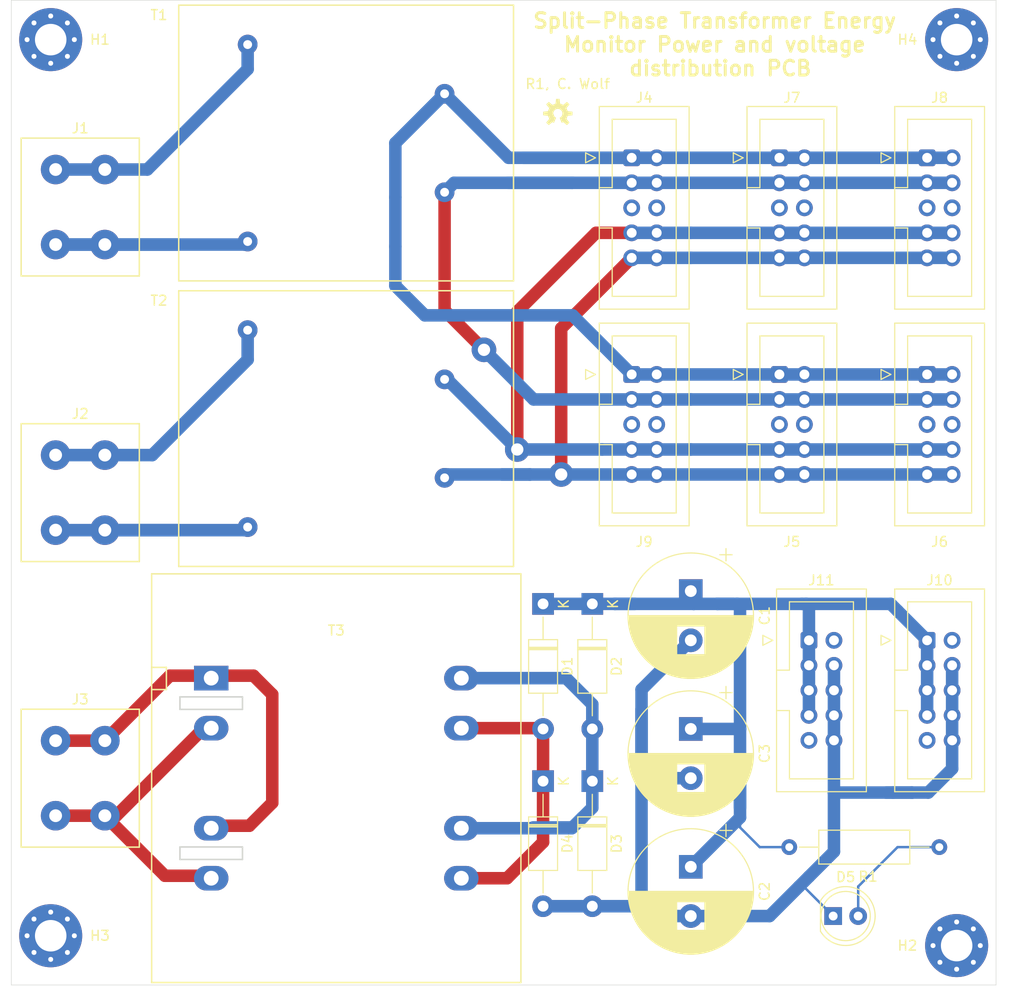
<source format=kicad_pcb>
(kicad_pcb (version 20171130) (host pcbnew "(5.1.6)-1")

  (general
    (thickness 1.6)
    (drawings 6)
    (tracks 136)
    (zones 0)
    (modules 28)
    (nets 32)
  )

  (page A4)
  (layers
    (0 F.Cu signal)
    (31 B.Cu signal)
    (32 B.Adhes user)
    (33 F.Adhes user)
    (34 B.Paste user)
    (35 F.Paste user)
    (36 B.SilkS user)
    (37 F.SilkS user)
    (38 B.Mask user)
    (39 F.Mask user)
    (40 Dwgs.User user)
    (41 Cmts.User user)
    (42 Eco1.User user)
    (43 Eco2.User user)
    (44 Edge.Cuts user)
    (45 Margin user)
    (46 B.CrtYd user)
    (47 F.CrtYd user)
    (48 B.Fab user)
    (49 F.Fab user)
  )

  (setup
    (last_trace_width 1.27)
    (user_trace_width 0.254)
    (user_trace_width 0.635)
    (user_trace_width 1.27)
    (trace_clearance 0.2)
    (zone_clearance 0.508)
    (zone_45_only no)
    (trace_min 0.2)
    (via_size 0.8)
    (via_drill 0.4)
    (via_min_size 0.4)
    (via_min_drill 0.3)
    (user_via 1.651 1.016)
    (user_via 2.5 1.25)
    (uvia_size 0.3)
    (uvia_drill 0.1)
    (uvias_allowed no)
    (uvia_min_size 0.2)
    (uvia_min_drill 0.1)
    (edge_width 0.05)
    (segment_width 0.2)
    (pcb_text_width 0.3)
    (pcb_text_size 1.5 1.5)
    (mod_edge_width 0.12)
    (mod_text_size 1 1)
    (mod_text_width 0.15)
    (pad_size 1.524 1.524)
    (pad_drill 0.762)
    (pad_to_mask_clearance 0.05)
    (aux_axis_origin 0 0)
    (grid_origin 50 50)
    (visible_elements 7FFFFFFF)
    (pcbplotparams
      (layerselection 0x010fc_ffffffff)
      (usegerberextensions false)
      (usegerberattributes true)
      (usegerberadvancedattributes true)
      (creategerberjobfile true)
      (excludeedgelayer true)
      (linewidth 0.100000)
      (plotframeref false)
      (viasonmask false)
      (mode 1)
      (useauxorigin false)
      (hpglpennumber 1)
      (hpglpenspeed 20)
      (hpglpendiameter 15.000000)
      (psnegative false)
      (psa4output false)
      (plotreference true)
      (plotvalue true)
      (plotinvisibletext false)
      (padsonsilk false)
      (subtractmaskfromsilk false)
      (outputformat 1)
      (mirror false)
      (drillshape 0)
      (scaleselection 1)
      (outputdirectory "Gerbers"))
  )

  (net 0 "")
  (net 1 "Net-(J1-Pad2)")
  (net 2 "Net-(J1-Pad1)")
  (net 3 "Net-(J2-Pad2)")
  (net 4 "Net-(J2-Pad1)")
  (net 5 "Net-(J3-Pad2)")
  (net 6 "Net-(J3-Pad1)")
  (net 7 "Net-(J4-Pad1)")
  (net 8 "Net-(J4-Pad3)")
  (net 9 "Net-(J4-Pad7)")
  (net 10 "Net-(J4-Pad10)")
  (net 11 "Net-(D1-Pad2)")
  (net 12 "Net-(D2-Pad2)")
  (net 13 "Net-(J4-Pad6)")
  (net 14 "Net-(J4-Pad5)")
  (net 15 "Net-(J5-Pad6)")
  (net 16 "Net-(J5-Pad5)")
  (net 17 "Net-(J7-Pad6)")
  (net 18 "Net-(J7-Pad5)")
  (net 19 "Net-(J8-Pad6)")
  (net 20 "Net-(J8-Pad5)")
  (net 21 "Net-(J9-Pad6)")
  (net 22 "Net-(J9-Pad5)")
  (net 23 "Net-(J6-Pad6)")
  (net 24 "Net-(J6-Pad5)")
  (net 25 "Net-(J10-Pad2)")
  (net 26 "Net-(J10-Pad9)")
  (net 27 GND)
  (net 28 +9V)
  (net 29 "Net-(D5-Pad2)")
  (net 30 "Net-(J11-Pad2)")
  (net 31 "Net-(J11-Pad9)")

  (net_class Default "This is the default net class."
    (clearance 0.2)
    (trace_width 0.25)
    (via_dia 0.8)
    (via_drill 0.4)
    (uvia_dia 0.3)
    (uvia_drill 0.1)
    (add_net +9V)
    (add_net GND)
    (add_net "Net-(D1-Pad2)")
    (add_net "Net-(D2-Pad2)")
    (add_net "Net-(D5-Pad2)")
    (add_net "Net-(J1-Pad1)")
    (add_net "Net-(J1-Pad2)")
    (add_net "Net-(J10-Pad2)")
    (add_net "Net-(J10-Pad9)")
    (add_net "Net-(J11-Pad2)")
    (add_net "Net-(J11-Pad9)")
    (add_net "Net-(J2-Pad1)")
    (add_net "Net-(J2-Pad2)")
    (add_net "Net-(J3-Pad1)")
    (add_net "Net-(J3-Pad2)")
    (add_net "Net-(J4-Pad1)")
    (add_net "Net-(J4-Pad10)")
    (add_net "Net-(J4-Pad3)")
    (add_net "Net-(J4-Pad5)")
    (add_net "Net-(J4-Pad6)")
    (add_net "Net-(J4-Pad7)")
    (add_net "Net-(J5-Pad5)")
    (add_net "Net-(J5-Pad6)")
    (add_net "Net-(J6-Pad5)")
    (add_net "Net-(J6-Pad6)")
    (add_net "Net-(J7-Pad5)")
    (add_net "Net-(J7-Pad6)")
    (add_net "Net-(J8-Pad5)")
    (add_net "Net-(J8-Pad6)")
    (add_net "Net-(J9-Pad5)")
    (add_net "Net-(J9-Pad6)")
  )

  (module custom:OSHW-LOGO-S (layer F.Cu) (tedit 0) (tstamp 5F4CD11C)
    (at 105.5 61.5)
    (descr "<h3>Open-Source Hardware (OSHW) Logo - Small - Silkscreen</h3>\n<p>Silkscreen logo for open-source hardware designs.</p>\n<p>Devices using:\n<ul><li>OSHW_LOGO</li></ul></p>\n							")
    (fp_text reference REF** (at -0.5 -1.5) (layer F.SilkS) hide
      (effects (font (size 1.27 1.27) (thickness 0.15)))
    )
    (fp_text value OSHW-LOGOS (at 0 0) (layer F.SilkS) hide
      (effects (font (size 1.27 1.27) (thickness 0.15)))
    )
    (fp_poly (pts (xy 0.3947 0.9528) (xy 0.5465 0.8746) (xy 0.9235 1.182) (xy 1.182 0.9235)
      (xy 0.8746 0.5465) (xy 1.0049 0.232) (xy 1.4888 0.1828) (xy 1.4888 -0.1828)
      (xy 1.0049 -0.232) (xy 0.8746 -0.5465) (xy 1.182 -0.9235) (xy 0.9235 -1.182)
      (xy 0.5465 -0.8746) (xy 0.394664 -0.952817) (xy 0.232 -1.0049) (xy 0.1828 -1.4888)
      (xy -0.1828 -1.4888) (xy -0.232 -1.0049) (xy -0.5465 -0.8746) (xy -0.9235 -1.182)
      (xy -1.182 -0.9235) (xy -0.8746 -0.5465) (xy -1.0049 -0.232) (xy -1.4888 -0.1828)
      (xy -1.4888 0.1828) (xy -1.0049 0.232) (xy -0.8746 0.5465) (xy -1.182 0.9235)
      (xy -0.9235 1.182) (xy -0.5465 0.8746) (xy -0.472221 0.916847) (xy -0.3947 0.9528)
      (xy -0.1794 0.4331) (xy -0.179399 0.4331) (xy -0.3315 0.331493) (xy -0.4688 0)
      (xy -0.446639 -0.142321) (xy -0.382309 -0.271193) (xy -0.281885 -0.374447) (xy -0.154849 -0.442333)
      (xy -0.013199 -0.468439) (xy 0.129691 -0.450302) (xy 0.260326 -0.389633) (xy 0.366372 -0.292161)
      (xy 0.437814 -0.167091) (xy 0.467906 -0.026234) (xy 0.453806 0.117111) (xy 0.396846 0.249406)
      (xy 0.302405 0.358159) (xy 0.1794 0.4331)) (layer F.SilkS) (width 0))
  )

  (module custom:AHI050-TH (layer F.Cu) (tedit 5F4C8EB4) (tstamp 5F4CBE69)
    (at 83 129)
    (path /5F4D7987)
    (fp_text reference T3 (at 0 -15) (layer F.SilkS)
      (effects (font (size 1 1) (thickness 0.15)))
    )
    (fp_text value AHI050 (at 0 -0.5) (layer F.Fab)
      (effects (font (size 1 1) (thickness 0.15)))
    )
    (fp_line (start -9.525 -8.255) (end -15.875 -8.255) (layer Edge.Cuts) (width 0.15))
    (fp_line (start -9.525 -6.985) (end -9.525 -8.255) (layer Edge.Cuts) (width 0.15))
    (fp_line (start -15.875 -6.985) (end -9.525 -6.985) (layer Edge.Cuts) (width 0.15))
    (fp_line (start -15.875 -8.255) (end -15.875 -6.985) (layer Edge.Cuts) (width 0.15))
    (fp_line (start -9.525 6.985) (end -15.875 6.985) (layer Edge.Cuts) (width 0.15))
    (fp_line (start -9.525 8.255) (end -9.525 6.985) (layer Edge.Cuts) (width 0.15))
    (fp_line (start -15.875 8.255) (end -9.525 8.255) (layer Edge.Cuts) (width 0.15))
    (fp_line (start -15.875 6.985) (end -15.875 8.255) (layer Edge.Cuts) (width 0.15))
    (fp_line (start -17.25 -9) (end -18.75 -9) (layer F.SilkS) (width 0.15))
    (fp_line (start -17.25 -11.25) (end -17.25 -9) (layer F.SilkS) (width 0.15))
    (fp_line (start -18.75 -11.25) (end -17.25 -11.25) (layer F.SilkS) (width 0.15))
    (fp_line (start -18.75 20.75) (end -18.75 -20.75) (layer F.SilkS) (width 0.15))
    (fp_line (start 18.75 20.75) (end -18.75 20.75) (layer F.SilkS) (width 0.15))
    (fp_line (start 18.75 -20.75) (end 18.75 20.75) (layer F.SilkS) (width 0.15))
    (fp_line (start 18.75 -20.75) (end -18.75 -20.75) (layer F.SilkS) (width 0.15))
    (pad 8 thru_hole roundrect (at 12.7 10.16) (size 3.5 2.5) (drill 1.5) (layers *.Cu *.Mask) (roundrect_rratio 0.5)
      (net 11 "Net-(D1-Pad2)"))
    (pad 7 thru_hole roundrect (at 12.7 5.08) (size 3.5 2.5) (drill 1.5) (layers *.Cu *.Mask) (roundrect_rratio 0.5)
      (net 12 "Net-(D2-Pad2)"))
    (pad 6 thru_hole roundrect (at 12.7 -5.08) (size 3.5 2.5) (drill 1.5) (layers *.Cu *.Mask) (roundrect_rratio 0.5)
      (net 11 "Net-(D1-Pad2)"))
    (pad 5 thru_hole roundrect (at 12.7 -10.16) (size 3.5 2.5) (drill 1.5) (layers *.Cu *.Mask) (roundrect_rratio 0.5)
      (net 12 "Net-(D2-Pad2)"))
    (pad 4 thru_hole roundrect (at -12.7 10.16) (size 3.5 2.5) (drill 1.5) (layers *.Cu *.Mask) (roundrect_rratio 0.5)
      (net 5 "Net-(J3-Pad2)"))
    (pad 3 thru_hole roundrect (at -12.7 5.08) (size 3.5 2.5) (drill 1.5) (layers *.Cu *.Mask) (roundrect_rratio 0.5)
      (net 6 "Net-(J3-Pad1)"))
    (pad 2 thru_hole roundrect (at -12.7 -5.08) (size 3.5 2.5) (drill 1.5) (layers *.Cu *.Mask) (roundrect_rratio 0.5)
      (net 5 "Net-(J3-Pad2)"))
    (pad 1 thru_hole rect (at -12.7 -10.16) (size 3.5 2.5) (drill 1.5) (layers *.Cu *.Mask)
      (net 6 "Net-(J3-Pad1)"))
  )

  (module Capacitor_THT:CP_Radial_D12.5mm_P5.00mm (layer F.Cu) (tedit 5AE50EF1) (tstamp 5F4673A6)
    (at 119 124 270)
    (descr "CP, Radial series, Radial, pin pitch=5.00mm, , diameter=12.5mm, Electrolytic Capacitor")
    (tags "CP Radial series Radial pin pitch 5.00mm  diameter 12.5mm Electrolytic Capacitor")
    (path /5F4E5B78)
    (fp_text reference C3 (at 2.5 -7.5 90) (layer F.SilkS)
      (effects (font (size 1 1) (thickness 0.15)))
    )
    (fp_text value CP1 (at 2.5 7.5 90) (layer F.Fab)
      (effects (font (size 1 1) (thickness 0.15)))
    )
    (fp_circle (center 2.5 0) (end 8.75 0) (layer F.Fab) (width 0.1))
    (fp_circle (center 2.5 0) (end 8.87 0) (layer F.SilkS) (width 0.12))
    (fp_circle (center 2.5 0) (end 9 0) (layer F.CrtYd) (width 0.05))
    (fp_line (start -2.866489 -2.7375) (end -1.616489 -2.7375) (layer F.Fab) (width 0.1))
    (fp_line (start -2.241489 -3.3625) (end -2.241489 -2.1125) (layer F.Fab) (width 0.1))
    (fp_line (start 2.5 -6.33) (end 2.5 6.33) (layer F.SilkS) (width 0.12))
    (fp_line (start 2.54 -6.33) (end 2.54 6.33) (layer F.SilkS) (width 0.12))
    (fp_line (start 2.58 -6.33) (end 2.58 6.33) (layer F.SilkS) (width 0.12))
    (fp_line (start 2.62 -6.329) (end 2.62 6.329) (layer F.SilkS) (width 0.12))
    (fp_line (start 2.66 -6.328) (end 2.66 6.328) (layer F.SilkS) (width 0.12))
    (fp_line (start 2.7 -6.327) (end 2.7 6.327) (layer F.SilkS) (width 0.12))
    (fp_line (start 2.74 -6.326) (end 2.74 6.326) (layer F.SilkS) (width 0.12))
    (fp_line (start 2.78 -6.324) (end 2.78 6.324) (layer F.SilkS) (width 0.12))
    (fp_line (start 2.82 -6.322) (end 2.82 6.322) (layer F.SilkS) (width 0.12))
    (fp_line (start 2.86 -6.32) (end 2.86 6.32) (layer F.SilkS) (width 0.12))
    (fp_line (start 2.9 -6.318) (end 2.9 6.318) (layer F.SilkS) (width 0.12))
    (fp_line (start 2.94 -6.315) (end 2.94 6.315) (layer F.SilkS) (width 0.12))
    (fp_line (start 2.98 -6.312) (end 2.98 6.312) (layer F.SilkS) (width 0.12))
    (fp_line (start 3.02 -6.309) (end 3.02 6.309) (layer F.SilkS) (width 0.12))
    (fp_line (start 3.06 -6.306) (end 3.06 6.306) (layer F.SilkS) (width 0.12))
    (fp_line (start 3.1 -6.302) (end 3.1 6.302) (layer F.SilkS) (width 0.12))
    (fp_line (start 3.14 -6.298) (end 3.14 6.298) (layer F.SilkS) (width 0.12))
    (fp_line (start 3.18 -6.294) (end 3.18 6.294) (layer F.SilkS) (width 0.12))
    (fp_line (start 3.221 -6.29) (end 3.221 6.29) (layer F.SilkS) (width 0.12))
    (fp_line (start 3.261 -6.285) (end 3.261 6.285) (layer F.SilkS) (width 0.12))
    (fp_line (start 3.301 -6.28) (end 3.301 6.28) (layer F.SilkS) (width 0.12))
    (fp_line (start 3.341 -6.275) (end 3.341 6.275) (layer F.SilkS) (width 0.12))
    (fp_line (start 3.381 -6.269) (end 3.381 6.269) (layer F.SilkS) (width 0.12))
    (fp_line (start 3.421 -6.264) (end 3.421 6.264) (layer F.SilkS) (width 0.12))
    (fp_line (start 3.461 -6.258) (end 3.461 6.258) (layer F.SilkS) (width 0.12))
    (fp_line (start 3.501 -6.252) (end 3.501 6.252) (layer F.SilkS) (width 0.12))
    (fp_line (start 3.541 -6.245) (end 3.541 6.245) (layer F.SilkS) (width 0.12))
    (fp_line (start 3.581 -6.238) (end 3.581 -1.44) (layer F.SilkS) (width 0.12))
    (fp_line (start 3.581 1.44) (end 3.581 6.238) (layer F.SilkS) (width 0.12))
    (fp_line (start 3.621 -6.231) (end 3.621 -1.44) (layer F.SilkS) (width 0.12))
    (fp_line (start 3.621 1.44) (end 3.621 6.231) (layer F.SilkS) (width 0.12))
    (fp_line (start 3.661 -6.224) (end 3.661 -1.44) (layer F.SilkS) (width 0.12))
    (fp_line (start 3.661 1.44) (end 3.661 6.224) (layer F.SilkS) (width 0.12))
    (fp_line (start 3.701 -6.216) (end 3.701 -1.44) (layer F.SilkS) (width 0.12))
    (fp_line (start 3.701 1.44) (end 3.701 6.216) (layer F.SilkS) (width 0.12))
    (fp_line (start 3.741 -6.209) (end 3.741 -1.44) (layer F.SilkS) (width 0.12))
    (fp_line (start 3.741 1.44) (end 3.741 6.209) (layer F.SilkS) (width 0.12))
    (fp_line (start 3.781 -6.201) (end 3.781 -1.44) (layer F.SilkS) (width 0.12))
    (fp_line (start 3.781 1.44) (end 3.781 6.201) (layer F.SilkS) (width 0.12))
    (fp_line (start 3.821 -6.192) (end 3.821 -1.44) (layer F.SilkS) (width 0.12))
    (fp_line (start 3.821 1.44) (end 3.821 6.192) (layer F.SilkS) (width 0.12))
    (fp_line (start 3.861 -6.184) (end 3.861 -1.44) (layer F.SilkS) (width 0.12))
    (fp_line (start 3.861 1.44) (end 3.861 6.184) (layer F.SilkS) (width 0.12))
    (fp_line (start 3.901 -6.175) (end 3.901 -1.44) (layer F.SilkS) (width 0.12))
    (fp_line (start 3.901 1.44) (end 3.901 6.175) (layer F.SilkS) (width 0.12))
    (fp_line (start 3.941 -6.166) (end 3.941 -1.44) (layer F.SilkS) (width 0.12))
    (fp_line (start 3.941 1.44) (end 3.941 6.166) (layer F.SilkS) (width 0.12))
    (fp_line (start 3.981 -6.156) (end 3.981 -1.44) (layer F.SilkS) (width 0.12))
    (fp_line (start 3.981 1.44) (end 3.981 6.156) (layer F.SilkS) (width 0.12))
    (fp_line (start 4.021 -6.146) (end 4.021 -1.44) (layer F.SilkS) (width 0.12))
    (fp_line (start 4.021 1.44) (end 4.021 6.146) (layer F.SilkS) (width 0.12))
    (fp_line (start 4.061 -6.137) (end 4.061 -1.44) (layer F.SilkS) (width 0.12))
    (fp_line (start 4.061 1.44) (end 4.061 6.137) (layer F.SilkS) (width 0.12))
    (fp_line (start 4.101 -6.126) (end 4.101 -1.44) (layer F.SilkS) (width 0.12))
    (fp_line (start 4.101 1.44) (end 4.101 6.126) (layer F.SilkS) (width 0.12))
    (fp_line (start 4.141 -6.116) (end 4.141 -1.44) (layer F.SilkS) (width 0.12))
    (fp_line (start 4.141 1.44) (end 4.141 6.116) (layer F.SilkS) (width 0.12))
    (fp_line (start 4.181 -6.105) (end 4.181 -1.44) (layer F.SilkS) (width 0.12))
    (fp_line (start 4.181 1.44) (end 4.181 6.105) (layer F.SilkS) (width 0.12))
    (fp_line (start 4.221 -6.094) (end 4.221 -1.44) (layer F.SilkS) (width 0.12))
    (fp_line (start 4.221 1.44) (end 4.221 6.094) (layer F.SilkS) (width 0.12))
    (fp_line (start 4.261 -6.083) (end 4.261 -1.44) (layer F.SilkS) (width 0.12))
    (fp_line (start 4.261 1.44) (end 4.261 6.083) (layer F.SilkS) (width 0.12))
    (fp_line (start 4.301 -6.071) (end 4.301 -1.44) (layer F.SilkS) (width 0.12))
    (fp_line (start 4.301 1.44) (end 4.301 6.071) (layer F.SilkS) (width 0.12))
    (fp_line (start 4.341 -6.059) (end 4.341 -1.44) (layer F.SilkS) (width 0.12))
    (fp_line (start 4.341 1.44) (end 4.341 6.059) (layer F.SilkS) (width 0.12))
    (fp_line (start 4.381 -6.047) (end 4.381 -1.44) (layer F.SilkS) (width 0.12))
    (fp_line (start 4.381 1.44) (end 4.381 6.047) (layer F.SilkS) (width 0.12))
    (fp_line (start 4.421 -6.034) (end 4.421 -1.44) (layer F.SilkS) (width 0.12))
    (fp_line (start 4.421 1.44) (end 4.421 6.034) (layer F.SilkS) (width 0.12))
    (fp_line (start 4.461 -6.021) (end 4.461 -1.44) (layer F.SilkS) (width 0.12))
    (fp_line (start 4.461 1.44) (end 4.461 6.021) (layer F.SilkS) (width 0.12))
    (fp_line (start 4.501 -6.008) (end 4.501 -1.44) (layer F.SilkS) (width 0.12))
    (fp_line (start 4.501 1.44) (end 4.501 6.008) (layer F.SilkS) (width 0.12))
    (fp_line (start 4.541 -5.995) (end 4.541 -1.44) (layer F.SilkS) (width 0.12))
    (fp_line (start 4.541 1.44) (end 4.541 5.995) (layer F.SilkS) (width 0.12))
    (fp_line (start 4.581 -5.981) (end 4.581 -1.44) (layer F.SilkS) (width 0.12))
    (fp_line (start 4.581 1.44) (end 4.581 5.981) (layer F.SilkS) (width 0.12))
    (fp_line (start 4.621 -5.967) (end 4.621 -1.44) (layer F.SilkS) (width 0.12))
    (fp_line (start 4.621 1.44) (end 4.621 5.967) (layer F.SilkS) (width 0.12))
    (fp_line (start 4.661 -5.953) (end 4.661 -1.44) (layer F.SilkS) (width 0.12))
    (fp_line (start 4.661 1.44) (end 4.661 5.953) (layer F.SilkS) (width 0.12))
    (fp_line (start 4.701 -5.939) (end 4.701 -1.44) (layer F.SilkS) (width 0.12))
    (fp_line (start 4.701 1.44) (end 4.701 5.939) (layer F.SilkS) (width 0.12))
    (fp_line (start 4.741 -5.924) (end 4.741 -1.44) (layer F.SilkS) (width 0.12))
    (fp_line (start 4.741 1.44) (end 4.741 5.924) (layer F.SilkS) (width 0.12))
    (fp_line (start 4.781 -5.908) (end 4.781 -1.44) (layer F.SilkS) (width 0.12))
    (fp_line (start 4.781 1.44) (end 4.781 5.908) (layer F.SilkS) (width 0.12))
    (fp_line (start 4.821 -5.893) (end 4.821 -1.44) (layer F.SilkS) (width 0.12))
    (fp_line (start 4.821 1.44) (end 4.821 5.893) (layer F.SilkS) (width 0.12))
    (fp_line (start 4.861 -5.877) (end 4.861 -1.44) (layer F.SilkS) (width 0.12))
    (fp_line (start 4.861 1.44) (end 4.861 5.877) (layer F.SilkS) (width 0.12))
    (fp_line (start 4.901 -5.861) (end 4.901 -1.44) (layer F.SilkS) (width 0.12))
    (fp_line (start 4.901 1.44) (end 4.901 5.861) (layer F.SilkS) (width 0.12))
    (fp_line (start 4.941 -5.845) (end 4.941 -1.44) (layer F.SilkS) (width 0.12))
    (fp_line (start 4.941 1.44) (end 4.941 5.845) (layer F.SilkS) (width 0.12))
    (fp_line (start 4.981 -5.828) (end 4.981 -1.44) (layer F.SilkS) (width 0.12))
    (fp_line (start 4.981 1.44) (end 4.981 5.828) (layer F.SilkS) (width 0.12))
    (fp_line (start 5.021 -5.811) (end 5.021 -1.44) (layer F.SilkS) (width 0.12))
    (fp_line (start 5.021 1.44) (end 5.021 5.811) (layer F.SilkS) (width 0.12))
    (fp_line (start 5.061 -5.793) (end 5.061 -1.44) (layer F.SilkS) (width 0.12))
    (fp_line (start 5.061 1.44) (end 5.061 5.793) (layer F.SilkS) (width 0.12))
    (fp_line (start 5.101 -5.776) (end 5.101 -1.44) (layer F.SilkS) (width 0.12))
    (fp_line (start 5.101 1.44) (end 5.101 5.776) (layer F.SilkS) (width 0.12))
    (fp_line (start 5.141 -5.758) (end 5.141 -1.44) (layer F.SilkS) (width 0.12))
    (fp_line (start 5.141 1.44) (end 5.141 5.758) (layer F.SilkS) (width 0.12))
    (fp_line (start 5.181 -5.739) (end 5.181 -1.44) (layer F.SilkS) (width 0.12))
    (fp_line (start 5.181 1.44) (end 5.181 5.739) (layer F.SilkS) (width 0.12))
    (fp_line (start 5.221 -5.721) (end 5.221 -1.44) (layer F.SilkS) (width 0.12))
    (fp_line (start 5.221 1.44) (end 5.221 5.721) (layer F.SilkS) (width 0.12))
    (fp_line (start 5.261 -5.702) (end 5.261 -1.44) (layer F.SilkS) (width 0.12))
    (fp_line (start 5.261 1.44) (end 5.261 5.702) (layer F.SilkS) (width 0.12))
    (fp_line (start 5.301 -5.682) (end 5.301 -1.44) (layer F.SilkS) (width 0.12))
    (fp_line (start 5.301 1.44) (end 5.301 5.682) (layer F.SilkS) (width 0.12))
    (fp_line (start 5.341 -5.662) (end 5.341 -1.44) (layer F.SilkS) (width 0.12))
    (fp_line (start 5.341 1.44) (end 5.341 5.662) (layer F.SilkS) (width 0.12))
    (fp_line (start 5.381 -5.642) (end 5.381 -1.44) (layer F.SilkS) (width 0.12))
    (fp_line (start 5.381 1.44) (end 5.381 5.642) (layer F.SilkS) (width 0.12))
    (fp_line (start 5.421 -5.622) (end 5.421 -1.44) (layer F.SilkS) (width 0.12))
    (fp_line (start 5.421 1.44) (end 5.421 5.622) (layer F.SilkS) (width 0.12))
    (fp_line (start 5.461 -5.601) (end 5.461 -1.44) (layer F.SilkS) (width 0.12))
    (fp_line (start 5.461 1.44) (end 5.461 5.601) (layer F.SilkS) (width 0.12))
    (fp_line (start 5.501 -5.58) (end 5.501 -1.44) (layer F.SilkS) (width 0.12))
    (fp_line (start 5.501 1.44) (end 5.501 5.58) (layer F.SilkS) (width 0.12))
    (fp_line (start 5.541 -5.558) (end 5.541 -1.44) (layer F.SilkS) (width 0.12))
    (fp_line (start 5.541 1.44) (end 5.541 5.558) (layer F.SilkS) (width 0.12))
    (fp_line (start 5.581 -5.536) (end 5.581 -1.44) (layer F.SilkS) (width 0.12))
    (fp_line (start 5.581 1.44) (end 5.581 5.536) (layer F.SilkS) (width 0.12))
    (fp_line (start 5.621 -5.514) (end 5.621 -1.44) (layer F.SilkS) (width 0.12))
    (fp_line (start 5.621 1.44) (end 5.621 5.514) (layer F.SilkS) (width 0.12))
    (fp_line (start 5.661 -5.491) (end 5.661 -1.44) (layer F.SilkS) (width 0.12))
    (fp_line (start 5.661 1.44) (end 5.661 5.491) (layer F.SilkS) (width 0.12))
    (fp_line (start 5.701 -5.468) (end 5.701 -1.44) (layer F.SilkS) (width 0.12))
    (fp_line (start 5.701 1.44) (end 5.701 5.468) (layer F.SilkS) (width 0.12))
    (fp_line (start 5.741 -5.445) (end 5.741 -1.44) (layer F.SilkS) (width 0.12))
    (fp_line (start 5.741 1.44) (end 5.741 5.445) (layer F.SilkS) (width 0.12))
    (fp_line (start 5.781 -5.421) (end 5.781 -1.44) (layer F.SilkS) (width 0.12))
    (fp_line (start 5.781 1.44) (end 5.781 5.421) (layer F.SilkS) (width 0.12))
    (fp_line (start 5.821 -5.397) (end 5.821 -1.44) (layer F.SilkS) (width 0.12))
    (fp_line (start 5.821 1.44) (end 5.821 5.397) (layer F.SilkS) (width 0.12))
    (fp_line (start 5.861 -5.372) (end 5.861 -1.44) (layer F.SilkS) (width 0.12))
    (fp_line (start 5.861 1.44) (end 5.861 5.372) (layer F.SilkS) (width 0.12))
    (fp_line (start 5.901 -5.347) (end 5.901 -1.44) (layer F.SilkS) (width 0.12))
    (fp_line (start 5.901 1.44) (end 5.901 5.347) (layer F.SilkS) (width 0.12))
    (fp_line (start 5.941 -5.322) (end 5.941 -1.44) (layer F.SilkS) (width 0.12))
    (fp_line (start 5.941 1.44) (end 5.941 5.322) (layer F.SilkS) (width 0.12))
    (fp_line (start 5.981 -5.296) (end 5.981 -1.44) (layer F.SilkS) (width 0.12))
    (fp_line (start 5.981 1.44) (end 5.981 5.296) (layer F.SilkS) (width 0.12))
    (fp_line (start 6.021 -5.27) (end 6.021 -1.44) (layer F.SilkS) (width 0.12))
    (fp_line (start 6.021 1.44) (end 6.021 5.27) (layer F.SilkS) (width 0.12))
    (fp_line (start 6.061 -5.243) (end 6.061 -1.44) (layer F.SilkS) (width 0.12))
    (fp_line (start 6.061 1.44) (end 6.061 5.243) (layer F.SilkS) (width 0.12))
    (fp_line (start 6.101 -5.216) (end 6.101 -1.44) (layer F.SilkS) (width 0.12))
    (fp_line (start 6.101 1.44) (end 6.101 5.216) (layer F.SilkS) (width 0.12))
    (fp_line (start 6.141 -5.188) (end 6.141 -1.44) (layer F.SilkS) (width 0.12))
    (fp_line (start 6.141 1.44) (end 6.141 5.188) (layer F.SilkS) (width 0.12))
    (fp_line (start 6.181 -5.16) (end 6.181 -1.44) (layer F.SilkS) (width 0.12))
    (fp_line (start 6.181 1.44) (end 6.181 5.16) (layer F.SilkS) (width 0.12))
    (fp_line (start 6.221 -5.131) (end 6.221 -1.44) (layer F.SilkS) (width 0.12))
    (fp_line (start 6.221 1.44) (end 6.221 5.131) (layer F.SilkS) (width 0.12))
    (fp_line (start 6.261 -5.102) (end 6.261 -1.44) (layer F.SilkS) (width 0.12))
    (fp_line (start 6.261 1.44) (end 6.261 5.102) (layer F.SilkS) (width 0.12))
    (fp_line (start 6.301 -5.073) (end 6.301 -1.44) (layer F.SilkS) (width 0.12))
    (fp_line (start 6.301 1.44) (end 6.301 5.073) (layer F.SilkS) (width 0.12))
    (fp_line (start 6.341 -5.043) (end 6.341 -1.44) (layer F.SilkS) (width 0.12))
    (fp_line (start 6.341 1.44) (end 6.341 5.043) (layer F.SilkS) (width 0.12))
    (fp_line (start 6.381 -5.012) (end 6.381 -1.44) (layer F.SilkS) (width 0.12))
    (fp_line (start 6.381 1.44) (end 6.381 5.012) (layer F.SilkS) (width 0.12))
    (fp_line (start 6.421 -4.982) (end 6.421 -1.44) (layer F.SilkS) (width 0.12))
    (fp_line (start 6.421 1.44) (end 6.421 4.982) (layer F.SilkS) (width 0.12))
    (fp_line (start 6.461 -4.95) (end 6.461 4.95) (layer F.SilkS) (width 0.12))
    (fp_line (start 6.501 -4.918) (end 6.501 4.918) (layer F.SilkS) (width 0.12))
    (fp_line (start 6.541 -4.885) (end 6.541 4.885) (layer F.SilkS) (width 0.12))
    (fp_line (start 6.581 -4.852) (end 6.581 4.852) (layer F.SilkS) (width 0.12))
    (fp_line (start 6.621 -4.819) (end 6.621 4.819) (layer F.SilkS) (width 0.12))
    (fp_line (start 6.661 -4.785) (end 6.661 4.785) (layer F.SilkS) (width 0.12))
    (fp_line (start 6.701 -4.75) (end 6.701 4.75) (layer F.SilkS) (width 0.12))
    (fp_line (start 6.741 -4.714) (end 6.741 4.714) (layer F.SilkS) (width 0.12))
    (fp_line (start 6.781 -4.678) (end 6.781 4.678) (layer F.SilkS) (width 0.12))
    (fp_line (start 6.821 -4.642) (end 6.821 4.642) (layer F.SilkS) (width 0.12))
    (fp_line (start 6.861 -4.605) (end 6.861 4.605) (layer F.SilkS) (width 0.12))
    (fp_line (start 6.901 -4.567) (end 6.901 4.567) (layer F.SilkS) (width 0.12))
    (fp_line (start 6.941 -4.528) (end 6.941 4.528) (layer F.SilkS) (width 0.12))
    (fp_line (start 6.981 -4.489) (end 6.981 4.489) (layer F.SilkS) (width 0.12))
    (fp_line (start 7.021 -4.449) (end 7.021 4.449) (layer F.SilkS) (width 0.12))
    (fp_line (start 7.061 -4.408) (end 7.061 4.408) (layer F.SilkS) (width 0.12))
    (fp_line (start 7.101 -4.367) (end 7.101 4.367) (layer F.SilkS) (width 0.12))
    (fp_line (start 7.141 -4.325) (end 7.141 4.325) (layer F.SilkS) (width 0.12))
    (fp_line (start 7.181 -4.282) (end 7.181 4.282) (layer F.SilkS) (width 0.12))
    (fp_line (start 7.221 -4.238) (end 7.221 4.238) (layer F.SilkS) (width 0.12))
    (fp_line (start 7.261 -4.194) (end 7.261 4.194) (layer F.SilkS) (width 0.12))
    (fp_line (start 7.301 -4.148) (end 7.301 4.148) (layer F.SilkS) (width 0.12))
    (fp_line (start 7.341 -4.102) (end 7.341 4.102) (layer F.SilkS) (width 0.12))
    (fp_line (start 7.381 -4.055) (end 7.381 4.055) (layer F.SilkS) (width 0.12))
    (fp_line (start 7.421 -4.007) (end 7.421 4.007) (layer F.SilkS) (width 0.12))
    (fp_line (start 7.461 -3.957) (end 7.461 3.957) (layer F.SilkS) (width 0.12))
    (fp_line (start 7.501 -3.907) (end 7.501 3.907) (layer F.SilkS) (width 0.12))
    (fp_line (start 7.541 -3.856) (end 7.541 3.856) (layer F.SilkS) (width 0.12))
    (fp_line (start 7.581 -3.804) (end 7.581 3.804) (layer F.SilkS) (width 0.12))
    (fp_line (start 7.621 -3.75) (end 7.621 3.75) (layer F.SilkS) (width 0.12))
    (fp_line (start 7.661 -3.696) (end 7.661 3.696) (layer F.SilkS) (width 0.12))
    (fp_line (start 7.701 -3.64) (end 7.701 3.64) (layer F.SilkS) (width 0.12))
    (fp_line (start 7.741 -3.583) (end 7.741 3.583) (layer F.SilkS) (width 0.12))
    (fp_line (start 7.781 -3.524) (end 7.781 3.524) (layer F.SilkS) (width 0.12))
    (fp_line (start 7.821 -3.464) (end 7.821 3.464) (layer F.SilkS) (width 0.12))
    (fp_line (start 7.861 -3.402) (end 7.861 3.402) (layer F.SilkS) (width 0.12))
    (fp_line (start 7.901 -3.339) (end 7.901 3.339) (layer F.SilkS) (width 0.12))
    (fp_line (start 7.941 -3.275) (end 7.941 3.275) (layer F.SilkS) (width 0.12))
    (fp_line (start 7.981 -3.208) (end 7.981 3.208) (layer F.SilkS) (width 0.12))
    (fp_line (start 8.021 -3.14) (end 8.021 3.14) (layer F.SilkS) (width 0.12))
    (fp_line (start 8.061 -3.069) (end 8.061 3.069) (layer F.SilkS) (width 0.12))
    (fp_line (start 8.101 -2.996) (end 8.101 2.996) (layer F.SilkS) (width 0.12))
    (fp_line (start 8.141 -2.921) (end 8.141 2.921) (layer F.SilkS) (width 0.12))
    (fp_line (start 8.181 -2.844) (end 8.181 2.844) (layer F.SilkS) (width 0.12))
    (fp_line (start 8.221 -2.764) (end 8.221 2.764) (layer F.SilkS) (width 0.12))
    (fp_line (start 8.261 -2.681) (end 8.261 2.681) (layer F.SilkS) (width 0.12))
    (fp_line (start 8.301 -2.594) (end 8.301 2.594) (layer F.SilkS) (width 0.12))
    (fp_line (start 8.341 -2.504) (end 8.341 2.504) (layer F.SilkS) (width 0.12))
    (fp_line (start 8.381 -2.41) (end 8.381 2.41) (layer F.SilkS) (width 0.12))
    (fp_line (start 8.421 -2.312) (end 8.421 2.312) (layer F.SilkS) (width 0.12))
    (fp_line (start 8.461 -2.209) (end 8.461 2.209) (layer F.SilkS) (width 0.12))
    (fp_line (start 8.501 -2.1) (end 8.501 2.1) (layer F.SilkS) (width 0.12))
    (fp_line (start 8.541 -1.984) (end 8.541 1.984) (layer F.SilkS) (width 0.12))
    (fp_line (start 8.581 -1.861) (end 8.581 1.861) (layer F.SilkS) (width 0.12))
    (fp_line (start 8.621 -1.728) (end 8.621 1.728) (layer F.SilkS) (width 0.12))
    (fp_line (start 8.661 -1.583) (end 8.661 1.583) (layer F.SilkS) (width 0.12))
    (fp_line (start 8.701 -1.422) (end 8.701 1.422) (layer F.SilkS) (width 0.12))
    (fp_line (start 8.741 -1.241) (end 8.741 1.241) (layer F.SilkS) (width 0.12))
    (fp_line (start 8.781 -1.028) (end 8.781 1.028) (layer F.SilkS) (width 0.12))
    (fp_line (start 8.821 -0.757) (end 8.821 0.757) (layer F.SilkS) (width 0.12))
    (fp_line (start 8.861 -0.317) (end 8.861 0.317) (layer F.SilkS) (width 0.12))
    (fp_line (start -4.317082 -3.575) (end -3.067082 -3.575) (layer F.SilkS) (width 0.12))
    (fp_line (start -3.692082 -4.2) (end -3.692082 -2.95) (layer F.SilkS) (width 0.12))
    (fp_text user %R (at 2.5 0 90) (layer F.Fab)
      (effects (font (size 1 1) (thickness 0.15)))
    )
    (pad 2 thru_hole circle (at 5 0 270) (size 2.4 2.4) (drill 1.2) (layers *.Cu *.Mask)
      (net 27 GND))
    (pad 1 thru_hole rect (at 0 0 270) (size 2.4 2.4) (drill 1.2) (layers *.Cu *.Mask)
      (net 28 +9V))
    (model ${KISYS3DMOD}/Capacitor_THT.3dshapes/CP_Radial_D12.5mm_P5.00mm.wrl
      (at (xyz 0 0 0))
      (scale (xyz 1 1 1))
      (rotate (xyz 0 0 0))
    )
  )

  (module Connector_IDC:IDC-Header_2x05_P2.54mm_Vertical (layer F.Cu) (tedit 5EAC9A07) (tstamp 5F464BC2)
    (at 131 115)
    (descr "Through hole IDC box header, 2x05, 2.54mm pitch, DIN 41651 / IEC 60603-13, double rows, https://docs.google.com/spreadsheets/d/16SsEcesNF15N3Lb4niX7dcUr-NY5_MFPQhobNuNppn4/edit#gid=0")
    (tags "Through hole vertical IDC box header THT 2x05 2.54mm double row")
    (path /5F46D931)
    (fp_text reference J11 (at 1.27 -6.1) (layer F.SilkS)
      (effects (font (size 1 1) (thickness 0.15)))
    )
    (fp_text value Conn_02x05_Odd_Even (at 1.27 16.26) (layer F.Fab)
      (effects (font (size 1 1) (thickness 0.15)))
    )
    (fp_line (start -3.18 -4.1) (end -2.18 -5.1) (layer F.Fab) (width 0.1))
    (fp_line (start -2.18 -5.1) (end 5.72 -5.1) (layer F.Fab) (width 0.1))
    (fp_line (start 5.72 -5.1) (end 5.72 15.26) (layer F.Fab) (width 0.1))
    (fp_line (start 5.72 15.26) (end -3.18 15.26) (layer F.Fab) (width 0.1))
    (fp_line (start -3.18 15.26) (end -3.18 -4.1) (layer F.Fab) (width 0.1))
    (fp_line (start -3.18 3.03) (end -1.98 3.03) (layer F.Fab) (width 0.1))
    (fp_line (start -1.98 3.03) (end -1.98 -3.91) (layer F.Fab) (width 0.1))
    (fp_line (start -1.98 -3.91) (end 4.52 -3.91) (layer F.Fab) (width 0.1))
    (fp_line (start 4.52 -3.91) (end 4.52 14.07) (layer F.Fab) (width 0.1))
    (fp_line (start 4.52 14.07) (end -1.98 14.07) (layer F.Fab) (width 0.1))
    (fp_line (start -1.98 14.07) (end -1.98 7.13) (layer F.Fab) (width 0.1))
    (fp_line (start -1.98 7.13) (end -1.98 7.13) (layer F.Fab) (width 0.1))
    (fp_line (start -1.98 7.13) (end -3.18 7.13) (layer F.Fab) (width 0.1))
    (fp_line (start -3.29 -5.21) (end 5.83 -5.21) (layer F.SilkS) (width 0.12))
    (fp_line (start 5.83 -5.21) (end 5.83 15.37) (layer F.SilkS) (width 0.12))
    (fp_line (start 5.83 15.37) (end -3.29 15.37) (layer F.SilkS) (width 0.12))
    (fp_line (start -3.29 15.37) (end -3.29 -5.21) (layer F.SilkS) (width 0.12))
    (fp_line (start -3.29 3.03) (end -1.98 3.03) (layer F.SilkS) (width 0.12))
    (fp_line (start -1.98 3.03) (end -1.98 -3.91) (layer F.SilkS) (width 0.12))
    (fp_line (start -1.98 -3.91) (end 4.52 -3.91) (layer F.SilkS) (width 0.12))
    (fp_line (start 4.52 -3.91) (end 4.52 14.07) (layer F.SilkS) (width 0.12))
    (fp_line (start 4.52 14.07) (end -1.98 14.07) (layer F.SilkS) (width 0.12))
    (fp_line (start -1.98 14.07) (end -1.98 7.13) (layer F.SilkS) (width 0.12))
    (fp_line (start -1.98 7.13) (end -1.98 7.13) (layer F.SilkS) (width 0.12))
    (fp_line (start -1.98 7.13) (end -3.29 7.13) (layer F.SilkS) (width 0.12))
    (fp_line (start -3.68 0) (end -4.68 -0.5) (layer F.SilkS) (width 0.12))
    (fp_line (start -4.68 -0.5) (end -4.68 0.5) (layer F.SilkS) (width 0.12))
    (fp_line (start -4.68 0.5) (end -3.68 0) (layer F.SilkS) (width 0.12))
    (fp_line (start -3.68 -5.6) (end -3.68 15.76) (layer F.CrtYd) (width 0.05))
    (fp_line (start -3.68 15.76) (end 6.22 15.76) (layer F.CrtYd) (width 0.05))
    (fp_line (start 6.22 15.76) (end 6.22 -5.6) (layer F.CrtYd) (width 0.05))
    (fp_line (start 6.22 -5.6) (end -3.68 -5.6) (layer F.CrtYd) (width 0.05))
    (fp_text user %R (at 1.27 5.08 90) (layer F.Fab)
      (effects (font (size 1 1) (thickness 0.15)))
    )
    (pad 10 thru_hole circle (at 2.54 10.16) (size 1.7 1.7) (drill 1) (layers *.Cu *.Mask)
      (net 27 GND))
    (pad 8 thru_hole circle (at 2.54 7.62) (size 1.7 1.7) (drill 1) (layers *.Cu *.Mask)
      (net 27 GND))
    (pad 6 thru_hole circle (at 2.54 5.08) (size 1.7 1.7) (drill 1) (layers *.Cu *.Mask)
      (net 27 GND))
    (pad 4 thru_hole circle (at 2.54 2.54) (size 1.7 1.7) (drill 1) (layers *.Cu *.Mask)
      (net 27 GND))
    (pad 2 thru_hole circle (at 2.54 0) (size 1.7 1.7) (drill 1) (layers *.Cu *.Mask)
      (net 30 "Net-(J11-Pad2)"))
    (pad 9 thru_hole circle (at 0 10.16) (size 1.7 1.7) (drill 1) (layers *.Cu *.Mask)
      (net 31 "Net-(J11-Pad9)"))
    (pad 7 thru_hole circle (at 0 7.62) (size 1.7 1.7) (drill 1) (layers *.Cu *.Mask)
      (net 28 +9V))
    (pad 5 thru_hole circle (at 0 5.08) (size 1.7 1.7) (drill 1) (layers *.Cu *.Mask)
      (net 28 +9V))
    (pad 3 thru_hole circle (at 0 2.54) (size 1.7 1.7) (drill 1) (layers *.Cu *.Mask)
      (net 28 +9V))
    (pad 1 thru_hole roundrect (at 0 0) (size 1.7 1.7) (drill 1) (layers *.Cu *.Mask) (roundrect_rratio 0.147059)
      (net 28 +9V))
    (model ${KISYS3DMOD}/Connector_IDC.3dshapes/IDC-Header_2x05_P2.54mm_Vertical.wrl
      (at (xyz 0 0 0))
      (scale (xyz 1 1 1))
      (rotate (xyz 0 0 0))
    )
  )

  (module Resistor_THT:R_Axial_DIN0309_L9.0mm_D3.2mm_P15.24mm_Horizontal (layer F.Cu) (tedit 5AE5139B) (tstamp 5F4653AA)
    (at 129 136)
    (descr "Resistor, Axial_DIN0309 series, Axial, Horizontal, pin pitch=15.24mm, 0.5W = 1/2W, length*diameter=9*3.2mm^2, http://cdn-reichelt.de/documents/datenblatt/B400/1_4W%23YAG.pdf")
    (tags "Resistor Axial_DIN0309 series Axial Horizontal pin pitch 15.24mm 0.5W = 1/2W length 9mm diameter 3.2mm")
    (path /5F4539FF)
    (fp_text reference R1 (at 8 3) (layer F.SilkS)
      (effects (font (size 1 1) (thickness 0.15)))
    )
    (fp_text value 1K (at 7.62 2.72) (layer F.Fab)
      (effects (font (size 1 1) (thickness 0.15)))
    )
    (fp_line (start 16.29 -1.85) (end -1.05 -1.85) (layer F.CrtYd) (width 0.05))
    (fp_line (start 16.29 1.85) (end 16.29 -1.85) (layer F.CrtYd) (width 0.05))
    (fp_line (start -1.05 1.85) (end 16.29 1.85) (layer F.CrtYd) (width 0.05))
    (fp_line (start -1.05 -1.85) (end -1.05 1.85) (layer F.CrtYd) (width 0.05))
    (fp_line (start 14.2 0) (end 12.24 0) (layer F.SilkS) (width 0.12))
    (fp_line (start 1.04 0) (end 3 0) (layer F.SilkS) (width 0.12))
    (fp_line (start 12.24 -1.72) (end 3 -1.72) (layer F.SilkS) (width 0.12))
    (fp_line (start 12.24 1.72) (end 12.24 -1.72) (layer F.SilkS) (width 0.12))
    (fp_line (start 3 1.72) (end 12.24 1.72) (layer F.SilkS) (width 0.12))
    (fp_line (start 3 -1.72) (end 3 1.72) (layer F.SilkS) (width 0.12))
    (fp_line (start 15.24 0) (end 12.12 0) (layer F.Fab) (width 0.1))
    (fp_line (start 0 0) (end 3.12 0) (layer F.Fab) (width 0.1))
    (fp_line (start 12.12 -1.6) (end 3.12 -1.6) (layer F.Fab) (width 0.1))
    (fp_line (start 12.12 1.6) (end 12.12 -1.6) (layer F.Fab) (width 0.1))
    (fp_line (start 3.12 1.6) (end 12.12 1.6) (layer F.Fab) (width 0.1))
    (fp_line (start 3.12 -1.6) (end 3.12 1.6) (layer F.Fab) (width 0.1))
    (fp_text user %R (at 7.62 0) (layer F.Fab)
      (effects (font (size 1 1) (thickness 0.15)))
    )
    (pad 2 thru_hole oval (at 15.24 0) (size 1.6 1.6) (drill 0.8) (layers *.Cu *.Mask)
      (net 29 "Net-(D5-Pad2)"))
    (pad 1 thru_hole circle (at 0 0) (size 1.6 1.6) (drill 0.8) (layers *.Cu *.Mask)
      (net 28 +9V))
    (model ${KISYS3DMOD}/Resistor_THT.3dshapes/R_Axial_DIN0309_L9.0mm_D3.2mm_P15.24mm_Horizontal.wrl
      (at (xyz 0 0 0))
      (scale (xyz 1 1 1))
      (rotate (xyz 0 0 0))
    )
  )

  (module LED_THT:LED_D5.0mm_Clear (layer F.Cu) (tedit 5A6C9BC0) (tstamp 5F44C35B)
    (at 133.46 143)
    (descr "LED, diameter 5.0mm, 2 pins, http://cdn-reichelt.de/documents/datenblatt/A500/LL-504BC2E-009.pdf")
    (tags "LED diameter 5.0mm 2 pins")
    (path /5F454E7B)
    (fp_text reference D5 (at 1.27 -3.96) (layer F.SilkS)
      (effects (font (size 1 1) (thickness 0.15)))
    )
    (fp_text value LED (at 1.27 3.96) (layer F.Fab)
      (effects (font (size 1 1) (thickness 0.15)))
    )
    (fp_circle (center 1.27 0) (end 3.77 0) (layer F.SilkS) (width 0.12))
    (fp_circle (center 1.27 0) (end 3.77 0) (layer F.Fab) (width 0.1))
    (fp_line (start 4.5 -3.25) (end -1.95 -3.25) (layer F.CrtYd) (width 0.05))
    (fp_line (start 4.5 3.25) (end 4.5 -3.25) (layer F.CrtYd) (width 0.05))
    (fp_line (start -1.95 3.25) (end 4.5 3.25) (layer F.CrtYd) (width 0.05))
    (fp_line (start -1.95 -3.25) (end -1.95 3.25) (layer F.CrtYd) (width 0.05))
    (fp_line (start -1.29 -1.545) (end -1.29 1.545) (layer F.SilkS) (width 0.12))
    (fp_line (start -1.23 -1.469694) (end -1.23 1.469694) (layer F.Fab) (width 0.1))
    (fp_arc (start 1.27 0) (end -1.29 1.54483) (angle -148.9) (layer F.SilkS) (width 0.12))
    (fp_arc (start 1.27 0) (end -1.29 -1.54483) (angle 148.9) (layer F.SilkS) (width 0.12))
    (fp_arc (start 1.27 0) (end -1.23 -1.469694) (angle 299.1) (layer F.Fab) (width 0.1))
    (fp_text user %R (at 1.25 0) (layer F.Fab)
      (effects (font (size 0.8 0.8) (thickness 0.2)))
    )
    (pad 2 thru_hole circle (at 2.54 0) (size 1.8 1.8) (drill 0.9) (layers *.Cu *.Mask)
      (net 29 "Net-(D5-Pad2)"))
    (pad 1 thru_hole rect (at 0 0) (size 1.8 1.8) (drill 0.9) (layers *.Cu *.Mask)
      (net 27 GND))
    (model ${KISYS3DMOD}/LED_THT.3dshapes/LED_D5.0mm_Clear.wrl
      (at (xyz 0 0 0))
      (scale (xyz 1 1 1))
      (rotate (xyz 0 0 0))
    )
  )

  (module Connector_IDC:IDC-Header_2x05_P2.54mm_Vertical (layer F.Cu) (tedit 5EAC9A07) (tstamp 5F467FEF)
    (at 113 88)
    (descr "Through hole IDC box header, 2x05, 2.54mm pitch, DIN 41651 / IEC 60603-13, double rows, https://docs.google.com/spreadsheets/d/16SsEcesNF15N3Lb4niX7dcUr-NY5_MFPQhobNuNppn4/edit#gid=0")
    (tags "Through hole vertical IDC box header THT 2x05 2.54mm double row")
    (path /5F50AF88)
    (fp_text reference J9 (at 1.27 17) (layer F.SilkS)
      (effects (font (size 1 1) (thickness 0.15)))
    )
    (fp_text value Conn_02x05_Odd_Even (at 1.27 16.26) (layer F.Fab)
      (effects (font (size 1 1) (thickness 0.15)))
    )
    (fp_line (start -3.18 -4.1) (end -2.18 -5.1) (layer F.Fab) (width 0.1))
    (fp_line (start -2.18 -5.1) (end 5.72 -5.1) (layer F.Fab) (width 0.1))
    (fp_line (start 5.72 -5.1) (end 5.72 15.26) (layer F.Fab) (width 0.1))
    (fp_line (start 5.72 15.26) (end -3.18 15.26) (layer F.Fab) (width 0.1))
    (fp_line (start -3.18 15.26) (end -3.18 -4.1) (layer F.Fab) (width 0.1))
    (fp_line (start -3.18 3.03) (end -1.98 3.03) (layer F.Fab) (width 0.1))
    (fp_line (start -1.98 3.03) (end -1.98 -3.91) (layer F.Fab) (width 0.1))
    (fp_line (start -1.98 -3.91) (end 4.52 -3.91) (layer F.Fab) (width 0.1))
    (fp_line (start 4.52 -3.91) (end 4.52 14.07) (layer F.Fab) (width 0.1))
    (fp_line (start 4.52 14.07) (end -1.98 14.07) (layer F.Fab) (width 0.1))
    (fp_line (start -1.98 14.07) (end -1.98 7.13) (layer F.Fab) (width 0.1))
    (fp_line (start -1.98 7.13) (end -1.98 7.13) (layer F.Fab) (width 0.1))
    (fp_line (start -1.98 7.13) (end -3.18 7.13) (layer F.Fab) (width 0.1))
    (fp_line (start -3.29 -5.21) (end 5.83 -5.21) (layer F.SilkS) (width 0.12))
    (fp_line (start 5.83 -5.21) (end 5.83 15.37) (layer F.SilkS) (width 0.12))
    (fp_line (start 5.83 15.37) (end -3.29 15.37) (layer F.SilkS) (width 0.12))
    (fp_line (start -3.29 15.37) (end -3.29 -5.21) (layer F.SilkS) (width 0.12))
    (fp_line (start -3.29 3.03) (end -1.98 3.03) (layer F.SilkS) (width 0.12))
    (fp_line (start -1.98 3.03) (end -1.98 -3.91) (layer F.SilkS) (width 0.12))
    (fp_line (start -1.98 -3.91) (end 4.52 -3.91) (layer F.SilkS) (width 0.12))
    (fp_line (start 4.52 -3.91) (end 4.52 14.07) (layer F.SilkS) (width 0.12))
    (fp_line (start 4.52 14.07) (end -1.98 14.07) (layer F.SilkS) (width 0.12))
    (fp_line (start -1.98 14.07) (end -1.98 7.13) (layer F.SilkS) (width 0.12))
    (fp_line (start -1.98 7.13) (end -1.98 7.13) (layer F.SilkS) (width 0.12))
    (fp_line (start -1.98 7.13) (end -3.29 7.13) (layer F.SilkS) (width 0.12))
    (fp_line (start -3.68 0) (end -4.68 -0.5) (layer F.SilkS) (width 0.12))
    (fp_line (start -4.68 -0.5) (end -4.68 0.5) (layer F.SilkS) (width 0.12))
    (fp_line (start -4.68 0.5) (end -3.68 0) (layer F.SilkS) (width 0.12))
    (fp_line (start -3.68 -5.6) (end -3.68 15.76) (layer F.CrtYd) (width 0.05))
    (fp_line (start -3.68 15.76) (end 6.22 15.76) (layer F.CrtYd) (width 0.05))
    (fp_line (start 6.22 15.76) (end 6.22 -5.6) (layer F.CrtYd) (width 0.05))
    (fp_line (start 6.22 -5.6) (end -3.68 -5.6) (layer F.CrtYd) (width 0.05))
    (fp_text user %R (at 1.27 5.08 90) (layer F.Fab)
      (effects (font (size 1 1) (thickness 0.15)))
    )
    (pad 10 thru_hole circle (at 2.54 10.16) (size 1.7 1.7) (drill 1) (layers *.Cu *.Mask)
      (net 10 "Net-(J4-Pad10)"))
    (pad 8 thru_hole circle (at 2.54 7.62) (size 1.7 1.7) (drill 1) (layers *.Cu *.Mask)
      (net 9 "Net-(J4-Pad7)"))
    (pad 6 thru_hole circle (at 2.54 5.08) (size 1.7 1.7) (drill 1) (layers *.Cu *.Mask)
      (net 21 "Net-(J9-Pad6)"))
    (pad 4 thru_hole circle (at 2.54 2.54) (size 1.7 1.7) (drill 1) (layers *.Cu *.Mask)
      (net 8 "Net-(J4-Pad3)"))
    (pad 2 thru_hole circle (at 2.54 0) (size 1.7 1.7) (drill 1) (layers *.Cu *.Mask)
      (net 7 "Net-(J4-Pad1)"))
    (pad 9 thru_hole circle (at 0 10.16) (size 1.7 1.7) (drill 1) (layers *.Cu *.Mask)
      (net 10 "Net-(J4-Pad10)"))
    (pad 7 thru_hole circle (at 0 7.62) (size 1.7 1.7) (drill 1) (layers *.Cu *.Mask)
      (net 9 "Net-(J4-Pad7)"))
    (pad 5 thru_hole circle (at 0 5.08) (size 1.7 1.7) (drill 1) (layers *.Cu *.Mask)
      (net 22 "Net-(J9-Pad5)"))
    (pad 3 thru_hole circle (at 0 2.54) (size 1.7 1.7) (drill 1) (layers *.Cu *.Mask)
      (net 8 "Net-(J4-Pad3)"))
    (pad 1 thru_hole roundrect (at 0 0) (size 1.7 1.7) (drill 1) (layers *.Cu *.Mask) (roundrect_rratio 0.147059)
      (net 7 "Net-(J4-Pad1)"))
    (model ${KISYS3DMOD}/Connector_IDC.3dshapes/IDC-Header_2x05_P2.54mm_Vertical.wrl
      (at (xyz 0 0 0))
      (scale (xyz 1 1 1))
      (rotate (xyz 0 0 0))
    )
  )

  (module MountingHole:MountingHole_3.2mm_M3_Pad_Via (layer F.Cu) (tedit 56DDBCCA) (tstamp 5F4446DA)
    (at 146 54)
    (descr "Mounting Hole 3.2mm, M3")
    (tags "mounting hole 3.2mm m3")
    (path /5F500B2A)
    (attr virtual)
    (fp_text reference H4 (at -5 0) (layer F.SilkS)
      (effects (font (size 1 1) (thickness 0.15)))
    )
    (fp_text value MountingHole (at 0 4.2) (layer F.Fab)
      (effects (font (size 1 1) (thickness 0.15)))
    )
    (fp_circle (center 0 0) (end 3.2 0) (layer Cmts.User) (width 0.15))
    (fp_circle (center 0 0) (end 3.45 0) (layer F.CrtYd) (width 0.05))
    (fp_text user %R (at 0.3 0) (layer F.Fab)
      (effects (font (size 1 1) (thickness 0.15)))
    )
    (pad 1 thru_hole circle (at 1.697056 -1.697056) (size 0.8 0.8) (drill 0.5) (layers *.Cu *.Mask))
    (pad 1 thru_hole circle (at 0 -2.4) (size 0.8 0.8) (drill 0.5) (layers *.Cu *.Mask))
    (pad 1 thru_hole circle (at -1.697056 -1.697056) (size 0.8 0.8) (drill 0.5) (layers *.Cu *.Mask))
    (pad 1 thru_hole circle (at -2.4 0) (size 0.8 0.8) (drill 0.5) (layers *.Cu *.Mask))
    (pad 1 thru_hole circle (at -1.697056 1.697056) (size 0.8 0.8) (drill 0.5) (layers *.Cu *.Mask))
    (pad 1 thru_hole circle (at 0 2.4) (size 0.8 0.8) (drill 0.5) (layers *.Cu *.Mask))
    (pad 1 thru_hole circle (at 1.697056 1.697056) (size 0.8 0.8) (drill 0.5) (layers *.Cu *.Mask))
    (pad 1 thru_hole circle (at 2.4 0) (size 0.8 0.8) (drill 0.5) (layers *.Cu *.Mask))
    (pad 1 thru_hole circle (at 0 0) (size 6.4 6.4) (drill 3.2) (layers *.Cu *.Mask))
  )

  (module MountingHole:MountingHole_3.2mm_M3_Pad_Via (layer F.Cu) (tedit 56DDBCCA) (tstamp 5F4446CA)
    (at 54 145)
    (descr "Mounting Hole 3.2mm, M3")
    (tags "mounting hole 3.2mm m3")
    (path /5F5008F2)
    (attr virtual)
    (fp_text reference H3 (at 5 0) (layer F.SilkS)
      (effects (font (size 1 1) (thickness 0.15)))
    )
    (fp_text value MountingHole (at 0 4.2) (layer F.Fab)
      (effects (font (size 1 1) (thickness 0.15)))
    )
    (fp_circle (center 0 0) (end 3.2 0) (layer Cmts.User) (width 0.15))
    (fp_circle (center 0 0) (end 3.45 0) (layer F.CrtYd) (width 0.05))
    (fp_text user %R (at 0.3 0) (layer F.Fab)
      (effects (font (size 1 1) (thickness 0.15)))
    )
    (pad 1 thru_hole circle (at 1.697056 -1.697056) (size 0.8 0.8) (drill 0.5) (layers *.Cu *.Mask))
    (pad 1 thru_hole circle (at 0 -2.4) (size 0.8 0.8) (drill 0.5) (layers *.Cu *.Mask))
    (pad 1 thru_hole circle (at -1.697056 -1.697056) (size 0.8 0.8) (drill 0.5) (layers *.Cu *.Mask))
    (pad 1 thru_hole circle (at -2.4 0) (size 0.8 0.8) (drill 0.5) (layers *.Cu *.Mask))
    (pad 1 thru_hole circle (at -1.697056 1.697056) (size 0.8 0.8) (drill 0.5) (layers *.Cu *.Mask))
    (pad 1 thru_hole circle (at 0 2.4) (size 0.8 0.8) (drill 0.5) (layers *.Cu *.Mask))
    (pad 1 thru_hole circle (at 1.697056 1.697056) (size 0.8 0.8) (drill 0.5) (layers *.Cu *.Mask))
    (pad 1 thru_hole circle (at 2.4 0) (size 0.8 0.8) (drill 0.5) (layers *.Cu *.Mask))
    (pad 1 thru_hole circle (at 0 0) (size 6.4 6.4) (drill 3.2) (layers *.Cu *.Mask))
  )

  (module MountingHole:MountingHole_3.2mm_M3_Pad_Via (layer F.Cu) (tedit 56DDBCCA) (tstamp 5F4446BA)
    (at 146 146)
    (descr "Mounting Hole 3.2mm, M3")
    (tags "mounting hole 3.2mm m3")
    (path /5F5005DF)
    (attr virtual)
    (fp_text reference H2 (at -5 0) (layer F.SilkS)
      (effects (font (size 1 1) (thickness 0.15)))
    )
    (fp_text value MountingHole (at 0 4.2) (layer F.Fab)
      (effects (font (size 1 1) (thickness 0.15)))
    )
    (fp_circle (center 0 0) (end 3.2 0) (layer Cmts.User) (width 0.15))
    (fp_circle (center 0 0) (end 3.45 0) (layer F.CrtYd) (width 0.05))
    (fp_text user %R (at 0.3 0) (layer F.Fab)
      (effects (font (size 1 1) (thickness 0.15)))
    )
    (pad 1 thru_hole circle (at 1.697056 -1.697056) (size 0.8 0.8) (drill 0.5) (layers *.Cu *.Mask))
    (pad 1 thru_hole circle (at 0 -2.4) (size 0.8 0.8) (drill 0.5) (layers *.Cu *.Mask))
    (pad 1 thru_hole circle (at -1.697056 -1.697056) (size 0.8 0.8) (drill 0.5) (layers *.Cu *.Mask))
    (pad 1 thru_hole circle (at -2.4 0) (size 0.8 0.8) (drill 0.5) (layers *.Cu *.Mask))
    (pad 1 thru_hole circle (at -1.697056 1.697056) (size 0.8 0.8) (drill 0.5) (layers *.Cu *.Mask))
    (pad 1 thru_hole circle (at 0 2.4) (size 0.8 0.8) (drill 0.5) (layers *.Cu *.Mask))
    (pad 1 thru_hole circle (at 1.697056 1.697056) (size 0.8 0.8) (drill 0.5) (layers *.Cu *.Mask))
    (pad 1 thru_hole circle (at 2.4 0) (size 0.8 0.8) (drill 0.5) (layers *.Cu *.Mask))
    (pad 1 thru_hole circle (at 0 0) (size 6.4 6.4) (drill 3.2) (layers *.Cu *.Mask))
  )

  (module MountingHole:MountingHole_3.2mm_M3_Pad_Via (layer F.Cu) (tedit 56DDBCCA) (tstamp 5F4446AA)
    (at 54 54)
    (descr "Mounting Hole 3.2mm, M3")
    (tags "mounting hole 3.2mm m3")
    (path /5F4FFC29)
    (attr virtual)
    (fp_text reference H1 (at 5 0) (layer F.SilkS)
      (effects (font (size 1 1) (thickness 0.15)))
    )
    (fp_text value MountingHole (at 0 4.2) (layer F.Fab)
      (effects (font (size 1 1) (thickness 0.15)))
    )
    (fp_circle (center 0 0) (end 3.2 0) (layer Cmts.User) (width 0.15))
    (fp_circle (center 0 0) (end 3.45 0) (layer F.CrtYd) (width 0.05))
    (fp_text user %R (at 0.3 0) (layer F.Fab)
      (effects (font (size 1 1) (thickness 0.15)))
    )
    (pad 1 thru_hole circle (at 1.697056 -1.697056) (size 0.8 0.8) (drill 0.5) (layers *.Cu *.Mask))
    (pad 1 thru_hole circle (at 0 -2.4) (size 0.8 0.8) (drill 0.5) (layers *.Cu *.Mask))
    (pad 1 thru_hole circle (at -1.697056 -1.697056) (size 0.8 0.8) (drill 0.5) (layers *.Cu *.Mask))
    (pad 1 thru_hole circle (at -2.4 0) (size 0.8 0.8) (drill 0.5) (layers *.Cu *.Mask))
    (pad 1 thru_hole circle (at -1.697056 1.697056) (size 0.8 0.8) (drill 0.5) (layers *.Cu *.Mask))
    (pad 1 thru_hole circle (at 0 2.4) (size 0.8 0.8) (drill 0.5) (layers *.Cu *.Mask))
    (pad 1 thru_hole circle (at 1.697056 1.697056) (size 0.8 0.8) (drill 0.5) (layers *.Cu *.Mask))
    (pad 1 thru_hole circle (at 2.4 0) (size 0.8 0.8) (drill 0.5) (layers *.Cu *.Mask))
    (pad 1 thru_hole circle (at 0 0) (size 6.4 6.4) (drill 3.2) (layers *.Cu *.Mask))
  )

  (module Connector_IDC:IDC-Header_2x05_P2.54mm_Vertical (layer F.Cu) (tedit 5EAC9A07) (tstamp 5F440528)
    (at 143 66)
    (descr "Through hole IDC box header, 2x05, 2.54mm pitch, DIN 41651 / IEC 60603-13, double rows, https://docs.google.com/spreadsheets/d/16SsEcesNF15N3Lb4niX7dcUr-NY5_MFPQhobNuNppn4/edit#gid=0")
    (tags "Through hole vertical IDC box header THT 2x05 2.54mm double row")
    (path /5F451E53)
    (fp_text reference J8 (at 1.27 -6.1) (layer F.SilkS)
      (effects (font (size 1 1) (thickness 0.15)))
    )
    (fp_text value Conn_02x05_Odd_Even (at 1.27 16.26) (layer F.Fab)
      (effects (font (size 1 1) (thickness 0.15)))
    )
    (fp_line (start -3.18 -4.1) (end -2.18 -5.1) (layer F.Fab) (width 0.1))
    (fp_line (start -2.18 -5.1) (end 5.72 -5.1) (layer F.Fab) (width 0.1))
    (fp_line (start 5.72 -5.1) (end 5.72 15.26) (layer F.Fab) (width 0.1))
    (fp_line (start 5.72 15.26) (end -3.18 15.26) (layer F.Fab) (width 0.1))
    (fp_line (start -3.18 15.26) (end -3.18 -4.1) (layer F.Fab) (width 0.1))
    (fp_line (start -3.18 3.03) (end -1.98 3.03) (layer F.Fab) (width 0.1))
    (fp_line (start -1.98 3.03) (end -1.98 -3.91) (layer F.Fab) (width 0.1))
    (fp_line (start -1.98 -3.91) (end 4.52 -3.91) (layer F.Fab) (width 0.1))
    (fp_line (start 4.52 -3.91) (end 4.52 14.07) (layer F.Fab) (width 0.1))
    (fp_line (start 4.52 14.07) (end -1.98 14.07) (layer F.Fab) (width 0.1))
    (fp_line (start -1.98 14.07) (end -1.98 7.13) (layer F.Fab) (width 0.1))
    (fp_line (start -1.98 7.13) (end -1.98 7.13) (layer F.Fab) (width 0.1))
    (fp_line (start -1.98 7.13) (end -3.18 7.13) (layer F.Fab) (width 0.1))
    (fp_line (start -3.29 -5.21) (end 5.83 -5.21) (layer F.SilkS) (width 0.12))
    (fp_line (start 5.83 -5.21) (end 5.83 15.37) (layer F.SilkS) (width 0.12))
    (fp_line (start 5.83 15.37) (end -3.29 15.37) (layer F.SilkS) (width 0.12))
    (fp_line (start -3.29 15.37) (end -3.29 -5.21) (layer F.SilkS) (width 0.12))
    (fp_line (start -3.29 3.03) (end -1.98 3.03) (layer F.SilkS) (width 0.12))
    (fp_line (start -1.98 3.03) (end -1.98 -3.91) (layer F.SilkS) (width 0.12))
    (fp_line (start -1.98 -3.91) (end 4.52 -3.91) (layer F.SilkS) (width 0.12))
    (fp_line (start 4.52 -3.91) (end 4.52 14.07) (layer F.SilkS) (width 0.12))
    (fp_line (start 4.52 14.07) (end -1.98 14.07) (layer F.SilkS) (width 0.12))
    (fp_line (start -1.98 14.07) (end -1.98 7.13) (layer F.SilkS) (width 0.12))
    (fp_line (start -1.98 7.13) (end -1.98 7.13) (layer F.SilkS) (width 0.12))
    (fp_line (start -1.98 7.13) (end -3.29 7.13) (layer F.SilkS) (width 0.12))
    (fp_line (start -3.68 0) (end -4.68 -0.5) (layer F.SilkS) (width 0.12))
    (fp_line (start -4.68 -0.5) (end -4.68 0.5) (layer F.SilkS) (width 0.12))
    (fp_line (start -4.68 0.5) (end -3.68 0) (layer F.SilkS) (width 0.12))
    (fp_line (start -3.68 -5.6) (end -3.68 15.76) (layer F.CrtYd) (width 0.05))
    (fp_line (start -3.68 15.76) (end 6.22 15.76) (layer F.CrtYd) (width 0.05))
    (fp_line (start 6.22 15.76) (end 6.22 -5.6) (layer F.CrtYd) (width 0.05))
    (fp_line (start 6.22 -5.6) (end -3.68 -5.6) (layer F.CrtYd) (width 0.05))
    (fp_text user %R (at 1.27 5.08 90) (layer F.Fab)
      (effects (font (size 1 1) (thickness 0.15)))
    )
    (pad 10 thru_hole circle (at 2.54 10.16) (size 1.7 1.7) (drill 1) (layers *.Cu *.Mask)
      (net 10 "Net-(J4-Pad10)"))
    (pad 8 thru_hole circle (at 2.54 7.62) (size 1.7 1.7) (drill 1) (layers *.Cu *.Mask)
      (net 9 "Net-(J4-Pad7)"))
    (pad 6 thru_hole circle (at 2.54 5.08) (size 1.7 1.7) (drill 1) (layers *.Cu *.Mask)
      (net 19 "Net-(J8-Pad6)"))
    (pad 4 thru_hole circle (at 2.54 2.54) (size 1.7 1.7) (drill 1) (layers *.Cu *.Mask)
      (net 8 "Net-(J4-Pad3)"))
    (pad 2 thru_hole circle (at 2.54 0) (size 1.7 1.7) (drill 1) (layers *.Cu *.Mask)
      (net 7 "Net-(J4-Pad1)"))
    (pad 9 thru_hole circle (at 0 10.16) (size 1.7 1.7) (drill 1) (layers *.Cu *.Mask)
      (net 10 "Net-(J4-Pad10)"))
    (pad 7 thru_hole circle (at 0 7.62) (size 1.7 1.7) (drill 1) (layers *.Cu *.Mask)
      (net 9 "Net-(J4-Pad7)"))
    (pad 5 thru_hole circle (at 0 5.08) (size 1.7 1.7) (drill 1) (layers *.Cu *.Mask)
      (net 20 "Net-(J8-Pad5)"))
    (pad 3 thru_hole circle (at 0 2.54) (size 1.7 1.7) (drill 1) (layers *.Cu *.Mask)
      (net 8 "Net-(J4-Pad3)"))
    (pad 1 thru_hole roundrect (at 0 0) (size 1.7 1.7) (drill 1) (layers *.Cu *.Mask) (roundrect_rratio 0.147059)
      (net 7 "Net-(J4-Pad1)"))
    (model ${KISYS3DMOD}/Connector_IDC.3dshapes/IDC-Header_2x05_P2.54mm_Vertical.wrl
      (at (xyz 0 0 0))
      (scale (xyz 1 1 1))
      (rotate (xyz 0 0 0))
    )
  )

  (module Connector_IDC:IDC-Header_2x05_P2.54mm_Vertical (layer F.Cu) (tedit 5EAC9A07) (tstamp 5F444F55)
    (at 128 66)
    (descr "Through hole IDC box header, 2x05, 2.54mm pitch, DIN 41651 / IEC 60603-13, double rows, https://docs.google.com/spreadsheets/d/16SsEcesNF15N3Lb4niX7dcUr-NY5_MFPQhobNuNppn4/edit#gid=0")
    (tags "Through hole vertical IDC box header THT 2x05 2.54mm double row")
    (path /5F44E90C)
    (fp_text reference J7 (at 1.27 -6.1) (layer F.SilkS)
      (effects (font (size 1 1) (thickness 0.15)))
    )
    (fp_text value Conn_02x05_Odd_Even (at 1.27 16.26) (layer F.Fab)
      (effects (font (size 1 1) (thickness 0.15)))
    )
    (fp_line (start -3.18 -4.1) (end -2.18 -5.1) (layer F.Fab) (width 0.1))
    (fp_line (start -2.18 -5.1) (end 5.72 -5.1) (layer F.Fab) (width 0.1))
    (fp_line (start 5.72 -5.1) (end 5.72 15.26) (layer F.Fab) (width 0.1))
    (fp_line (start 5.72 15.26) (end -3.18 15.26) (layer F.Fab) (width 0.1))
    (fp_line (start -3.18 15.26) (end -3.18 -4.1) (layer F.Fab) (width 0.1))
    (fp_line (start -3.18 3.03) (end -1.98 3.03) (layer F.Fab) (width 0.1))
    (fp_line (start -1.98 3.03) (end -1.98 -3.91) (layer F.Fab) (width 0.1))
    (fp_line (start -1.98 -3.91) (end 4.52 -3.91) (layer F.Fab) (width 0.1))
    (fp_line (start 4.52 -3.91) (end 4.52 14.07) (layer F.Fab) (width 0.1))
    (fp_line (start 4.52 14.07) (end -1.98 14.07) (layer F.Fab) (width 0.1))
    (fp_line (start -1.98 14.07) (end -1.98 7.13) (layer F.Fab) (width 0.1))
    (fp_line (start -1.98 7.13) (end -1.98 7.13) (layer F.Fab) (width 0.1))
    (fp_line (start -1.98 7.13) (end -3.18 7.13) (layer F.Fab) (width 0.1))
    (fp_line (start -3.29 -5.21) (end 5.83 -5.21) (layer F.SilkS) (width 0.12))
    (fp_line (start 5.83 -5.21) (end 5.83 15.37) (layer F.SilkS) (width 0.12))
    (fp_line (start 5.83 15.37) (end -3.29 15.37) (layer F.SilkS) (width 0.12))
    (fp_line (start -3.29 15.37) (end -3.29 -5.21) (layer F.SilkS) (width 0.12))
    (fp_line (start -3.29 3.03) (end -1.98 3.03) (layer F.SilkS) (width 0.12))
    (fp_line (start -1.98 3.03) (end -1.98 -3.91) (layer F.SilkS) (width 0.12))
    (fp_line (start -1.98 -3.91) (end 4.52 -3.91) (layer F.SilkS) (width 0.12))
    (fp_line (start 4.52 -3.91) (end 4.52 14.07) (layer F.SilkS) (width 0.12))
    (fp_line (start 4.52 14.07) (end -1.98 14.07) (layer F.SilkS) (width 0.12))
    (fp_line (start -1.98 14.07) (end -1.98 7.13) (layer F.SilkS) (width 0.12))
    (fp_line (start -1.98 7.13) (end -1.98 7.13) (layer F.SilkS) (width 0.12))
    (fp_line (start -1.98 7.13) (end -3.29 7.13) (layer F.SilkS) (width 0.12))
    (fp_line (start -3.68 0) (end -4.68 -0.5) (layer F.SilkS) (width 0.12))
    (fp_line (start -4.68 -0.5) (end -4.68 0.5) (layer F.SilkS) (width 0.12))
    (fp_line (start -4.68 0.5) (end -3.68 0) (layer F.SilkS) (width 0.12))
    (fp_line (start -3.68 -5.6) (end -3.68 15.76) (layer F.CrtYd) (width 0.05))
    (fp_line (start -3.68 15.76) (end 6.22 15.76) (layer F.CrtYd) (width 0.05))
    (fp_line (start 6.22 15.76) (end 6.22 -5.6) (layer F.CrtYd) (width 0.05))
    (fp_line (start 6.22 -5.6) (end -3.68 -5.6) (layer F.CrtYd) (width 0.05))
    (fp_text user %R (at 1.27 5.08 90) (layer F.Fab)
      (effects (font (size 1 1) (thickness 0.15)))
    )
    (pad 10 thru_hole circle (at 2.54 10.16) (size 1.7 1.7) (drill 1) (layers *.Cu *.Mask)
      (net 10 "Net-(J4-Pad10)"))
    (pad 8 thru_hole circle (at 2.54 7.62) (size 1.7 1.7) (drill 1) (layers *.Cu *.Mask)
      (net 9 "Net-(J4-Pad7)"))
    (pad 6 thru_hole circle (at 2.54 5.08) (size 1.7 1.7) (drill 1) (layers *.Cu *.Mask)
      (net 17 "Net-(J7-Pad6)"))
    (pad 4 thru_hole circle (at 2.54 2.54) (size 1.7 1.7) (drill 1) (layers *.Cu *.Mask)
      (net 8 "Net-(J4-Pad3)"))
    (pad 2 thru_hole circle (at 2.54 0) (size 1.7 1.7) (drill 1) (layers *.Cu *.Mask)
      (net 7 "Net-(J4-Pad1)"))
    (pad 9 thru_hole circle (at 0 10.16) (size 1.7 1.7) (drill 1) (layers *.Cu *.Mask)
      (net 10 "Net-(J4-Pad10)"))
    (pad 7 thru_hole circle (at 0 7.62) (size 1.7 1.7) (drill 1) (layers *.Cu *.Mask)
      (net 9 "Net-(J4-Pad7)"))
    (pad 5 thru_hole circle (at 0 5.08) (size 1.7 1.7) (drill 1) (layers *.Cu *.Mask)
      (net 18 "Net-(J7-Pad5)"))
    (pad 3 thru_hole circle (at 0 2.54) (size 1.7 1.7) (drill 1) (layers *.Cu *.Mask)
      (net 8 "Net-(J4-Pad3)"))
    (pad 1 thru_hole roundrect (at 0 0) (size 1.7 1.7) (drill 1) (layers *.Cu *.Mask) (roundrect_rratio 0.147059)
      (net 7 "Net-(J4-Pad1)"))
    (model ${KISYS3DMOD}/Connector_IDC.3dshapes/IDC-Header_2x05_P2.54mm_Vertical.wrl
      (at (xyz 0 0 0))
      (scale (xyz 1 1 1))
      (rotate (xyz 0 0 0))
    )
  )

  (module Connector_IDC:IDC-Header_2x05_P2.54mm_Vertical (layer F.Cu) (tedit 5EAC9A07) (tstamp 5F4406C6)
    (at 143 88)
    (descr "Through hole IDC box header, 2x05, 2.54mm pitch, DIN 41651 / IEC 60603-13, double rows, https://docs.google.com/spreadsheets/d/16SsEcesNF15N3Lb4niX7dcUr-NY5_MFPQhobNuNppn4/edit#gid=0")
    (tags "Through hole vertical IDC box header THT 2x05 2.54mm double row")
    (path /5F44C38F)
    (fp_text reference J6 (at 1.27 17) (layer F.SilkS)
      (effects (font (size 1 1) (thickness 0.15)))
    )
    (fp_text value Conn_02x05_Odd_Even (at 1.27 16.26) (layer F.Fab)
      (effects (font (size 1 1) (thickness 0.15)))
    )
    (fp_line (start -3.18 -4.1) (end -2.18 -5.1) (layer F.Fab) (width 0.1))
    (fp_line (start -2.18 -5.1) (end 5.72 -5.1) (layer F.Fab) (width 0.1))
    (fp_line (start 5.72 -5.1) (end 5.72 15.26) (layer F.Fab) (width 0.1))
    (fp_line (start 5.72 15.26) (end -3.18 15.26) (layer F.Fab) (width 0.1))
    (fp_line (start -3.18 15.26) (end -3.18 -4.1) (layer F.Fab) (width 0.1))
    (fp_line (start -3.18 3.03) (end -1.98 3.03) (layer F.Fab) (width 0.1))
    (fp_line (start -1.98 3.03) (end -1.98 -3.91) (layer F.Fab) (width 0.1))
    (fp_line (start -1.98 -3.91) (end 4.52 -3.91) (layer F.Fab) (width 0.1))
    (fp_line (start 4.52 -3.91) (end 4.52 14.07) (layer F.Fab) (width 0.1))
    (fp_line (start 4.52 14.07) (end -1.98 14.07) (layer F.Fab) (width 0.1))
    (fp_line (start -1.98 14.07) (end -1.98 7.13) (layer F.Fab) (width 0.1))
    (fp_line (start -1.98 7.13) (end -1.98 7.13) (layer F.Fab) (width 0.1))
    (fp_line (start -1.98 7.13) (end -3.18 7.13) (layer F.Fab) (width 0.1))
    (fp_line (start -3.29 -5.21) (end 5.83 -5.21) (layer F.SilkS) (width 0.12))
    (fp_line (start 5.83 -5.21) (end 5.83 15.37) (layer F.SilkS) (width 0.12))
    (fp_line (start 5.83 15.37) (end -3.29 15.37) (layer F.SilkS) (width 0.12))
    (fp_line (start -3.29 15.37) (end -3.29 -5.21) (layer F.SilkS) (width 0.12))
    (fp_line (start -3.29 3.03) (end -1.98 3.03) (layer F.SilkS) (width 0.12))
    (fp_line (start -1.98 3.03) (end -1.98 -3.91) (layer F.SilkS) (width 0.12))
    (fp_line (start -1.98 -3.91) (end 4.52 -3.91) (layer F.SilkS) (width 0.12))
    (fp_line (start 4.52 -3.91) (end 4.52 14.07) (layer F.SilkS) (width 0.12))
    (fp_line (start 4.52 14.07) (end -1.98 14.07) (layer F.SilkS) (width 0.12))
    (fp_line (start -1.98 14.07) (end -1.98 7.13) (layer F.SilkS) (width 0.12))
    (fp_line (start -1.98 7.13) (end -1.98 7.13) (layer F.SilkS) (width 0.12))
    (fp_line (start -1.98 7.13) (end -3.29 7.13) (layer F.SilkS) (width 0.12))
    (fp_line (start -3.68 0) (end -4.68 -0.5) (layer F.SilkS) (width 0.12))
    (fp_line (start -4.68 -0.5) (end -4.68 0.5) (layer F.SilkS) (width 0.12))
    (fp_line (start -4.68 0.5) (end -3.68 0) (layer F.SilkS) (width 0.12))
    (fp_line (start -3.68 -5.6) (end -3.68 15.76) (layer F.CrtYd) (width 0.05))
    (fp_line (start -3.68 15.76) (end 6.22 15.76) (layer F.CrtYd) (width 0.05))
    (fp_line (start 6.22 15.76) (end 6.22 -5.6) (layer F.CrtYd) (width 0.05))
    (fp_line (start 6.22 -5.6) (end -3.68 -5.6) (layer F.CrtYd) (width 0.05))
    (fp_text user %R (at 1.27 5.08 90) (layer F.Fab)
      (effects (font (size 1 1) (thickness 0.15)))
    )
    (pad 10 thru_hole circle (at 2.54 10.16) (size 1.7 1.7) (drill 1) (layers *.Cu *.Mask)
      (net 10 "Net-(J4-Pad10)"))
    (pad 8 thru_hole circle (at 2.54 7.62) (size 1.7 1.7) (drill 1) (layers *.Cu *.Mask)
      (net 9 "Net-(J4-Pad7)"))
    (pad 6 thru_hole circle (at 2.54 5.08) (size 1.7 1.7) (drill 1) (layers *.Cu *.Mask)
      (net 23 "Net-(J6-Pad6)"))
    (pad 4 thru_hole circle (at 2.54 2.54) (size 1.7 1.7) (drill 1) (layers *.Cu *.Mask)
      (net 8 "Net-(J4-Pad3)"))
    (pad 2 thru_hole circle (at 2.54 0) (size 1.7 1.7) (drill 1) (layers *.Cu *.Mask)
      (net 7 "Net-(J4-Pad1)"))
    (pad 9 thru_hole circle (at 0 10.16) (size 1.7 1.7) (drill 1) (layers *.Cu *.Mask)
      (net 10 "Net-(J4-Pad10)"))
    (pad 7 thru_hole circle (at 0 7.62) (size 1.7 1.7) (drill 1) (layers *.Cu *.Mask)
      (net 9 "Net-(J4-Pad7)"))
    (pad 5 thru_hole circle (at 0 5.08) (size 1.7 1.7) (drill 1) (layers *.Cu *.Mask)
      (net 24 "Net-(J6-Pad5)"))
    (pad 3 thru_hole circle (at 0 2.54) (size 1.7 1.7) (drill 1) (layers *.Cu *.Mask)
      (net 8 "Net-(J4-Pad3)"))
    (pad 1 thru_hole roundrect (at 0 0) (size 1.7 1.7) (drill 1) (layers *.Cu *.Mask) (roundrect_rratio 0.147059)
      (net 7 "Net-(J4-Pad1)"))
    (model ${KISYS3DMOD}/Connector_IDC.3dshapes/IDC-Header_2x05_P2.54mm_Vertical.wrl
      (at (xyz 0 0 0))
      (scale (xyz 1 1 1))
      (rotate (xyz 0 0 0))
    )
  )

  (module Connector_IDC:IDC-Header_2x05_P2.54mm_Vertical (layer F.Cu) (tedit 5EAC9A07) (tstamp 5F440A41)
    (at 143 115)
    (descr "Through hole IDC box header, 2x05, 2.54mm pitch, DIN 41651 / IEC 60603-13, double rows, https://docs.google.com/spreadsheets/d/16SsEcesNF15N3Lb4niX7dcUr-NY5_MFPQhobNuNppn4/edit#gid=0")
    (tags "Through hole vertical IDC box header THT 2x05 2.54mm double row")
    (path /5F480DC7)
    (fp_text reference J10 (at 1.27 -6.1) (layer F.SilkS)
      (effects (font (size 1 1) (thickness 0.15)))
    )
    (fp_text value Conn_02x05_Odd_Even (at 1.27 16.26) (layer F.Fab)
      (effects (font (size 1 1) (thickness 0.15)))
    )
    (fp_line (start -3.18 -4.1) (end -2.18 -5.1) (layer F.Fab) (width 0.1))
    (fp_line (start -2.18 -5.1) (end 5.72 -5.1) (layer F.Fab) (width 0.1))
    (fp_line (start 5.72 -5.1) (end 5.72 15.26) (layer F.Fab) (width 0.1))
    (fp_line (start 5.72 15.26) (end -3.18 15.26) (layer F.Fab) (width 0.1))
    (fp_line (start -3.18 15.26) (end -3.18 -4.1) (layer F.Fab) (width 0.1))
    (fp_line (start -3.18 3.03) (end -1.98 3.03) (layer F.Fab) (width 0.1))
    (fp_line (start -1.98 3.03) (end -1.98 -3.91) (layer F.Fab) (width 0.1))
    (fp_line (start -1.98 -3.91) (end 4.52 -3.91) (layer F.Fab) (width 0.1))
    (fp_line (start 4.52 -3.91) (end 4.52 14.07) (layer F.Fab) (width 0.1))
    (fp_line (start 4.52 14.07) (end -1.98 14.07) (layer F.Fab) (width 0.1))
    (fp_line (start -1.98 14.07) (end -1.98 7.13) (layer F.Fab) (width 0.1))
    (fp_line (start -1.98 7.13) (end -1.98 7.13) (layer F.Fab) (width 0.1))
    (fp_line (start -1.98 7.13) (end -3.18 7.13) (layer F.Fab) (width 0.1))
    (fp_line (start -3.29 -5.21) (end 5.83 -5.21) (layer F.SilkS) (width 0.12))
    (fp_line (start 5.83 -5.21) (end 5.83 15.37) (layer F.SilkS) (width 0.12))
    (fp_line (start 5.83 15.37) (end -3.29 15.37) (layer F.SilkS) (width 0.12))
    (fp_line (start -3.29 15.37) (end -3.29 -5.21) (layer F.SilkS) (width 0.12))
    (fp_line (start -3.29 3.03) (end -1.98 3.03) (layer F.SilkS) (width 0.12))
    (fp_line (start -1.98 3.03) (end -1.98 -3.91) (layer F.SilkS) (width 0.12))
    (fp_line (start -1.98 -3.91) (end 4.52 -3.91) (layer F.SilkS) (width 0.12))
    (fp_line (start 4.52 -3.91) (end 4.52 14.07) (layer F.SilkS) (width 0.12))
    (fp_line (start 4.52 14.07) (end -1.98 14.07) (layer F.SilkS) (width 0.12))
    (fp_line (start -1.98 14.07) (end -1.98 7.13) (layer F.SilkS) (width 0.12))
    (fp_line (start -1.98 7.13) (end -1.98 7.13) (layer F.SilkS) (width 0.12))
    (fp_line (start -1.98 7.13) (end -3.29 7.13) (layer F.SilkS) (width 0.12))
    (fp_line (start -3.68 0) (end -4.68 -0.5) (layer F.SilkS) (width 0.12))
    (fp_line (start -4.68 -0.5) (end -4.68 0.5) (layer F.SilkS) (width 0.12))
    (fp_line (start -4.68 0.5) (end -3.68 0) (layer F.SilkS) (width 0.12))
    (fp_line (start -3.68 -5.6) (end -3.68 15.76) (layer F.CrtYd) (width 0.05))
    (fp_line (start -3.68 15.76) (end 6.22 15.76) (layer F.CrtYd) (width 0.05))
    (fp_line (start 6.22 15.76) (end 6.22 -5.6) (layer F.CrtYd) (width 0.05))
    (fp_line (start 6.22 -5.6) (end -3.68 -5.6) (layer F.CrtYd) (width 0.05))
    (fp_text user %R (at 1.27 5.08 90) (layer F.Fab)
      (effects (font (size 1 1) (thickness 0.15)))
    )
    (pad 10 thru_hole circle (at 2.54 10.16) (size 1.7 1.7) (drill 1) (layers *.Cu *.Mask)
      (net 27 GND))
    (pad 8 thru_hole circle (at 2.54 7.62) (size 1.7 1.7) (drill 1) (layers *.Cu *.Mask)
      (net 27 GND))
    (pad 6 thru_hole circle (at 2.54 5.08) (size 1.7 1.7) (drill 1) (layers *.Cu *.Mask)
      (net 27 GND))
    (pad 4 thru_hole circle (at 2.54 2.54) (size 1.7 1.7) (drill 1) (layers *.Cu *.Mask)
      (net 27 GND))
    (pad 2 thru_hole circle (at 2.54 0) (size 1.7 1.7) (drill 1) (layers *.Cu *.Mask)
      (net 25 "Net-(J10-Pad2)"))
    (pad 9 thru_hole circle (at 0 10.16) (size 1.7 1.7) (drill 1) (layers *.Cu *.Mask)
      (net 26 "Net-(J10-Pad9)"))
    (pad 7 thru_hole circle (at 0 7.62) (size 1.7 1.7) (drill 1) (layers *.Cu *.Mask)
      (net 28 +9V))
    (pad 5 thru_hole circle (at 0 5.08) (size 1.7 1.7) (drill 1) (layers *.Cu *.Mask)
      (net 28 +9V))
    (pad 3 thru_hole circle (at 0 2.54) (size 1.7 1.7) (drill 1) (layers *.Cu *.Mask)
      (net 28 +9V))
    (pad 1 thru_hole roundrect (at 0 0) (size 1.7 1.7) (drill 1) (layers *.Cu *.Mask) (roundrect_rratio 0.147059)
      (net 28 +9V))
    (model ${KISYS3DMOD}/Connector_IDC.3dshapes/IDC-Header_2x05_P2.54mm_Vertical.wrl
      (at (xyz 0 0 0))
      (scale (xyz 1 1 1))
      (rotate (xyz 0 0 0))
    )
  )

  (module Connector_IDC:IDC-Header_2x05_P2.54mm_Vertical (layer F.Cu) (tedit 5EAC9A07) (tstamp 5F4405B2)
    (at 128 88)
    (descr "Through hole IDC box header, 2x05, 2.54mm pitch, DIN 41651 / IEC 60603-13, double rows, https://docs.google.com/spreadsheets/d/16SsEcesNF15N3Lb4niX7dcUr-NY5_MFPQhobNuNppn4/edit#gid=0")
    (tags "Through hole vertical IDC box header THT 2x05 2.54mm double row")
    (path /5F44A5FD)
    (fp_text reference J5 (at 1.27 17) (layer F.SilkS)
      (effects (font (size 1 1) (thickness 0.15)))
    )
    (fp_text value Conn_02x05_Odd_Even (at 1.27 16.26) (layer F.Fab)
      (effects (font (size 1 1) (thickness 0.15)))
    )
    (fp_line (start -3.18 -4.1) (end -2.18 -5.1) (layer F.Fab) (width 0.1))
    (fp_line (start -2.18 -5.1) (end 5.72 -5.1) (layer F.Fab) (width 0.1))
    (fp_line (start 5.72 -5.1) (end 5.72 15.26) (layer F.Fab) (width 0.1))
    (fp_line (start 5.72 15.26) (end -3.18 15.26) (layer F.Fab) (width 0.1))
    (fp_line (start -3.18 15.26) (end -3.18 -4.1) (layer F.Fab) (width 0.1))
    (fp_line (start -3.18 3.03) (end -1.98 3.03) (layer F.Fab) (width 0.1))
    (fp_line (start -1.98 3.03) (end -1.98 -3.91) (layer F.Fab) (width 0.1))
    (fp_line (start -1.98 -3.91) (end 4.52 -3.91) (layer F.Fab) (width 0.1))
    (fp_line (start 4.52 -3.91) (end 4.52 14.07) (layer F.Fab) (width 0.1))
    (fp_line (start 4.52 14.07) (end -1.98 14.07) (layer F.Fab) (width 0.1))
    (fp_line (start -1.98 14.07) (end -1.98 7.13) (layer F.Fab) (width 0.1))
    (fp_line (start -1.98 7.13) (end -1.98 7.13) (layer F.Fab) (width 0.1))
    (fp_line (start -1.98 7.13) (end -3.18 7.13) (layer F.Fab) (width 0.1))
    (fp_line (start -3.29 -5.21) (end 5.83 -5.21) (layer F.SilkS) (width 0.12))
    (fp_line (start 5.83 -5.21) (end 5.83 15.37) (layer F.SilkS) (width 0.12))
    (fp_line (start 5.83 15.37) (end -3.29 15.37) (layer F.SilkS) (width 0.12))
    (fp_line (start -3.29 15.37) (end -3.29 -5.21) (layer F.SilkS) (width 0.12))
    (fp_line (start -3.29 3.03) (end -1.98 3.03) (layer F.SilkS) (width 0.12))
    (fp_line (start -1.98 3.03) (end -1.98 -3.91) (layer F.SilkS) (width 0.12))
    (fp_line (start -1.98 -3.91) (end 4.52 -3.91) (layer F.SilkS) (width 0.12))
    (fp_line (start 4.52 -3.91) (end 4.52 14.07) (layer F.SilkS) (width 0.12))
    (fp_line (start 4.52 14.07) (end -1.98 14.07) (layer F.SilkS) (width 0.12))
    (fp_line (start -1.98 14.07) (end -1.98 7.13) (layer F.SilkS) (width 0.12))
    (fp_line (start -1.98 7.13) (end -1.98 7.13) (layer F.SilkS) (width 0.12))
    (fp_line (start -1.98 7.13) (end -3.29 7.13) (layer F.SilkS) (width 0.12))
    (fp_line (start -3.68 0) (end -4.68 -0.5) (layer F.SilkS) (width 0.12))
    (fp_line (start -4.68 -0.5) (end -4.68 0.5) (layer F.SilkS) (width 0.12))
    (fp_line (start -4.68 0.5) (end -3.68 0) (layer F.SilkS) (width 0.12))
    (fp_line (start -3.68 -5.6) (end -3.68 15.76) (layer F.CrtYd) (width 0.05))
    (fp_line (start -3.68 15.76) (end 6.22 15.76) (layer F.CrtYd) (width 0.05))
    (fp_line (start 6.22 15.76) (end 6.22 -5.6) (layer F.CrtYd) (width 0.05))
    (fp_line (start 6.22 -5.6) (end -3.68 -5.6) (layer F.CrtYd) (width 0.05))
    (fp_text user %R (at 1.27 5.08 90) (layer F.Fab)
      (effects (font (size 1 1) (thickness 0.15)))
    )
    (pad 10 thru_hole circle (at 2.54 10.16) (size 1.7 1.7) (drill 1) (layers *.Cu *.Mask)
      (net 10 "Net-(J4-Pad10)"))
    (pad 8 thru_hole circle (at 2.54 7.62) (size 1.7 1.7) (drill 1) (layers *.Cu *.Mask)
      (net 9 "Net-(J4-Pad7)"))
    (pad 6 thru_hole circle (at 2.54 5.08) (size 1.7 1.7) (drill 1) (layers *.Cu *.Mask)
      (net 15 "Net-(J5-Pad6)"))
    (pad 4 thru_hole circle (at 2.54 2.54) (size 1.7 1.7) (drill 1) (layers *.Cu *.Mask)
      (net 8 "Net-(J4-Pad3)"))
    (pad 2 thru_hole circle (at 2.54 0) (size 1.7 1.7) (drill 1) (layers *.Cu *.Mask)
      (net 7 "Net-(J4-Pad1)"))
    (pad 9 thru_hole circle (at 0 10.16) (size 1.7 1.7) (drill 1) (layers *.Cu *.Mask)
      (net 10 "Net-(J4-Pad10)"))
    (pad 7 thru_hole circle (at 0 7.62) (size 1.7 1.7) (drill 1) (layers *.Cu *.Mask)
      (net 9 "Net-(J4-Pad7)"))
    (pad 5 thru_hole circle (at 0 5.08) (size 1.7 1.7) (drill 1) (layers *.Cu *.Mask)
      (net 16 "Net-(J5-Pad5)"))
    (pad 3 thru_hole circle (at 0 2.54) (size 1.7 1.7) (drill 1) (layers *.Cu *.Mask)
      (net 8 "Net-(J4-Pad3)"))
    (pad 1 thru_hole roundrect (at 0 0) (size 1.7 1.7) (drill 1) (layers *.Cu *.Mask) (roundrect_rratio 0.147059)
      (net 7 "Net-(J4-Pad1)"))
    (model ${KISYS3DMOD}/Connector_IDC.3dshapes/IDC-Header_2x05_P2.54mm_Vertical.wrl
      (at (xyz 0 0 0))
      (scale (xyz 1 1 1))
      (rotate (xyz 0 0 0))
    )
  )

  (module Connector_IDC:IDC-Header_2x05_P2.54mm_Vertical (layer F.Cu) (tedit 5EAC9A07) (tstamp 5F468079)
    (at 113 66)
    (descr "Through hole IDC box header, 2x05, 2.54mm pitch, DIN 41651 / IEC 60603-13, double rows, https://docs.google.com/spreadsheets/d/16SsEcesNF15N3Lb4niX7dcUr-NY5_MFPQhobNuNppn4/edit#gid=0")
    (tags "Through hole vertical IDC box header THT 2x05 2.54mm double row")
    (path /5F4407B3)
    (fp_text reference J4 (at 1.27 -6.1) (layer F.SilkS)
      (effects (font (size 1 1) (thickness 0.15)))
    )
    (fp_text value Conn_02x05_Odd_Even (at 1.27 16.26) (layer F.Fab)
      (effects (font (size 1 1) (thickness 0.15)))
    )
    (fp_line (start -3.18 -4.1) (end -2.18 -5.1) (layer F.Fab) (width 0.1))
    (fp_line (start -2.18 -5.1) (end 5.72 -5.1) (layer F.Fab) (width 0.1))
    (fp_line (start 5.72 -5.1) (end 5.72 15.26) (layer F.Fab) (width 0.1))
    (fp_line (start 5.72 15.26) (end -3.18 15.26) (layer F.Fab) (width 0.1))
    (fp_line (start -3.18 15.26) (end -3.18 -4.1) (layer F.Fab) (width 0.1))
    (fp_line (start -3.18 3.03) (end -1.98 3.03) (layer F.Fab) (width 0.1))
    (fp_line (start -1.98 3.03) (end -1.98 -3.91) (layer F.Fab) (width 0.1))
    (fp_line (start -1.98 -3.91) (end 4.52 -3.91) (layer F.Fab) (width 0.1))
    (fp_line (start 4.52 -3.91) (end 4.52 14.07) (layer F.Fab) (width 0.1))
    (fp_line (start 4.52 14.07) (end -1.98 14.07) (layer F.Fab) (width 0.1))
    (fp_line (start -1.98 14.07) (end -1.98 7.13) (layer F.Fab) (width 0.1))
    (fp_line (start -1.98 7.13) (end -1.98 7.13) (layer F.Fab) (width 0.1))
    (fp_line (start -1.98 7.13) (end -3.18 7.13) (layer F.Fab) (width 0.1))
    (fp_line (start -3.29 -5.21) (end 5.83 -5.21) (layer F.SilkS) (width 0.12))
    (fp_line (start 5.83 -5.21) (end 5.83 15.37) (layer F.SilkS) (width 0.12))
    (fp_line (start 5.83 15.37) (end -3.29 15.37) (layer F.SilkS) (width 0.12))
    (fp_line (start -3.29 15.37) (end -3.29 -5.21) (layer F.SilkS) (width 0.12))
    (fp_line (start -3.29 3.03) (end -1.98 3.03) (layer F.SilkS) (width 0.12))
    (fp_line (start -1.98 3.03) (end -1.98 -3.91) (layer F.SilkS) (width 0.12))
    (fp_line (start -1.98 -3.91) (end 4.52 -3.91) (layer F.SilkS) (width 0.12))
    (fp_line (start 4.52 -3.91) (end 4.52 14.07) (layer F.SilkS) (width 0.12))
    (fp_line (start 4.52 14.07) (end -1.98 14.07) (layer F.SilkS) (width 0.12))
    (fp_line (start -1.98 14.07) (end -1.98 7.13) (layer F.SilkS) (width 0.12))
    (fp_line (start -1.98 7.13) (end -1.98 7.13) (layer F.SilkS) (width 0.12))
    (fp_line (start -1.98 7.13) (end -3.29 7.13) (layer F.SilkS) (width 0.12))
    (fp_line (start -3.68 0) (end -4.68 -0.5) (layer F.SilkS) (width 0.12))
    (fp_line (start -4.68 -0.5) (end -4.68 0.5) (layer F.SilkS) (width 0.12))
    (fp_line (start -4.68 0.5) (end -3.68 0) (layer F.SilkS) (width 0.12))
    (fp_line (start -3.68 -5.6) (end -3.68 15.76) (layer F.CrtYd) (width 0.05))
    (fp_line (start -3.68 15.76) (end 6.22 15.76) (layer F.CrtYd) (width 0.05))
    (fp_line (start 6.22 15.76) (end 6.22 -5.6) (layer F.CrtYd) (width 0.05))
    (fp_line (start 6.22 -5.6) (end -3.68 -5.6) (layer F.CrtYd) (width 0.05))
    (fp_text user %R (at 1.27 5.08 90) (layer F.Fab)
      (effects (font (size 1 1) (thickness 0.15)))
    )
    (pad 10 thru_hole circle (at 2.54 10.16) (size 1.7 1.7) (drill 1) (layers *.Cu *.Mask)
      (net 10 "Net-(J4-Pad10)"))
    (pad 8 thru_hole circle (at 2.54 7.62) (size 1.7 1.7) (drill 1) (layers *.Cu *.Mask)
      (net 9 "Net-(J4-Pad7)"))
    (pad 6 thru_hole circle (at 2.54 5.08) (size 1.7 1.7) (drill 1) (layers *.Cu *.Mask)
      (net 13 "Net-(J4-Pad6)"))
    (pad 4 thru_hole circle (at 2.54 2.54) (size 1.7 1.7) (drill 1) (layers *.Cu *.Mask)
      (net 8 "Net-(J4-Pad3)"))
    (pad 2 thru_hole circle (at 2.54 0) (size 1.7 1.7) (drill 1) (layers *.Cu *.Mask)
      (net 7 "Net-(J4-Pad1)"))
    (pad 9 thru_hole circle (at 0 10.16) (size 1.7 1.7) (drill 1) (layers *.Cu *.Mask)
      (net 10 "Net-(J4-Pad10)"))
    (pad 7 thru_hole circle (at 0 7.62) (size 1.7 1.7) (drill 1) (layers *.Cu *.Mask)
      (net 9 "Net-(J4-Pad7)"))
    (pad 5 thru_hole circle (at 0 5.08) (size 1.7 1.7) (drill 1) (layers *.Cu *.Mask)
      (net 14 "Net-(J4-Pad5)"))
    (pad 3 thru_hole circle (at 0 2.54) (size 1.7 1.7) (drill 1) (layers *.Cu *.Mask)
      (net 8 "Net-(J4-Pad3)"))
    (pad 1 thru_hole roundrect (at 0 0) (size 1.7 1.7) (drill 1) (layers *.Cu *.Mask) (roundrect_rratio 0.147059)
      (net 7 "Net-(J4-Pad1)"))
    (model ${KISYS3DMOD}/Connector_IDC.3dshapes/IDC-Header_2x05_P2.54mm_Vertical.wrl
      (at (xyz 0 0 0))
      (scale (xyz 1 1 1))
      (rotate (xyz 0 0 0))
    )
  )

  (module Diode_THT:D_DO-41_SOD81_P12.70mm_Horizontal (layer F.Cu) (tedit 5AE50CD5) (tstamp 5F440962)
    (at 104 129.3 270)
    (descr "Diode, DO-41_SOD81 series, Axial, Horizontal, pin pitch=12.7mm, , length*diameter=5.2*2.7mm^2, , http://www.diodes.com/_files/packages/DO-41%20(Plastic).pdf")
    (tags "Diode DO-41_SOD81 series Axial Horizontal pin pitch 12.7mm  length 5.2mm diameter 2.7mm")
    (path /5F44650E)
    (fp_text reference D4 (at 6.35 -2.47 90) (layer F.SilkS)
      (effects (font (size 1 1) (thickness 0.15)))
    )
    (fp_text value D (at 6.35 2.47 90) (layer F.Fab)
      (effects (font (size 1 1) (thickness 0.15)))
    )
    (fp_line (start 3.75 -1.35) (end 3.75 1.35) (layer F.Fab) (width 0.1))
    (fp_line (start 3.75 1.35) (end 8.95 1.35) (layer F.Fab) (width 0.1))
    (fp_line (start 8.95 1.35) (end 8.95 -1.35) (layer F.Fab) (width 0.1))
    (fp_line (start 8.95 -1.35) (end 3.75 -1.35) (layer F.Fab) (width 0.1))
    (fp_line (start 0 0) (end 3.75 0) (layer F.Fab) (width 0.1))
    (fp_line (start 12.7 0) (end 8.95 0) (layer F.Fab) (width 0.1))
    (fp_line (start 4.53 -1.35) (end 4.53 1.35) (layer F.Fab) (width 0.1))
    (fp_line (start 4.63 -1.35) (end 4.63 1.35) (layer F.Fab) (width 0.1))
    (fp_line (start 4.43 -1.35) (end 4.43 1.35) (layer F.Fab) (width 0.1))
    (fp_line (start 3.63 -1.47) (end 3.63 1.47) (layer F.SilkS) (width 0.12))
    (fp_line (start 3.63 1.47) (end 9.07 1.47) (layer F.SilkS) (width 0.12))
    (fp_line (start 9.07 1.47) (end 9.07 -1.47) (layer F.SilkS) (width 0.12))
    (fp_line (start 9.07 -1.47) (end 3.63 -1.47) (layer F.SilkS) (width 0.12))
    (fp_line (start 1.34 0) (end 3.63 0) (layer F.SilkS) (width 0.12))
    (fp_line (start 11.36 0) (end 9.07 0) (layer F.SilkS) (width 0.12))
    (fp_line (start 4.53 -1.47) (end 4.53 1.47) (layer F.SilkS) (width 0.12))
    (fp_line (start 4.65 -1.47) (end 4.65 1.47) (layer F.SilkS) (width 0.12))
    (fp_line (start 4.41 -1.47) (end 4.41 1.47) (layer F.SilkS) (width 0.12))
    (fp_line (start -1.35 -1.6) (end -1.35 1.6) (layer F.CrtYd) (width 0.05))
    (fp_line (start -1.35 1.6) (end 14.05 1.6) (layer F.CrtYd) (width 0.05))
    (fp_line (start 14.05 1.6) (end 14.05 -1.6) (layer F.CrtYd) (width 0.05))
    (fp_line (start 14.05 -1.6) (end -1.35 -1.6) (layer F.CrtYd) (width 0.05))
    (fp_text user K (at 0 -2.1 90) (layer F.SilkS)
      (effects (font (size 1 1) (thickness 0.15)))
    )
    (fp_text user K (at 0 -2.1 90) (layer F.Fab)
      (effects (font (size 1 1) (thickness 0.15)))
    )
    (fp_text user %R (at 6.74 0 90) (layer F.Fab)
      (effects (font (size 1 1) (thickness 0.15)))
    )
    (pad 2 thru_hole oval (at 12.7 0 270) (size 2.2 2.2) (drill 1.1) (layers *.Cu *.Mask)
      (net 27 GND))
    (pad 1 thru_hole rect (at 0 0 270) (size 2.2 2.2) (drill 1.1) (layers *.Cu *.Mask)
      (net 11 "Net-(D1-Pad2)"))
    (model ${KISYS3DMOD}/Diode_THT.3dshapes/D_DO-41_SOD81_P12.70mm_Horizontal.wrl
      (at (xyz 0 0 0))
      (scale (xyz 1 1 1))
      (rotate (xyz 0 0 0))
    )
  )

  (module Diode_THT:D_DO-41_SOD81_P12.70mm_Horizontal (layer F.Cu) (tedit 5AE50CD5) (tstamp 5F44DCB5)
    (at 109 129.3 270)
    (descr "Diode, DO-41_SOD81 series, Axial, Horizontal, pin pitch=12.7mm, , length*diameter=5.2*2.7mm^2, , http://www.diodes.com/_files/packages/DO-41%20(Plastic).pdf")
    (tags "Diode DO-41_SOD81 series Axial Horizontal pin pitch 12.7mm  length 5.2mm diameter 2.7mm")
    (path /5F44603A)
    (fp_text reference D3 (at 6.35 -2.47 90) (layer F.SilkS)
      (effects (font (size 1 1) (thickness 0.15)))
    )
    (fp_text value D (at 6.35 2.47 90) (layer F.Fab)
      (effects (font (size 1 1) (thickness 0.15)))
    )
    (fp_line (start 3.75 -1.35) (end 3.75 1.35) (layer F.Fab) (width 0.1))
    (fp_line (start 3.75 1.35) (end 8.95 1.35) (layer F.Fab) (width 0.1))
    (fp_line (start 8.95 1.35) (end 8.95 -1.35) (layer F.Fab) (width 0.1))
    (fp_line (start 8.95 -1.35) (end 3.75 -1.35) (layer F.Fab) (width 0.1))
    (fp_line (start 0 0) (end 3.75 0) (layer F.Fab) (width 0.1))
    (fp_line (start 12.7 0) (end 8.95 0) (layer F.Fab) (width 0.1))
    (fp_line (start 4.53 -1.35) (end 4.53 1.35) (layer F.Fab) (width 0.1))
    (fp_line (start 4.63 -1.35) (end 4.63 1.35) (layer F.Fab) (width 0.1))
    (fp_line (start 4.43 -1.35) (end 4.43 1.35) (layer F.Fab) (width 0.1))
    (fp_line (start 3.63 -1.47) (end 3.63 1.47) (layer F.SilkS) (width 0.12))
    (fp_line (start 3.63 1.47) (end 9.07 1.47) (layer F.SilkS) (width 0.12))
    (fp_line (start 9.07 1.47) (end 9.07 -1.47) (layer F.SilkS) (width 0.12))
    (fp_line (start 9.07 -1.47) (end 3.63 -1.47) (layer F.SilkS) (width 0.12))
    (fp_line (start 1.34 0) (end 3.63 0) (layer F.SilkS) (width 0.12))
    (fp_line (start 11.36 0) (end 9.07 0) (layer F.SilkS) (width 0.12))
    (fp_line (start 4.53 -1.47) (end 4.53 1.47) (layer F.SilkS) (width 0.12))
    (fp_line (start 4.65 -1.47) (end 4.65 1.47) (layer F.SilkS) (width 0.12))
    (fp_line (start 4.41 -1.47) (end 4.41 1.47) (layer F.SilkS) (width 0.12))
    (fp_line (start -1.35 -1.6) (end -1.35 1.6) (layer F.CrtYd) (width 0.05))
    (fp_line (start -1.35 1.6) (end 14.05 1.6) (layer F.CrtYd) (width 0.05))
    (fp_line (start 14.05 1.6) (end 14.05 -1.6) (layer F.CrtYd) (width 0.05))
    (fp_line (start 14.05 -1.6) (end -1.35 -1.6) (layer F.CrtYd) (width 0.05))
    (fp_text user K (at 0 -2.1 90) (layer F.SilkS)
      (effects (font (size 1 1) (thickness 0.15)))
    )
    (fp_text user K (at 0 -2.1 90) (layer F.Fab)
      (effects (font (size 1 1) (thickness 0.15)))
    )
    (fp_text user %R (at 6.74 0 90) (layer F.Fab)
      (effects (font (size 1 1) (thickness 0.15)))
    )
    (pad 2 thru_hole oval (at 12.7 0 270) (size 2.2 2.2) (drill 1.1) (layers *.Cu *.Mask)
      (net 27 GND))
    (pad 1 thru_hole rect (at 0 0 270) (size 2.2 2.2) (drill 1.1) (layers *.Cu *.Mask)
      (net 12 "Net-(D2-Pad2)"))
    (model ${KISYS3DMOD}/Diode_THT.3dshapes/D_DO-41_SOD81_P12.70mm_Horizontal.wrl
      (at (xyz 0 0 0))
      (scale (xyz 1 1 1))
      (rotate (xyz 0 0 0))
    )
  )

  (module Diode_THT:D_DO-41_SOD81_P12.70mm_Horizontal (layer F.Cu) (tedit 5AE50CD5) (tstamp 5F4407CA)
    (at 109 111.3 270)
    (descr "Diode, DO-41_SOD81 series, Axial, Horizontal, pin pitch=12.7mm, , length*diameter=5.2*2.7mm^2, , http://www.diodes.com/_files/packages/DO-41%20(Plastic).pdf")
    (tags "Diode DO-41_SOD81 series Axial Horizontal pin pitch 12.7mm  length 5.2mm diameter 2.7mm")
    (path /5F44597B)
    (fp_text reference D2 (at 6.35 -2.47 90) (layer F.SilkS)
      (effects (font (size 1 1) (thickness 0.15)))
    )
    (fp_text value D (at 6.35 2.47 90) (layer F.Fab)
      (effects (font (size 1 1) (thickness 0.15)))
    )
    (fp_line (start 3.75 -1.35) (end 3.75 1.35) (layer F.Fab) (width 0.1))
    (fp_line (start 3.75 1.35) (end 8.95 1.35) (layer F.Fab) (width 0.1))
    (fp_line (start 8.95 1.35) (end 8.95 -1.35) (layer F.Fab) (width 0.1))
    (fp_line (start 8.95 -1.35) (end 3.75 -1.35) (layer F.Fab) (width 0.1))
    (fp_line (start 0 0) (end 3.75 0) (layer F.Fab) (width 0.1))
    (fp_line (start 12.7 0) (end 8.95 0) (layer F.Fab) (width 0.1))
    (fp_line (start 4.53 -1.35) (end 4.53 1.35) (layer F.Fab) (width 0.1))
    (fp_line (start 4.63 -1.35) (end 4.63 1.35) (layer F.Fab) (width 0.1))
    (fp_line (start 4.43 -1.35) (end 4.43 1.35) (layer F.Fab) (width 0.1))
    (fp_line (start 3.63 -1.47) (end 3.63 1.47) (layer F.SilkS) (width 0.12))
    (fp_line (start 3.63 1.47) (end 9.07 1.47) (layer F.SilkS) (width 0.12))
    (fp_line (start 9.07 1.47) (end 9.07 -1.47) (layer F.SilkS) (width 0.12))
    (fp_line (start 9.07 -1.47) (end 3.63 -1.47) (layer F.SilkS) (width 0.12))
    (fp_line (start 1.34 0) (end 3.63 0) (layer F.SilkS) (width 0.12))
    (fp_line (start 11.36 0) (end 9.07 0) (layer F.SilkS) (width 0.12))
    (fp_line (start 4.53 -1.47) (end 4.53 1.47) (layer F.SilkS) (width 0.12))
    (fp_line (start 4.65 -1.47) (end 4.65 1.47) (layer F.SilkS) (width 0.12))
    (fp_line (start 4.41 -1.47) (end 4.41 1.47) (layer F.SilkS) (width 0.12))
    (fp_line (start -1.35 -1.6) (end -1.35 1.6) (layer F.CrtYd) (width 0.05))
    (fp_line (start -1.35 1.6) (end 14.05 1.6) (layer F.CrtYd) (width 0.05))
    (fp_line (start 14.05 1.6) (end 14.05 -1.6) (layer F.CrtYd) (width 0.05))
    (fp_line (start 14.05 -1.6) (end -1.35 -1.6) (layer F.CrtYd) (width 0.05))
    (fp_text user K (at 0 -2.1 90) (layer F.SilkS)
      (effects (font (size 1 1) (thickness 0.15)))
    )
    (fp_text user K (at 0 -2.1 90) (layer F.Fab)
      (effects (font (size 1 1) (thickness 0.15)))
    )
    (fp_text user %R (at 6.74 0 90) (layer F.Fab)
      (effects (font (size 1 1) (thickness 0.15)))
    )
    (pad 2 thru_hole oval (at 12.7 0 270) (size 2.2 2.2) (drill 1.1) (layers *.Cu *.Mask)
      (net 12 "Net-(D2-Pad2)"))
    (pad 1 thru_hole rect (at 0 0 270) (size 2.2 2.2) (drill 1.1) (layers *.Cu *.Mask)
      (net 28 +9V))
    (model ${KISYS3DMOD}/Diode_THT.3dshapes/D_DO-41_SOD81_P12.70mm_Horizontal.wrl
      (at (xyz 0 0 0))
      (scale (xyz 1 1 1))
      (rotate (xyz 0 0 0))
    )
  )

  (module Diode_THT:D_DO-41_SOD81_P12.70mm_Horizontal (layer F.Cu) (tedit 5AE50CD5) (tstamp 5F44087E)
    (at 104 111.3 270)
    (descr "Diode, DO-41_SOD81 series, Axial, Horizontal, pin pitch=12.7mm, , length*diameter=5.2*2.7mm^2, , http://www.diodes.com/_files/packages/DO-41%20(Plastic).pdf")
    (tags "Diode DO-41_SOD81 series Axial Horizontal pin pitch 12.7mm  length 5.2mm diameter 2.7mm")
    (path /5F4448EA)
    (fp_text reference D1 (at 6.35 -2.47 90) (layer F.SilkS)
      (effects (font (size 1 1) (thickness 0.15)))
    )
    (fp_text value D (at 6.35 2.47 90) (layer F.Fab)
      (effects (font (size 1 1) (thickness 0.15)))
    )
    (fp_line (start 3.75 -1.35) (end 3.75 1.35) (layer F.Fab) (width 0.1))
    (fp_line (start 3.75 1.35) (end 8.95 1.35) (layer F.Fab) (width 0.1))
    (fp_line (start 8.95 1.35) (end 8.95 -1.35) (layer F.Fab) (width 0.1))
    (fp_line (start 8.95 -1.35) (end 3.75 -1.35) (layer F.Fab) (width 0.1))
    (fp_line (start 0 0) (end 3.75 0) (layer F.Fab) (width 0.1))
    (fp_line (start 12.7 0) (end 8.95 0) (layer F.Fab) (width 0.1))
    (fp_line (start 4.53 -1.35) (end 4.53 1.35) (layer F.Fab) (width 0.1))
    (fp_line (start 4.63 -1.35) (end 4.63 1.35) (layer F.Fab) (width 0.1))
    (fp_line (start 4.43 -1.35) (end 4.43 1.35) (layer F.Fab) (width 0.1))
    (fp_line (start 3.63 -1.47) (end 3.63 1.47) (layer F.SilkS) (width 0.12))
    (fp_line (start 3.63 1.47) (end 9.07 1.47) (layer F.SilkS) (width 0.12))
    (fp_line (start 9.07 1.47) (end 9.07 -1.47) (layer F.SilkS) (width 0.12))
    (fp_line (start 9.07 -1.47) (end 3.63 -1.47) (layer F.SilkS) (width 0.12))
    (fp_line (start 1.34 0) (end 3.63 0) (layer F.SilkS) (width 0.12))
    (fp_line (start 11.36 0) (end 9.07 0) (layer F.SilkS) (width 0.12))
    (fp_line (start 4.53 -1.47) (end 4.53 1.47) (layer F.SilkS) (width 0.12))
    (fp_line (start 4.65 -1.47) (end 4.65 1.47) (layer F.SilkS) (width 0.12))
    (fp_line (start 4.41 -1.47) (end 4.41 1.47) (layer F.SilkS) (width 0.12))
    (fp_line (start -1.35 -1.6) (end -1.35 1.6) (layer F.CrtYd) (width 0.05))
    (fp_line (start -1.35 1.6) (end 14.05 1.6) (layer F.CrtYd) (width 0.05))
    (fp_line (start 14.05 1.6) (end 14.05 -1.6) (layer F.CrtYd) (width 0.05))
    (fp_line (start 14.05 -1.6) (end -1.35 -1.6) (layer F.CrtYd) (width 0.05))
    (fp_text user K (at 0 -2.1 90) (layer F.SilkS)
      (effects (font (size 1 1) (thickness 0.15)))
    )
    (fp_text user K (at 0 -2.1 90) (layer F.Fab)
      (effects (font (size 1 1) (thickness 0.15)))
    )
    (fp_text user %R (at 6.74 0 90) (layer F.Fab)
      (effects (font (size 1 1) (thickness 0.15)))
    )
    (pad 2 thru_hole oval (at 12.7 0 270) (size 2.2 2.2) (drill 1.1) (layers *.Cu *.Mask)
      (net 11 "Net-(D1-Pad2)"))
    (pad 1 thru_hole rect (at 0 0 270) (size 2.2 2.2) (drill 1.1) (layers *.Cu *.Mask)
      (net 28 +9V))
    (model ${KISYS3DMOD}/Diode_THT.3dshapes/D_DO-41_SOD81_P12.70mm_Horizontal.wrl
      (at (xyz 0 0 0))
      (scale (xyz 1 1 1))
      (rotate (xyz 0 0 0))
    )
  )

  (module "Energy Monitor - Transformer PCB:EI30-15.5-TH" (layer F.Cu) (tedit 5F43C919) (tstamp 5F4CB1AD)
    (at 84 93.5)
    (path /5F43F7AB)
    (fp_text reference T2 (at -19 -13) (layer F.SilkS)
      (effects (font (size 1 1) (thickness 0.15)))
    )
    (fp_text value EI30-15.5 (at 0 -0.5) (layer F.Fab)
      (effects (font (size 1 1) (thickness 0.15)))
    )
    (fp_line (start -17 -14) (end 17 -14) (layer F.SilkS) (width 0.15))
    (fp_line (start 17 -14) (end 17 14) (layer F.SilkS) (width 0.15))
    (fp_line (start 17 14) (end -17 14) (layer F.SilkS) (width 0.15))
    (fp_line (start -17 14) (end -17 -14) (layer F.SilkS) (width 0.15))
    (pad 9 thru_hole circle (at 10 -5) (size 2 2) (drill 0.9) (layers *.Cu *.Mask)
      (net 9 "Net-(J4-Pad7)"))
    (pad 7 thru_hole circle (at 10 5) (size 2 2) (drill 0.9) (layers *.Cu *.Mask)
      (net 10 "Net-(J4-Pad10)"))
    (pad 5 thru_hole circle (at -10 10) (size 2 2) (drill 0.9) (layers *.Cu *.Mask)
      (net 3 "Net-(J2-Pad2)"))
    (pad 1 thru_hole circle (at -10 -10) (size 2 2) (drill 0.9) (layers *.Cu *.Mask)
      (net 4 "Net-(J2-Pad1)"))
  )

  (module "Energy Monitor - Transformer PCB:EI30-15.5-TH" (layer F.Cu) (tedit 5F43C919) (tstamp 5F4CB16A)
    (at 84 64.5)
    (path /5F43F017)
    (fp_text reference T1 (at -19 -13) (layer F.SilkS)
      (effects (font (size 1 1) (thickness 0.15)))
    )
    (fp_text value EI30-15.5 (at 0 -0.5) (layer F.Fab)
      (effects (font (size 1 1) (thickness 0.15)))
    )
    (fp_line (start -17 -14) (end 17 -14) (layer F.SilkS) (width 0.15))
    (fp_line (start 17 -14) (end 17 14) (layer F.SilkS) (width 0.15))
    (fp_line (start 17 14) (end -17 14) (layer F.SilkS) (width 0.15))
    (fp_line (start -17 14) (end -17 -14) (layer F.SilkS) (width 0.15))
    (pad 9 thru_hole circle (at 10 -5) (size 2 2) (drill 0.9) (layers *.Cu *.Mask)
      (net 7 "Net-(J4-Pad1)"))
    (pad 7 thru_hole circle (at 10 5) (size 2 2) (drill 0.9) (layers *.Cu *.Mask)
      (net 8 "Net-(J4-Pad3)"))
    (pad 5 thru_hole circle (at -10 10) (size 2 2) (drill 0.9) (layers *.Cu *.Mask)
      (net 1 "Net-(J1-Pad2)"))
    (pad 1 thru_hole circle (at -10 -10) (size 2 2) (drill 0.9) (layers *.Cu *.Mask)
      (net 2 "Net-(J1-Pad1)"))
  )

  (module "Energy Monitor - Transformer PCB:WE 691411410002 - 2 Pin Wire-To-Board Terminal Block" (layer F.Cu) (tedit 5F43DA49) (tstamp 5F43E766)
    (at 57 129)
    (path /5F458980)
    (fp_text reference J3 (at 0 -8) (layer F.SilkS)
      (effects (font (size 1 1) (thickness 0.15)))
    )
    (fp_text value Conn_01x02 (at 5 -12) (layer F.Fab)
      (effects (font (size 1 1) (thickness 0.15)))
    )
    (fp_line (start -6 -7) (end -6 7) (layer F.SilkS) (width 0.15))
    (fp_line (start -6 7) (end 6 7) (layer F.SilkS) (width 0.15))
    (fp_line (start 6 7) (end 6 -7) (layer F.SilkS) (width 0.15))
    (fp_line (start 6 -7) (end -6 -7) (layer F.SilkS) (width 0.15))
    (pad 2 thru_hole circle (at 2.5 3.81) (size 3 3) (drill 1.3) (layers *.Cu *.Mask)
      (net 5 "Net-(J3-Pad2)"))
    (pad 2 thru_hole circle (at -2.5 3.81) (size 3 3) (drill 1.3) (layers *.Cu *.Mask)
      (net 5 "Net-(J3-Pad2)"))
    (pad 1 thru_hole circle (at 2.5 -3.81) (size 3 3) (drill 1.3) (layers *.Cu *.Mask)
      (net 6 "Net-(J3-Pad1)"))
    (pad 1 thru_hole circle (at -2.5 -3.81) (size 3 3) (drill 1.3) (layers *.Cu *.Mask)
      (net 6 "Net-(J3-Pad1)"))
  )

  (module "Energy Monitor - Transformer PCB:WE 691411410002 - 2 Pin Wire-To-Board Terminal Block" (layer F.Cu) (tedit 5F43DA49) (tstamp 5F43E75A)
    (at 57 100)
    (path /5F45708C)
    (fp_text reference J2 (at 0 -8) (layer F.SilkS)
      (effects (font (size 1 1) (thickness 0.15)))
    )
    (fp_text value Conn_01x02 (at 5 -12) (layer F.Fab)
      (effects (font (size 1 1) (thickness 0.15)))
    )
    (fp_line (start -6 -7) (end -6 7) (layer F.SilkS) (width 0.15))
    (fp_line (start -6 7) (end 6 7) (layer F.SilkS) (width 0.15))
    (fp_line (start 6 7) (end 6 -7) (layer F.SilkS) (width 0.15))
    (fp_line (start 6 -7) (end -6 -7) (layer F.SilkS) (width 0.15))
    (pad 2 thru_hole circle (at 2.5 3.81) (size 3 3) (drill 1.3) (layers *.Cu *.Mask)
      (net 3 "Net-(J2-Pad2)"))
    (pad 2 thru_hole circle (at -2.5 3.81) (size 3 3) (drill 1.3) (layers *.Cu *.Mask)
      (net 3 "Net-(J2-Pad2)"))
    (pad 1 thru_hole circle (at 2.5 -3.81) (size 3 3) (drill 1.3) (layers *.Cu *.Mask)
      (net 4 "Net-(J2-Pad1)"))
    (pad 1 thru_hole circle (at -2.5 -3.81) (size 3 3) (drill 1.3) (layers *.Cu *.Mask)
      (net 4 "Net-(J2-Pad1)"))
  )

  (module "Energy Monitor - Transformer PCB:WE 691411410002 - 2 Pin Wire-To-Board Terminal Block" (layer F.Cu) (tedit 5F43DA49) (tstamp 5F43E74E)
    (at 57 71)
    (path /5F444183)
    (fp_text reference J1 (at 0 -8) (layer F.SilkS)
      (effects (font (size 1 1) (thickness 0.15)))
    )
    (fp_text value Conn_01x02 (at 5 -12) (layer F.Fab)
      (effects (font (size 1 1) (thickness 0.15)))
    )
    (fp_line (start -6 -7) (end -6 7) (layer F.SilkS) (width 0.15))
    (fp_line (start -6 7) (end 6 7) (layer F.SilkS) (width 0.15))
    (fp_line (start 6 7) (end 6 -7) (layer F.SilkS) (width 0.15))
    (fp_line (start 6 -7) (end -6 -7) (layer F.SilkS) (width 0.15))
    (pad 2 thru_hole circle (at 2.5 3.81) (size 3 3) (drill 1.3) (layers *.Cu *.Mask)
      (net 1 "Net-(J1-Pad2)"))
    (pad 2 thru_hole circle (at -2.5 3.81) (size 3 3) (drill 1.3) (layers *.Cu *.Mask)
      (net 1 "Net-(J1-Pad2)"))
    (pad 1 thru_hole circle (at 2.5 -3.81) (size 3 3) (drill 1.3) (layers *.Cu *.Mask)
      (net 2 "Net-(J1-Pad1)"))
    (pad 1 thru_hole circle (at -2.5 -3.81) (size 3 3) (drill 1.3) (layers *.Cu *.Mask)
      (net 2 "Net-(J1-Pad1)"))
  )

  (module Capacitor_THT:CP_Radial_D12.5mm_P5.00mm (layer F.Cu) (tedit 5AE50EF1) (tstamp 5F43E742)
    (at 119 138 270)
    (descr "CP, Radial series, Radial, pin pitch=5.00mm, , diameter=12.5mm, Electrolytic Capacitor")
    (tags "CP Radial series Radial pin pitch 5.00mm  diameter 12.5mm Electrolytic Capacitor")
    (path /5F480644)
    (fp_text reference C2 (at 2.5 -7.5 90) (layer F.SilkS)
      (effects (font (size 1 1) (thickness 0.15)))
    )
    (fp_text value CP1 (at 2.5 7.5 90) (layer F.Fab)
      (effects (font (size 1 1) (thickness 0.15)))
    )
    (fp_circle (center 2.5 0) (end 8.75 0) (layer F.Fab) (width 0.1))
    (fp_circle (center 2.5 0) (end 8.87 0) (layer F.SilkS) (width 0.12))
    (fp_circle (center 2.5 0) (end 9 0) (layer F.CrtYd) (width 0.05))
    (fp_line (start -2.866489 -2.7375) (end -1.616489 -2.7375) (layer F.Fab) (width 0.1))
    (fp_line (start -2.241489 -3.3625) (end -2.241489 -2.1125) (layer F.Fab) (width 0.1))
    (fp_line (start 2.5 -6.33) (end 2.5 6.33) (layer F.SilkS) (width 0.12))
    (fp_line (start 2.54 -6.33) (end 2.54 6.33) (layer F.SilkS) (width 0.12))
    (fp_line (start 2.58 -6.33) (end 2.58 6.33) (layer F.SilkS) (width 0.12))
    (fp_line (start 2.62 -6.329) (end 2.62 6.329) (layer F.SilkS) (width 0.12))
    (fp_line (start 2.66 -6.328) (end 2.66 6.328) (layer F.SilkS) (width 0.12))
    (fp_line (start 2.7 -6.327) (end 2.7 6.327) (layer F.SilkS) (width 0.12))
    (fp_line (start 2.74 -6.326) (end 2.74 6.326) (layer F.SilkS) (width 0.12))
    (fp_line (start 2.78 -6.324) (end 2.78 6.324) (layer F.SilkS) (width 0.12))
    (fp_line (start 2.82 -6.322) (end 2.82 6.322) (layer F.SilkS) (width 0.12))
    (fp_line (start 2.86 -6.32) (end 2.86 6.32) (layer F.SilkS) (width 0.12))
    (fp_line (start 2.9 -6.318) (end 2.9 6.318) (layer F.SilkS) (width 0.12))
    (fp_line (start 2.94 -6.315) (end 2.94 6.315) (layer F.SilkS) (width 0.12))
    (fp_line (start 2.98 -6.312) (end 2.98 6.312) (layer F.SilkS) (width 0.12))
    (fp_line (start 3.02 -6.309) (end 3.02 6.309) (layer F.SilkS) (width 0.12))
    (fp_line (start 3.06 -6.306) (end 3.06 6.306) (layer F.SilkS) (width 0.12))
    (fp_line (start 3.1 -6.302) (end 3.1 6.302) (layer F.SilkS) (width 0.12))
    (fp_line (start 3.14 -6.298) (end 3.14 6.298) (layer F.SilkS) (width 0.12))
    (fp_line (start 3.18 -6.294) (end 3.18 6.294) (layer F.SilkS) (width 0.12))
    (fp_line (start 3.221 -6.29) (end 3.221 6.29) (layer F.SilkS) (width 0.12))
    (fp_line (start 3.261 -6.285) (end 3.261 6.285) (layer F.SilkS) (width 0.12))
    (fp_line (start 3.301 -6.28) (end 3.301 6.28) (layer F.SilkS) (width 0.12))
    (fp_line (start 3.341 -6.275) (end 3.341 6.275) (layer F.SilkS) (width 0.12))
    (fp_line (start 3.381 -6.269) (end 3.381 6.269) (layer F.SilkS) (width 0.12))
    (fp_line (start 3.421 -6.264) (end 3.421 6.264) (layer F.SilkS) (width 0.12))
    (fp_line (start 3.461 -6.258) (end 3.461 6.258) (layer F.SilkS) (width 0.12))
    (fp_line (start 3.501 -6.252) (end 3.501 6.252) (layer F.SilkS) (width 0.12))
    (fp_line (start 3.541 -6.245) (end 3.541 6.245) (layer F.SilkS) (width 0.12))
    (fp_line (start 3.581 -6.238) (end 3.581 -1.44) (layer F.SilkS) (width 0.12))
    (fp_line (start 3.581 1.44) (end 3.581 6.238) (layer F.SilkS) (width 0.12))
    (fp_line (start 3.621 -6.231) (end 3.621 -1.44) (layer F.SilkS) (width 0.12))
    (fp_line (start 3.621 1.44) (end 3.621 6.231) (layer F.SilkS) (width 0.12))
    (fp_line (start 3.661 -6.224) (end 3.661 -1.44) (layer F.SilkS) (width 0.12))
    (fp_line (start 3.661 1.44) (end 3.661 6.224) (layer F.SilkS) (width 0.12))
    (fp_line (start 3.701 -6.216) (end 3.701 -1.44) (layer F.SilkS) (width 0.12))
    (fp_line (start 3.701 1.44) (end 3.701 6.216) (layer F.SilkS) (width 0.12))
    (fp_line (start 3.741 -6.209) (end 3.741 -1.44) (layer F.SilkS) (width 0.12))
    (fp_line (start 3.741 1.44) (end 3.741 6.209) (layer F.SilkS) (width 0.12))
    (fp_line (start 3.781 -6.201) (end 3.781 -1.44) (layer F.SilkS) (width 0.12))
    (fp_line (start 3.781 1.44) (end 3.781 6.201) (layer F.SilkS) (width 0.12))
    (fp_line (start 3.821 -6.192) (end 3.821 -1.44) (layer F.SilkS) (width 0.12))
    (fp_line (start 3.821 1.44) (end 3.821 6.192) (layer F.SilkS) (width 0.12))
    (fp_line (start 3.861 -6.184) (end 3.861 -1.44) (layer F.SilkS) (width 0.12))
    (fp_line (start 3.861 1.44) (end 3.861 6.184) (layer F.SilkS) (width 0.12))
    (fp_line (start 3.901 -6.175) (end 3.901 -1.44) (layer F.SilkS) (width 0.12))
    (fp_line (start 3.901 1.44) (end 3.901 6.175) (layer F.SilkS) (width 0.12))
    (fp_line (start 3.941 -6.166) (end 3.941 -1.44) (layer F.SilkS) (width 0.12))
    (fp_line (start 3.941 1.44) (end 3.941 6.166) (layer F.SilkS) (width 0.12))
    (fp_line (start 3.981 -6.156) (end 3.981 -1.44) (layer F.SilkS) (width 0.12))
    (fp_line (start 3.981 1.44) (end 3.981 6.156) (layer F.SilkS) (width 0.12))
    (fp_line (start 4.021 -6.146) (end 4.021 -1.44) (layer F.SilkS) (width 0.12))
    (fp_line (start 4.021 1.44) (end 4.021 6.146) (layer F.SilkS) (width 0.12))
    (fp_line (start 4.061 -6.137) (end 4.061 -1.44) (layer F.SilkS) (width 0.12))
    (fp_line (start 4.061 1.44) (end 4.061 6.137) (layer F.SilkS) (width 0.12))
    (fp_line (start 4.101 -6.126) (end 4.101 -1.44) (layer F.SilkS) (width 0.12))
    (fp_line (start 4.101 1.44) (end 4.101 6.126) (layer F.SilkS) (width 0.12))
    (fp_line (start 4.141 -6.116) (end 4.141 -1.44) (layer F.SilkS) (width 0.12))
    (fp_line (start 4.141 1.44) (end 4.141 6.116) (layer F.SilkS) (width 0.12))
    (fp_line (start 4.181 -6.105) (end 4.181 -1.44) (layer F.SilkS) (width 0.12))
    (fp_line (start 4.181 1.44) (end 4.181 6.105) (layer F.SilkS) (width 0.12))
    (fp_line (start 4.221 -6.094) (end 4.221 -1.44) (layer F.SilkS) (width 0.12))
    (fp_line (start 4.221 1.44) (end 4.221 6.094) (layer F.SilkS) (width 0.12))
    (fp_line (start 4.261 -6.083) (end 4.261 -1.44) (layer F.SilkS) (width 0.12))
    (fp_line (start 4.261 1.44) (end 4.261 6.083) (layer F.SilkS) (width 0.12))
    (fp_line (start 4.301 -6.071) (end 4.301 -1.44) (layer F.SilkS) (width 0.12))
    (fp_line (start 4.301 1.44) (end 4.301 6.071) (layer F.SilkS) (width 0.12))
    (fp_line (start 4.341 -6.059) (end 4.341 -1.44) (layer F.SilkS) (width 0.12))
    (fp_line (start 4.341 1.44) (end 4.341 6.059) (layer F.SilkS) (width 0.12))
    (fp_line (start 4.381 -6.047) (end 4.381 -1.44) (layer F.SilkS) (width 0.12))
    (fp_line (start 4.381 1.44) (end 4.381 6.047) (layer F.SilkS) (width 0.12))
    (fp_line (start 4.421 -6.034) (end 4.421 -1.44) (layer F.SilkS) (width 0.12))
    (fp_line (start 4.421 1.44) (end 4.421 6.034) (layer F.SilkS) (width 0.12))
    (fp_line (start 4.461 -6.021) (end 4.461 -1.44) (layer F.SilkS) (width 0.12))
    (fp_line (start 4.461 1.44) (end 4.461 6.021) (layer F.SilkS) (width 0.12))
    (fp_line (start 4.501 -6.008) (end 4.501 -1.44) (layer F.SilkS) (width 0.12))
    (fp_line (start 4.501 1.44) (end 4.501 6.008) (layer F.SilkS) (width 0.12))
    (fp_line (start 4.541 -5.995) (end 4.541 -1.44) (layer F.SilkS) (width 0.12))
    (fp_line (start 4.541 1.44) (end 4.541 5.995) (layer F.SilkS) (width 0.12))
    (fp_line (start 4.581 -5.981) (end 4.581 -1.44) (layer F.SilkS) (width 0.12))
    (fp_line (start 4.581 1.44) (end 4.581 5.981) (layer F.SilkS) (width 0.12))
    (fp_line (start 4.621 -5.967) (end 4.621 -1.44) (layer F.SilkS) (width 0.12))
    (fp_line (start 4.621 1.44) (end 4.621 5.967) (layer F.SilkS) (width 0.12))
    (fp_line (start 4.661 -5.953) (end 4.661 -1.44) (layer F.SilkS) (width 0.12))
    (fp_line (start 4.661 1.44) (end 4.661 5.953) (layer F.SilkS) (width 0.12))
    (fp_line (start 4.701 -5.939) (end 4.701 -1.44) (layer F.SilkS) (width 0.12))
    (fp_line (start 4.701 1.44) (end 4.701 5.939) (layer F.SilkS) (width 0.12))
    (fp_line (start 4.741 -5.924) (end 4.741 -1.44) (layer F.SilkS) (width 0.12))
    (fp_line (start 4.741 1.44) (end 4.741 5.924) (layer F.SilkS) (width 0.12))
    (fp_line (start 4.781 -5.908) (end 4.781 -1.44) (layer F.SilkS) (width 0.12))
    (fp_line (start 4.781 1.44) (end 4.781 5.908) (layer F.SilkS) (width 0.12))
    (fp_line (start 4.821 -5.893) (end 4.821 -1.44) (layer F.SilkS) (width 0.12))
    (fp_line (start 4.821 1.44) (end 4.821 5.893) (layer F.SilkS) (width 0.12))
    (fp_line (start 4.861 -5.877) (end 4.861 -1.44) (layer F.SilkS) (width 0.12))
    (fp_line (start 4.861 1.44) (end 4.861 5.877) (layer F.SilkS) (width 0.12))
    (fp_line (start 4.901 -5.861) (end 4.901 -1.44) (layer F.SilkS) (width 0.12))
    (fp_line (start 4.901 1.44) (end 4.901 5.861) (layer F.SilkS) (width 0.12))
    (fp_line (start 4.941 -5.845) (end 4.941 -1.44) (layer F.SilkS) (width 0.12))
    (fp_line (start 4.941 1.44) (end 4.941 5.845) (layer F.SilkS) (width 0.12))
    (fp_line (start 4.981 -5.828) (end 4.981 -1.44) (layer F.SilkS) (width 0.12))
    (fp_line (start 4.981 1.44) (end 4.981 5.828) (layer F.SilkS) (width 0.12))
    (fp_line (start 5.021 -5.811) (end 5.021 -1.44) (layer F.SilkS) (width 0.12))
    (fp_line (start 5.021 1.44) (end 5.021 5.811) (layer F.SilkS) (width 0.12))
    (fp_line (start 5.061 -5.793) (end 5.061 -1.44) (layer F.SilkS) (width 0.12))
    (fp_line (start 5.061 1.44) (end 5.061 5.793) (layer F.SilkS) (width 0.12))
    (fp_line (start 5.101 -5.776) (end 5.101 -1.44) (layer F.SilkS) (width 0.12))
    (fp_line (start 5.101 1.44) (end 5.101 5.776) (layer F.SilkS) (width 0.12))
    (fp_line (start 5.141 -5.758) (end 5.141 -1.44) (layer F.SilkS) (width 0.12))
    (fp_line (start 5.141 1.44) (end 5.141 5.758) (layer F.SilkS) (width 0.12))
    (fp_line (start 5.181 -5.739) (end 5.181 -1.44) (layer F.SilkS) (width 0.12))
    (fp_line (start 5.181 1.44) (end 5.181 5.739) (layer F.SilkS) (width 0.12))
    (fp_line (start 5.221 -5.721) (end 5.221 -1.44) (layer F.SilkS) (width 0.12))
    (fp_line (start 5.221 1.44) (end 5.221 5.721) (layer F.SilkS) (width 0.12))
    (fp_line (start 5.261 -5.702) (end 5.261 -1.44) (layer F.SilkS) (width 0.12))
    (fp_line (start 5.261 1.44) (end 5.261 5.702) (layer F.SilkS) (width 0.12))
    (fp_line (start 5.301 -5.682) (end 5.301 -1.44) (layer F.SilkS) (width 0.12))
    (fp_line (start 5.301 1.44) (end 5.301 5.682) (layer F.SilkS) (width 0.12))
    (fp_line (start 5.341 -5.662) (end 5.341 -1.44) (layer F.SilkS) (width 0.12))
    (fp_line (start 5.341 1.44) (end 5.341 5.662) (layer F.SilkS) (width 0.12))
    (fp_line (start 5.381 -5.642) (end 5.381 -1.44) (layer F.SilkS) (width 0.12))
    (fp_line (start 5.381 1.44) (end 5.381 5.642) (layer F.SilkS) (width 0.12))
    (fp_line (start 5.421 -5.622) (end 5.421 -1.44) (layer F.SilkS) (width 0.12))
    (fp_line (start 5.421 1.44) (end 5.421 5.622) (layer F.SilkS) (width 0.12))
    (fp_line (start 5.461 -5.601) (end 5.461 -1.44) (layer F.SilkS) (width 0.12))
    (fp_line (start 5.461 1.44) (end 5.461 5.601) (layer F.SilkS) (width 0.12))
    (fp_line (start 5.501 -5.58) (end 5.501 -1.44) (layer F.SilkS) (width 0.12))
    (fp_line (start 5.501 1.44) (end 5.501 5.58) (layer F.SilkS) (width 0.12))
    (fp_line (start 5.541 -5.558) (end 5.541 -1.44) (layer F.SilkS) (width 0.12))
    (fp_line (start 5.541 1.44) (end 5.541 5.558) (layer F.SilkS) (width 0.12))
    (fp_line (start 5.581 -5.536) (end 5.581 -1.44) (layer F.SilkS) (width 0.12))
    (fp_line (start 5.581 1.44) (end 5.581 5.536) (layer F.SilkS) (width 0.12))
    (fp_line (start 5.621 -5.514) (end 5.621 -1.44) (layer F.SilkS) (width 0.12))
    (fp_line (start 5.621 1.44) (end 5.621 5.514) (layer F.SilkS) (width 0.12))
    (fp_line (start 5.661 -5.491) (end 5.661 -1.44) (layer F.SilkS) (width 0.12))
    (fp_line (start 5.661 1.44) (end 5.661 5.491) (layer F.SilkS) (width 0.12))
    (fp_line (start 5.701 -5.468) (end 5.701 -1.44) (layer F.SilkS) (width 0.12))
    (fp_line (start 5.701 1.44) (end 5.701 5.468) (layer F.SilkS) (width 0.12))
    (fp_line (start 5.741 -5.445) (end 5.741 -1.44) (layer F.SilkS) (width 0.12))
    (fp_line (start 5.741 1.44) (end 5.741 5.445) (layer F.SilkS) (width 0.12))
    (fp_line (start 5.781 -5.421) (end 5.781 -1.44) (layer F.SilkS) (width 0.12))
    (fp_line (start 5.781 1.44) (end 5.781 5.421) (layer F.SilkS) (width 0.12))
    (fp_line (start 5.821 -5.397) (end 5.821 -1.44) (layer F.SilkS) (width 0.12))
    (fp_line (start 5.821 1.44) (end 5.821 5.397) (layer F.SilkS) (width 0.12))
    (fp_line (start 5.861 -5.372) (end 5.861 -1.44) (layer F.SilkS) (width 0.12))
    (fp_line (start 5.861 1.44) (end 5.861 5.372) (layer F.SilkS) (width 0.12))
    (fp_line (start 5.901 -5.347) (end 5.901 -1.44) (layer F.SilkS) (width 0.12))
    (fp_line (start 5.901 1.44) (end 5.901 5.347) (layer F.SilkS) (width 0.12))
    (fp_line (start 5.941 -5.322) (end 5.941 -1.44) (layer F.SilkS) (width 0.12))
    (fp_line (start 5.941 1.44) (end 5.941 5.322) (layer F.SilkS) (width 0.12))
    (fp_line (start 5.981 -5.296) (end 5.981 -1.44) (layer F.SilkS) (width 0.12))
    (fp_line (start 5.981 1.44) (end 5.981 5.296) (layer F.SilkS) (width 0.12))
    (fp_line (start 6.021 -5.27) (end 6.021 -1.44) (layer F.SilkS) (width 0.12))
    (fp_line (start 6.021 1.44) (end 6.021 5.27) (layer F.SilkS) (width 0.12))
    (fp_line (start 6.061 -5.243) (end 6.061 -1.44) (layer F.SilkS) (width 0.12))
    (fp_line (start 6.061 1.44) (end 6.061 5.243) (layer F.SilkS) (width 0.12))
    (fp_line (start 6.101 -5.216) (end 6.101 -1.44) (layer F.SilkS) (width 0.12))
    (fp_line (start 6.101 1.44) (end 6.101 5.216) (layer F.SilkS) (width 0.12))
    (fp_line (start 6.141 -5.188) (end 6.141 -1.44) (layer F.SilkS) (width 0.12))
    (fp_line (start 6.141 1.44) (end 6.141 5.188) (layer F.SilkS) (width 0.12))
    (fp_line (start 6.181 -5.16) (end 6.181 -1.44) (layer F.SilkS) (width 0.12))
    (fp_line (start 6.181 1.44) (end 6.181 5.16) (layer F.SilkS) (width 0.12))
    (fp_line (start 6.221 -5.131) (end 6.221 -1.44) (layer F.SilkS) (width 0.12))
    (fp_line (start 6.221 1.44) (end 6.221 5.131) (layer F.SilkS) (width 0.12))
    (fp_line (start 6.261 -5.102) (end 6.261 -1.44) (layer F.SilkS) (width 0.12))
    (fp_line (start 6.261 1.44) (end 6.261 5.102) (layer F.SilkS) (width 0.12))
    (fp_line (start 6.301 -5.073) (end 6.301 -1.44) (layer F.SilkS) (width 0.12))
    (fp_line (start 6.301 1.44) (end 6.301 5.073) (layer F.SilkS) (width 0.12))
    (fp_line (start 6.341 -5.043) (end 6.341 -1.44) (layer F.SilkS) (width 0.12))
    (fp_line (start 6.341 1.44) (end 6.341 5.043) (layer F.SilkS) (width 0.12))
    (fp_line (start 6.381 -5.012) (end 6.381 -1.44) (layer F.SilkS) (width 0.12))
    (fp_line (start 6.381 1.44) (end 6.381 5.012) (layer F.SilkS) (width 0.12))
    (fp_line (start 6.421 -4.982) (end 6.421 -1.44) (layer F.SilkS) (width 0.12))
    (fp_line (start 6.421 1.44) (end 6.421 4.982) (layer F.SilkS) (width 0.12))
    (fp_line (start 6.461 -4.95) (end 6.461 4.95) (layer F.SilkS) (width 0.12))
    (fp_line (start 6.501 -4.918) (end 6.501 4.918) (layer F.SilkS) (width 0.12))
    (fp_line (start 6.541 -4.885) (end 6.541 4.885) (layer F.SilkS) (width 0.12))
    (fp_line (start 6.581 -4.852) (end 6.581 4.852) (layer F.SilkS) (width 0.12))
    (fp_line (start 6.621 -4.819) (end 6.621 4.819) (layer F.SilkS) (width 0.12))
    (fp_line (start 6.661 -4.785) (end 6.661 4.785) (layer F.SilkS) (width 0.12))
    (fp_line (start 6.701 -4.75) (end 6.701 4.75) (layer F.SilkS) (width 0.12))
    (fp_line (start 6.741 -4.714) (end 6.741 4.714) (layer F.SilkS) (width 0.12))
    (fp_line (start 6.781 -4.678) (end 6.781 4.678) (layer F.SilkS) (width 0.12))
    (fp_line (start 6.821 -4.642) (end 6.821 4.642) (layer F.SilkS) (width 0.12))
    (fp_line (start 6.861 -4.605) (end 6.861 4.605) (layer F.SilkS) (width 0.12))
    (fp_line (start 6.901 -4.567) (end 6.901 4.567) (layer F.SilkS) (width 0.12))
    (fp_line (start 6.941 -4.528) (end 6.941 4.528) (layer F.SilkS) (width 0.12))
    (fp_line (start 6.981 -4.489) (end 6.981 4.489) (layer F.SilkS) (width 0.12))
    (fp_line (start 7.021 -4.449) (end 7.021 4.449) (layer F.SilkS) (width 0.12))
    (fp_line (start 7.061 -4.408) (end 7.061 4.408) (layer F.SilkS) (width 0.12))
    (fp_line (start 7.101 -4.367) (end 7.101 4.367) (layer F.SilkS) (width 0.12))
    (fp_line (start 7.141 -4.325) (end 7.141 4.325) (layer F.SilkS) (width 0.12))
    (fp_line (start 7.181 -4.282) (end 7.181 4.282) (layer F.SilkS) (width 0.12))
    (fp_line (start 7.221 -4.238) (end 7.221 4.238) (layer F.SilkS) (width 0.12))
    (fp_line (start 7.261 -4.194) (end 7.261 4.194) (layer F.SilkS) (width 0.12))
    (fp_line (start 7.301 -4.148) (end 7.301 4.148) (layer F.SilkS) (width 0.12))
    (fp_line (start 7.341 -4.102) (end 7.341 4.102) (layer F.SilkS) (width 0.12))
    (fp_line (start 7.381 -4.055) (end 7.381 4.055) (layer F.SilkS) (width 0.12))
    (fp_line (start 7.421 -4.007) (end 7.421 4.007) (layer F.SilkS) (width 0.12))
    (fp_line (start 7.461 -3.957) (end 7.461 3.957) (layer F.SilkS) (width 0.12))
    (fp_line (start 7.501 -3.907) (end 7.501 3.907) (layer F.SilkS) (width 0.12))
    (fp_line (start 7.541 -3.856) (end 7.541 3.856) (layer F.SilkS) (width 0.12))
    (fp_line (start 7.581 -3.804) (end 7.581 3.804) (layer F.SilkS) (width 0.12))
    (fp_line (start 7.621 -3.75) (end 7.621 3.75) (layer F.SilkS) (width 0.12))
    (fp_line (start 7.661 -3.696) (end 7.661 3.696) (layer F.SilkS) (width 0.12))
    (fp_line (start 7.701 -3.64) (end 7.701 3.64) (layer F.SilkS) (width 0.12))
    (fp_line (start 7.741 -3.583) (end 7.741 3.583) (layer F.SilkS) (width 0.12))
    (fp_line (start 7.781 -3.524) (end 7.781 3.524) (layer F.SilkS) (width 0.12))
    (fp_line (start 7.821 -3.464) (end 7.821 3.464) (layer F.SilkS) (width 0.12))
    (fp_line (start 7.861 -3.402) (end 7.861 3.402) (layer F.SilkS) (width 0.12))
    (fp_line (start 7.901 -3.339) (end 7.901 3.339) (layer F.SilkS) (width 0.12))
    (fp_line (start 7.941 -3.275) (end 7.941 3.275) (layer F.SilkS) (width 0.12))
    (fp_line (start 7.981 -3.208) (end 7.981 3.208) (layer F.SilkS) (width 0.12))
    (fp_line (start 8.021 -3.14) (end 8.021 3.14) (layer F.SilkS) (width 0.12))
    (fp_line (start 8.061 -3.069) (end 8.061 3.069) (layer F.SilkS) (width 0.12))
    (fp_line (start 8.101 -2.996) (end 8.101 2.996) (layer F.SilkS) (width 0.12))
    (fp_line (start 8.141 -2.921) (end 8.141 2.921) (layer F.SilkS) (width 0.12))
    (fp_line (start 8.181 -2.844) (end 8.181 2.844) (layer F.SilkS) (width 0.12))
    (fp_line (start 8.221 -2.764) (end 8.221 2.764) (layer F.SilkS) (width 0.12))
    (fp_line (start 8.261 -2.681) (end 8.261 2.681) (layer F.SilkS) (width 0.12))
    (fp_line (start 8.301 -2.594) (end 8.301 2.594) (layer F.SilkS) (width 0.12))
    (fp_line (start 8.341 -2.504) (end 8.341 2.504) (layer F.SilkS) (width 0.12))
    (fp_line (start 8.381 -2.41) (end 8.381 2.41) (layer F.SilkS) (width 0.12))
    (fp_line (start 8.421 -2.312) (end 8.421 2.312) (layer F.SilkS) (width 0.12))
    (fp_line (start 8.461 -2.209) (end 8.461 2.209) (layer F.SilkS) (width 0.12))
    (fp_line (start 8.501 -2.1) (end 8.501 2.1) (layer F.SilkS) (width 0.12))
    (fp_line (start 8.541 -1.984) (end 8.541 1.984) (layer F.SilkS) (width 0.12))
    (fp_line (start 8.581 -1.861) (end 8.581 1.861) (layer F.SilkS) (width 0.12))
    (fp_line (start 8.621 -1.728) (end 8.621 1.728) (layer F.SilkS) (width 0.12))
    (fp_line (start 8.661 -1.583) (end 8.661 1.583) (layer F.SilkS) (width 0.12))
    (fp_line (start 8.701 -1.422) (end 8.701 1.422) (layer F.SilkS) (width 0.12))
    (fp_line (start 8.741 -1.241) (end 8.741 1.241) (layer F.SilkS) (width 0.12))
    (fp_line (start 8.781 -1.028) (end 8.781 1.028) (layer F.SilkS) (width 0.12))
    (fp_line (start 8.821 -0.757) (end 8.821 0.757) (layer F.SilkS) (width 0.12))
    (fp_line (start 8.861 -0.317) (end 8.861 0.317) (layer F.SilkS) (width 0.12))
    (fp_line (start -4.317082 -3.575) (end -3.067082 -3.575) (layer F.SilkS) (width 0.12))
    (fp_line (start -3.692082 -4.2) (end -3.692082 -2.95) (layer F.SilkS) (width 0.12))
    (fp_text user %R (at 2.5 0 90) (layer F.Fab)
      (effects (font (size 1 1) (thickness 0.15)))
    )
    (pad 2 thru_hole circle (at 5 0 270) (size 2.4 2.4) (drill 1.2) (layers *.Cu *.Mask)
      (net 27 GND))
    (pad 1 thru_hole rect (at 0 0 270) (size 2.4 2.4) (drill 1.2) (layers *.Cu *.Mask)
      (net 28 +9V))
    (model ${KISYS3DMOD}/Capacitor_THT.3dshapes/CP_Radial_D12.5mm_P5.00mm.wrl
      (at (xyz 0 0 0))
      (scale (xyz 1 1 1))
      (rotate (xyz 0 0 0))
    )
  )

  (module Capacitor_THT:CP_Radial_D12.5mm_P5.00mm (layer F.Cu) (tedit 5AE50EF1) (tstamp 5F44D817)
    (at 119 110 270)
    (descr "CP, Radial series, Radial, pin pitch=5.00mm, , diameter=12.5mm, Electrolytic Capacitor")
    (tags "CP Radial series Radial pin pitch 5.00mm  diameter 12.5mm Electrolytic Capacitor")
    (path /5F47EE96)
    (fp_text reference C1 (at 2.5 -7.5 90) (layer F.SilkS)
      (effects (font (size 1 1) (thickness 0.15)))
    )
    (fp_text value CP1 (at 2.5 7.5 90) (layer F.Fab)
      (effects (font (size 1 1) (thickness 0.15)))
    )
    (fp_circle (center 2.5 0) (end 8.75 0) (layer F.Fab) (width 0.1))
    (fp_circle (center 2.5 0) (end 8.87 0) (layer F.SilkS) (width 0.12))
    (fp_circle (center 2.5 0) (end 9 0) (layer F.CrtYd) (width 0.05))
    (fp_line (start -2.866489 -2.7375) (end -1.616489 -2.7375) (layer F.Fab) (width 0.1))
    (fp_line (start -2.241489 -3.3625) (end -2.241489 -2.1125) (layer F.Fab) (width 0.1))
    (fp_line (start 2.5 -6.33) (end 2.5 6.33) (layer F.SilkS) (width 0.12))
    (fp_line (start 2.54 -6.33) (end 2.54 6.33) (layer F.SilkS) (width 0.12))
    (fp_line (start 2.58 -6.33) (end 2.58 6.33) (layer F.SilkS) (width 0.12))
    (fp_line (start 2.62 -6.329) (end 2.62 6.329) (layer F.SilkS) (width 0.12))
    (fp_line (start 2.66 -6.328) (end 2.66 6.328) (layer F.SilkS) (width 0.12))
    (fp_line (start 2.7 -6.327) (end 2.7 6.327) (layer F.SilkS) (width 0.12))
    (fp_line (start 2.74 -6.326) (end 2.74 6.326) (layer F.SilkS) (width 0.12))
    (fp_line (start 2.78 -6.324) (end 2.78 6.324) (layer F.SilkS) (width 0.12))
    (fp_line (start 2.82 -6.322) (end 2.82 6.322) (layer F.SilkS) (width 0.12))
    (fp_line (start 2.86 -6.32) (end 2.86 6.32) (layer F.SilkS) (width 0.12))
    (fp_line (start 2.9 -6.318) (end 2.9 6.318) (layer F.SilkS) (width 0.12))
    (fp_line (start 2.94 -6.315) (end 2.94 6.315) (layer F.SilkS) (width 0.12))
    (fp_line (start 2.98 -6.312) (end 2.98 6.312) (layer F.SilkS) (width 0.12))
    (fp_line (start 3.02 -6.309) (end 3.02 6.309) (layer F.SilkS) (width 0.12))
    (fp_line (start 3.06 -6.306) (end 3.06 6.306) (layer F.SilkS) (width 0.12))
    (fp_line (start 3.1 -6.302) (end 3.1 6.302) (layer F.SilkS) (width 0.12))
    (fp_line (start 3.14 -6.298) (end 3.14 6.298) (layer F.SilkS) (width 0.12))
    (fp_line (start 3.18 -6.294) (end 3.18 6.294) (layer F.SilkS) (width 0.12))
    (fp_line (start 3.221 -6.29) (end 3.221 6.29) (layer F.SilkS) (width 0.12))
    (fp_line (start 3.261 -6.285) (end 3.261 6.285) (layer F.SilkS) (width 0.12))
    (fp_line (start 3.301 -6.28) (end 3.301 6.28) (layer F.SilkS) (width 0.12))
    (fp_line (start 3.341 -6.275) (end 3.341 6.275) (layer F.SilkS) (width 0.12))
    (fp_line (start 3.381 -6.269) (end 3.381 6.269) (layer F.SilkS) (width 0.12))
    (fp_line (start 3.421 -6.264) (end 3.421 6.264) (layer F.SilkS) (width 0.12))
    (fp_line (start 3.461 -6.258) (end 3.461 6.258) (layer F.SilkS) (width 0.12))
    (fp_line (start 3.501 -6.252) (end 3.501 6.252) (layer F.SilkS) (width 0.12))
    (fp_line (start 3.541 -6.245) (end 3.541 6.245) (layer F.SilkS) (width 0.12))
    (fp_line (start 3.581 -6.238) (end 3.581 -1.44) (layer F.SilkS) (width 0.12))
    (fp_line (start 3.581 1.44) (end 3.581 6.238) (layer F.SilkS) (width 0.12))
    (fp_line (start 3.621 -6.231) (end 3.621 -1.44) (layer F.SilkS) (width 0.12))
    (fp_line (start 3.621 1.44) (end 3.621 6.231) (layer F.SilkS) (width 0.12))
    (fp_line (start 3.661 -6.224) (end 3.661 -1.44) (layer F.SilkS) (width 0.12))
    (fp_line (start 3.661 1.44) (end 3.661 6.224) (layer F.SilkS) (width 0.12))
    (fp_line (start 3.701 -6.216) (end 3.701 -1.44) (layer F.SilkS) (width 0.12))
    (fp_line (start 3.701 1.44) (end 3.701 6.216) (layer F.SilkS) (width 0.12))
    (fp_line (start 3.741 -6.209) (end 3.741 -1.44) (layer F.SilkS) (width 0.12))
    (fp_line (start 3.741 1.44) (end 3.741 6.209) (layer F.SilkS) (width 0.12))
    (fp_line (start 3.781 -6.201) (end 3.781 -1.44) (layer F.SilkS) (width 0.12))
    (fp_line (start 3.781 1.44) (end 3.781 6.201) (layer F.SilkS) (width 0.12))
    (fp_line (start 3.821 -6.192) (end 3.821 -1.44) (layer F.SilkS) (width 0.12))
    (fp_line (start 3.821 1.44) (end 3.821 6.192) (layer F.SilkS) (width 0.12))
    (fp_line (start 3.861 -6.184) (end 3.861 -1.44) (layer F.SilkS) (width 0.12))
    (fp_line (start 3.861 1.44) (end 3.861 6.184) (layer F.SilkS) (width 0.12))
    (fp_line (start 3.901 -6.175) (end 3.901 -1.44) (layer F.SilkS) (width 0.12))
    (fp_line (start 3.901 1.44) (end 3.901 6.175) (layer F.SilkS) (width 0.12))
    (fp_line (start 3.941 -6.166) (end 3.941 -1.44) (layer F.SilkS) (width 0.12))
    (fp_line (start 3.941 1.44) (end 3.941 6.166) (layer F.SilkS) (width 0.12))
    (fp_line (start 3.981 -6.156) (end 3.981 -1.44) (layer F.SilkS) (width 0.12))
    (fp_line (start 3.981 1.44) (end 3.981 6.156) (layer F.SilkS) (width 0.12))
    (fp_line (start 4.021 -6.146) (end 4.021 -1.44) (layer F.SilkS) (width 0.12))
    (fp_line (start 4.021 1.44) (end 4.021 6.146) (layer F.SilkS) (width 0.12))
    (fp_line (start 4.061 -6.137) (end 4.061 -1.44) (layer F.SilkS) (width 0.12))
    (fp_line (start 4.061 1.44) (end 4.061 6.137) (layer F.SilkS) (width 0.12))
    (fp_line (start 4.101 -6.126) (end 4.101 -1.44) (layer F.SilkS) (width 0.12))
    (fp_line (start 4.101 1.44) (end 4.101 6.126) (layer F.SilkS) (width 0.12))
    (fp_line (start 4.141 -6.116) (end 4.141 -1.44) (layer F.SilkS) (width 0.12))
    (fp_line (start 4.141 1.44) (end 4.141 6.116) (layer F.SilkS) (width 0.12))
    (fp_line (start 4.181 -6.105) (end 4.181 -1.44) (layer F.SilkS) (width 0.12))
    (fp_line (start 4.181 1.44) (end 4.181 6.105) (layer F.SilkS) (width 0.12))
    (fp_line (start 4.221 -6.094) (end 4.221 -1.44) (layer F.SilkS) (width 0.12))
    (fp_line (start 4.221 1.44) (end 4.221 6.094) (layer F.SilkS) (width 0.12))
    (fp_line (start 4.261 -6.083) (end 4.261 -1.44) (layer F.SilkS) (width 0.12))
    (fp_line (start 4.261 1.44) (end 4.261 6.083) (layer F.SilkS) (width 0.12))
    (fp_line (start 4.301 -6.071) (end 4.301 -1.44) (layer F.SilkS) (width 0.12))
    (fp_line (start 4.301 1.44) (end 4.301 6.071) (layer F.SilkS) (width 0.12))
    (fp_line (start 4.341 -6.059) (end 4.341 -1.44) (layer F.SilkS) (width 0.12))
    (fp_line (start 4.341 1.44) (end 4.341 6.059) (layer F.SilkS) (width 0.12))
    (fp_line (start 4.381 -6.047) (end 4.381 -1.44) (layer F.SilkS) (width 0.12))
    (fp_line (start 4.381 1.44) (end 4.381 6.047) (layer F.SilkS) (width 0.12))
    (fp_line (start 4.421 -6.034) (end 4.421 -1.44) (layer F.SilkS) (width 0.12))
    (fp_line (start 4.421 1.44) (end 4.421 6.034) (layer F.SilkS) (width 0.12))
    (fp_line (start 4.461 -6.021) (end 4.461 -1.44) (layer F.SilkS) (width 0.12))
    (fp_line (start 4.461 1.44) (end 4.461 6.021) (layer F.SilkS) (width 0.12))
    (fp_line (start 4.501 -6.008) (end 4.501 -1.44) (layer F.SilkS) (width 0.12))
    (fp_line (start 4.501 1.44) (end 4.501 6.008) (layer F.SilkS) (width 0.12))
    (fp_line (start 4.541 -5.995) (end 4.541 -1.44) (layer F.SilkS) (width 0.12))
    (fp_line (start 4.541 1.44) (end 4.541 5.995) (layer F.SilkS) (width 0.12))
    (fp_line (start 4.581 -5.981) (end 4.581 -1.44) (layer F.SilkS) (width 0.12))
    (fp_line (start 4.581 1.44) (end 4.581 5.981) (layer F.SilkS) (width 0.12))
    (fp_line (start 4.621 -5.967) (end 4.621 -1.44) (layer F.SilkS) (width 0.12))
    (fp_line (start 4.621 1.44) (end 4.621 5.967) (layer F.SilkS) (width 0.12))
    (fp_line (start 4.661 -5.953) (end 4.661 -1.44) (layer F.SilkS) (width 0.12))
    (fp_line (start 4.661 1.44) (end 4.661 5.953) (layer F.SilkS) (width 0.12))
    (fp_line (start 4.701 -5.939) (end 4.701 -1.44) (layer F.SilkS) (width 0.12))
    (fp_line (start 4.701 1.44) (end 4.701 5.939) (layer F.SilkS) (width 0.12))
    (fp_line (start 4.741 -5.924) (end 4.741 -1.44) (layer F.SilkS) (width 0.12))
    (fp_line (start 4.741 1.44) (end 4.741 5.924) (layer F.SilkS) (width 0.12))
    (fp_line (start 4.781 -5.908) (end 4.781 -1.44) (layer F.SilkS) (width 0.12))
    (fp_line (start 4.781 1.44) (end 4.781 5.908) (layer F.SilkS) (width 0.12))
    (fp_line (start 4.821 -5.893) (end 4.821 -1.44) (layer F.SilkS) (width 0.12))
    (fp_line (start 4.821 1.44) (end 4.821 5.893) (layer F.SilkS) (width 0.12))
    (fp_line (start 4.861 -5.877) (end 4.861 -1.44) (layer F.SilkS) (width 0.12))
    (fp_line (start 4.861 1.44) (end 4.861 5.877) (layer F.SilkS) (width 0.12))
    (fp_line (start 4.901 -5.861) (end 4.901 -1.44) (layer F.SilkS) (width 0.12))
    (fp_line (start 4.901 1.44) (end 4.901 5.861) (layer F.SilkS) (width 0.12))
    (fp_line (start 4.941 -5.845) (end 4.941 -1.44) (layer F.SilkS) (width 0.12))
    (fp_line (start 4.941 1.44) (end 4.941 5.845) (layer F.SilkS) (width 0.12))
    (fp_line (start 4.981 -5.828) (end 4.981 -1.44) (layer F.SilkS) (width 0.12))
    (fp_line (start 4.981 1.44) (end 4.981 5.828) (layer F.SilkS) (width 0.12))
    (fp_line (start 5.021 -5.811) (end 5.021 -1.44) (layer F.SilkS) (width 0.12))
    (fp_line (start 5.021 1.44) (end 5.021 5.811) (layer F.SilkS) (width 0.12))
    (fp_line (start 5.061 -5.793) (end 5.061 -1.44) (layer F.SilkS) (width 0.12))
    (fp_line (start 5.061 1.44) (end 5.061 5.793) (layer F.SilkS) (width 0.12))
    (fp_line (start 5.101 -5.776) (end 5.101 -1.44) (layer F.SilkS) (width 0.12))
    (fp_line (start 5.101 1.44) (end 5.101 5.776) (layer F.SilkS) (width 0.12))
    (fp_line (start 5.141 -5.758) (end 5.141 -1.44) (layer F.SilkS) (width 0.12))
    (fp_line (start 5.141 1.44) (end 5.141 5.758) (layer F.SilkS) (width 0.12))
    (fp_line (start 5.181 -5.739) (end 5.181 -1.44) (layer F.SilkS) (width 0.12))
    (fp_line (start 5.181 1.44) (end 5.181 5.739) (layer F.SilkS) (width 0.12))
    (fp_line (start 5.221 -5.721) (end 5.221 -1.44) (layer F.SilkS) (width 0.12))
    (fp_line (start 5.221 1.44) (end 5.221 5.721) (layer F.SilkS) (width 0.12))
    (fp_line (start 5.261 -5.702) (end 5.261 -1.44) (layer F.SilkS) (width 0.12))
    (fp_line (start 5.261 1.44) (end 5.261 5.702) (layer F.SilkS) (width 0.12))
    (fp_line (start 5.301 -5.682) (end 5.301 -1.44) (layer F.SilkS) (width 0.12))
    (fp_line (start 5.301 1.44) (end 5.301 5.682) (layer F.SilkS) (width 0.12))
    (fp_line (start 5.341 -5.662) (end 5.341 -1.44) (layer F.SilkS) (width 0.12))
    (fp_line (start 5.341 1.44) (end 5.341 5.662) (layer F.SilkS) (width 0.12))
    (fp_line (start 5.381 -5.642) (end 5.381 -1.44) (layer F.SilkS) (width 0.12))
    (fp_line (start 5.381 1.44) (end 5.381 5.642) (layer F.SilkS) (width 0.12))
    (fp_line (start 5.421 -5.622) (end 5.421 -1.44) (layer F.SilkS) (width 0.12))
    (fp_line (start 5.421 1.44) (end 5.421 5.622) (layer F.SilkS) (width 0.12))
    (fp_line (start 5.461 -5.601) (end 5.461 -1.44) (layer F.SilkS) (width 0.12))
    (fp_line (start 5.461 1.44) (end 5.461 5.601) (layer F.SilkS) (width 0.12))
    (fp_line (start 5.501 -5.58) (end 5.501 -1.44) (layer F.SilkS) (width 0.12))
    (fp_line (start 5.501 1.44) (end 5.501 5.58) (layer F.SilkS) (width 0.12))
    (fp_line (start 5.541 -5.558) (end 5.541 -1.44) (layer F.SilkS) (width 0.12))
    (fp_line (start 5.541 1.44) (end 5.541 5.558) (layer F.SilkS) (width 0.12))
    (fp_line (start 5.581 -5.536) (end 5.581 -1.44) (layer F.SilkS) (width 0.12))
    (fp_line (start 5.581 1.44) (end 5.581 5.536) (layer F.SilkS) (width 0.12))
    (fp_line (start 5.621 -5.514) (end 5.621 -1.44) (layer F.SilkS) (width 0.12))
    (fp_line (start 5.621 1.44) (end 5.621 5.514) (layer F.SilkS) (width 0.12))
    (fp_line (start 5.661 -5.491) (end 5.661 -1.44) (layer F.SilkS) (width 0.12))
    (fp_line (start 5.661 1.44) (end 5.661 5.491) (layer F.SilkS) (width 0.12))
    (fp_line (start 5.701 -5.468) (end 5.701 -1.44) (layer F.SilkS) (width 0.12))
    (fp_line (start 5.701 1.44) (end 5.701 5.468) (layer F.SilkS) (width 0.12))
    (fp_line (start 5.741 -5.445) (end 5.741 -1.44) (layer F.SilkS) (width 0.12))
    (fp_line (start 5.741 1.44) (end 5.741 5.445) (layer F.SilkS) (width 0.12))
    (fp_line (start 5.781 -5.421) (end 5.781 -1.44) (layer F.SilkS) (width 0.12))
    (fp_line (start 5.781 1.44) (end 5.781 5.421) (layer F.SilkS) (width 0.12))
    (fp_line (start 5.821 -5.397) (end 5.821 -1.44) (layer F.SilkS) (width 0.12))
    (fp_line (start 5.821 1.44) (end 5.821 5.397) (layer F.SilkS) (width 0.12))
    (fp_line (start 5.861 -5.372) (end 5.861 -1.44) (layer F.SilkS) (width 0.12))
    (fp_line (start 5.861 1.44) (end 5.861 5.372) (layer F.SilkS) (width 0.12))
    (fp_line (start 5.901 -5.347) (end 5.901 -1.44) (layer F.SilkS) (width 0.12))
    (fp_line (start 5.901 1.44) (end 5.901 5.347) (layer F.SilkS) (width 0.12))
    (fp_line (start 5.941 -5.322) (end 5.941 -1.44) (layer F.SilkS) (width 0.12))
    (fp_line (start 5.941 1.44) (end 5.941 5.322) (layer F.SilkS) (width 0.12))
    (fp_line (start 5.981 -5.296) (end 5.981 -1.44) (layer F.SilkS) (width 0.12))
    (fp_line (start 5.981 1.44) (end 5.981 5.296) (layer F.SilkS) (width 0.12))
    (fp_line (start 6.021 -5.27) (end 6.021 -1.44) (layer F.SilkS) (width 0.12))
    (fp_line (start 6.021 1.44) (end 6.021 5.27) (layer F.SilkS) (width 0.12))
    (fp_line (start 6.061 -5.243) (end 6.061 -1.44) (layer F.SilkS) (width 0.12))
    (fp_line (start 6.061 1.44) (end 6.061 5.243) (layer F.SilkS) (width 0.12))
    (fp_line (start 6.101 -5.216) (end 6.101 -1.44) (layer F.SilkS) (width 0.12))
    (fp_line (start 6.101 1.44) (end 6.101 5.216) (layer F.SilkS) (width 0.12))
    (fp_line (start 6.141 -5.188) (end 6.141 -1.44) (layer F.SilkS) (width 0.12))
    (fp_line (start 6.141 1.44) (end 6.141 5.188) (layer F.SilkS) (width 0.12))
    (fp_line (start 6.181 -5.16) (end 6.181 -1.44) (layer F.SilkS) (width 0.12))
    (fp_line (start 6.181 1.44) (end 6.181 5.16) (layer F.SilkS) (width 0.12))
    (fp_line (start 6.221 -5.131) (end 6.221 -1.44) (layer F.SilkS) (width 0.12))
    (fp_line (start 6.221 1.44) (end 6.221 5.131) (layer F.SilkS) (width 0.12))
    (fp_line (start 6.261 -5.102) (end 6.261 -1.44) (layer F.SilkS) (width 0.12))
    (fp_line (start 6.261 1.44) (end 6.261 5.102) (layer F.SilkS) (width 0.12))
    (fp_line (start 6.301 -5.073) (end 6.301 -1.44) (layer F.SilkS) (width 0.12))
    (fp_line (start 6.301 1.44) (end 6.301 5.073) (layer F.SilkS) (width 0.12))
    (fp_line (start 6.341 -5.043) (end 6.341 -1.44) (layer F.SilkS) (width 0.12))
    (fp_line (start 6.341 1.44) (end 6.341 5.043) (layer F.SilkS) (width 0.12))
    (fp_line (start 6.381 -5.012) (end 6.381 -1.44) (layer F.SilkS) (width 0.12))
    (fp_line (start 6.381 1.44) (end 6.381 5.012) (layer F.SilkS) (width 0.12))
    (fp_line (start 6.421 -4.982) (end 6.421 -1.44) (layer F.SilkS) (width 0.12))
    (fp_line (start 6.421 1.44) (end 6.421 4.982) (layer F.SilkS) (width 0.12))
    (fp_line (start 6.461 -4.95) (end 6.461 4.95) (layer F.SilkS) (width 0.12))
    (fp_line (start 6.501 -4.918) (end 6.501 4.918) (layer F.SilkS) (width 0.12))
    (fp_line (start 6.541 -4.885) (end 6.541 4.885) (layer F.SilkS) (width 0.12))
    (fp_line (start 6.581 -4.852) (end 6.581 4.852) (layer F.SilkS) (width 0.12))
    (fp_line (start 6.621 -4.819) (end 6.621 4.819) (layer F.SilkS) (width 0.12))
    (fp_line (start 6.661 -4.785) (end 6.661 4.785) (layer F.SilkS) (width 0.12))
    (fp_line (start 6.701 -4.75) (end 6.701 4.75) (layer F.SilkS) (width 0.12))
    (fp_line (start 6.741 -4.714) (end 6.741 4.714) (layer F.SilkS) (width 0.12))
    (fp_line (start 6.781 -4.678) (end 6.781 4.678) (layer F.SilkS) (width 0.12))
    (fp_line (start 6.821 -4.642) (end 6.821 4.642) (layer F.SilkS) (width 0.12))
    (fp_line (start 6.861 -4.605) (end 6.861 4.605) (layer F.SilkS) (width 0.12))
    (fp_line (start 6.901 -4.567) (end 6.901 4.567) (layer F.SilkS) (width 0.12))
    (fp_line (start 6.941 -4.528) (end 6.941 4.528) (layer F.SilkS) (width 0.12))
    (fp_line (start 6.981 -4.489) (end 6.981 4.489) (layer F.SilkS) (width 0.12))
    (fp_line (start 7.021 -4.449) (end 7.021 4.449) (layer F.SilkS) (width 0.12))
    (fp_line (start 7.061 -4.408) (end 7.061 4.408) (layer F.SilkS) (width 0.12))
    (fp_line (start 7.101 -4.367) (end 7.101 4.367) (layer F.SilkS) (width 0.12))
    (fp_line (start 7.141 -4.325) (end 7.141 4.325) (layer F.SilkS) (width 0.12))
    (fp_line (start 7.181 -4.282) (end 7.181 4.282) (layer F.SilkS) (width 0.12))
    (fp_line (start 7.221 -4.238) (end 7.221 4.238) (layer F.SilkS) (width 0.12))
    (fp_line (start 7.261 -4.194) (end 7.261 4.194) (layer F.SilkS) (width 0.12))
    (fp_line (start 7.301 -4.148) (end 7.301 4.148) (layer F.SilkS) (width 0.12))
    (fp_line (start 7.341 -4.102) (end 7.341 4.102) (layer F.SilkS) (width 0.12))
    (fp_line (start 7.381 -4.055) (end 7.381 4.055) (layer F.SilkS) (width 0.12))
    (fp_line (start 7.421 -4.007) (end 7.421 4.007) (layer F.SilkS) (width 0.12))
    (fp_line (start 7.461 -3.957) (end 7.461 3.957) (layer F.SilkS) (width 0.12))
    (fp_line (start 7.501 -3.907) (end 7.501 3.907) (layer F.SilkS) (width 0.12))
    (fp_line (start 7.541 -3.856) (end 7.541 3.856) (layer F.SilkS) (width 0.12))
    (fp_line (start 7.581 -3.804) (end 7.581 3.804) (layer F.SilkS) (width 0.12))
    (fp_line (start 7.621 -3.75) (end 7.621 3.75) (layer F.SilkS) (width 0.12))
    (fp_line (start 7.661 -3.696) (end 7.661 3.696) (layer F.SilkS) (width 0.12))
    (fp_line (start 7.701 -3.64) (end 7.701 3.64) (layer F.SilkS) (width 0.12))
    (fp_line (start 7.741 -3.583) (end 7.741 3.583) (layer F.SilkS) (width 0.12))
    (fp_line (start 7.781 -3.524) (end 7.781 3.524) (layer F.SilkS) (width 0.12))
    (fp_line (start 7.821 -3.464) (end 7.821 3.464) (layer F.SilkS) (width 0.12))
    (fp_line (start 7.861 -3.402) (end 7.861 3.402) (layer F.SilkS) (width 0.12))
    (fp_line (start 7.901 -3.339) (end 7.901 3.339) (layer F.SilkS) (width 0.12))
    (fp_line (start 7.941 -3.275) (end 7.941 3.275) (layer F.SilkS) (width 0.12))
    (fp_line (start 7.981 -3.208) (end 7.981 3.208) (layer F.SilkS) (width 0.12))
    (fp_line (start 8.021 -3.14) (end 8.021 3.14) (layer F.SilkS) (width 0.12))
    (fp_line (start 8.061 -3.069) (end 8.061 3.069) (layer F.SilkS) (width 0.12))
    (fp_line (start 8.101 -2.996) (end 8.101 2.996) (layer F.SilkS) (width 0.12))
    (fp_line (start 8.141 -2.921) (end 8.141 2.921) (layer F.SilkS) (width 0.12))
    (fp_line (start 8.181 -2.844) (end 8.181 2.844) (layer F.SilkS) (width 0.12))
    (fp_line (start 8.221 -2.764) (end 8.221 2.764) (layer F.SilkS) (width 0.12))
    (fp_line (start 8.261 -2.681) (end 8.261 2.681) (layer F.SilkS) (width 0.12))
    (fp_line (start 8.301 -2.594) (end 8.301 2.594) (layer F.SilkS) (width 0.12))
    (fp_line (start 8.341 -2.504) (end 8.341 2.504) (layer F.SilkS) (width 0.12))
    (fp_line (start 8.381 -2.41) (end 8.381 2.41) (layer F.SilkS) (width 0.12))
    (fp_line (start 8.421 -2.312) (end 8.421 2.312) (layer F.SilkS) (width 0.12))
    (fp_line (start 8.461 -2.209) (end 8.461 2.209) (layer F.SilkS) (width 0.12))
    (fp_line (start 8.501 -2.1) (end 8.501 2.1) (layer F.SilkS) (width 0.12))
    (fp_line (start 8.541 -1.984) (end 8.541 1.984) (layer F.SilkS) (width 0.12))
    (fp_line (start 8.581 -1.861) (end 8.581 1.861) (layer F.SilkS) (width 0.12))
    (fp_line (start 8.621 -1.728) (end 8.621 1.728) (layer F.SilkS) (width 0.12))
    (fp_line (start 8.661 -1.583) (end 8.661 1.583) (layer F.SilkS) (width 0.12))
    (fp_line (start 8.701 -1.422) (end 8.701 1.422) (layer F.SilkS) (width 0.12))
    (fp_line (start 8.741 -1.241) (end 8.741 1.241) (layer F.SilkS) (width 0.12))
    (fp_line (start 8.781 -1.028) (end 8.781 1.028) (layer F.SilkS) (width 0.12))
    (fp_line (start 8.821 -0.757) (end 8.821 0.757) (layer F.SilkS) (width 0.12))
    (fp_line (start 8.861 -0.317) (end 8.861 0.317) (layer F.SilkS) (width 0.12))
    (fp_line (start -4.317082 -3.575) (end -3.067082 -3.575) (layer F.SilkS) (width 0.12))
    (fp_line (start -3.692082 -4.2) (end -3.692082 -2.95) (layer F.SilkS) (width 0.12))
    (fp_text user %R (at 2.5 0 90) (layer F.Fab)
      (effects (font (size 1 1) (thickness 0.15)))
    )
    (pad 2 thru_hole circle (at 5 0 270) (size 2.4 2.4) (drill 1.2) (layers *.Cu *.Mask)
      (net 27 GND))
    (pad 1 thru_hole rect (at 0 0 270) (size 2.4 2.4) (drill 1.2) (layers *.Cu *.Mask)
      (net 28 +9V))
    (model ${KISYS3DMOD}/Capacitor_THT.3dshapes/CP_Radial_D12.5mm_P5.00mm.wrl
      (at (xyz 0 0 0))
      (scale (xyz 1 1 1))
      (rotate (xyz 0 0 0))
    )
  )

  (gr_text "R1, C. Wolf\n" (at 106.5 58.5) (layer F.SilkS)
    (effects (font (size 1 1) (thickness 0.15)))
  )
  (gr_text "Split-Phase Transformer Energy \nMonitor Power and voltage \ndistribution PCB" (at 122 54.5) (layer F.SilkS)
    (effects (font (size 1.5 1.5) (thickness 0.3)))
  )
  (gr_line (start 50 150) (end 50 50) (layer Edge.Cuts) (width 0.05))
  (gr_line (start 150 150) (end 50 150) (layer Edge.Cuts) (width 0.05) (tstamp 5F4449C9))
  (gr_line (start 150 50) (end 150 150) (layer Edge.Cuts) (width 0.05))
  (gr_line (start 50 50) (end 150 50) (layer Edge.Cuts) (width 0.05))

  (segment (start 54.5 74.81) (end 66.81 74.81) (width 1.27) (layer B.Cu) (net 1))
  (segment (start 73.69 74.81) (end 74 74.5) (width 1.27) (layer B.Cu) (net 1))
  (segment (start 54.5 74.81) (end 73.69 74.81) (width 1.27) (layer B.Cu) (net 1))
  (segment (start 54.5 67.19) (end 63.81 67.19) (width 1.27) (layer B.Cu) (net 2))
  (segment (start 74 57) (end 74 54.5) (width 1.27) (layer B.Cu) (net 2))
  (segment (start 63.81 67.19) (end 74 57) (width 1.27) (layer B.Cu) (net 2))
  (segment (start 54.5 103.81) (end 66.81 103.81) (width 1.27) (layer B.Cu) (net 3))
  (segment (start 73.69 103.81) (end 74 103.5) (width 1.27) (layer B.Cu) (net 3))
  (segment (start 59.5 103.81) (end 73.69 103.81) (width 1.27) (layer B.Cu) (net 3))
  (segment (start 54.5 96.19) (end 59.5 96.19) (width 1.27) (layer B.Cu) (net 4))
  (segment (start 64.31 96.19) (end 59.5 96.19) (width 1.27) (layer B.Cu) (net 4))
  (segment (start 74 83.5) (end 74 86.5) (width 1.27) (layer B.Cu) (net 4))
  (segment (start 74 86.5) (end 64.31 96.19) (width 1.27) (layer B.Cu) (net 4))
  (segment (start 54.5 132.81) (end 59.5 132.81) (width 1.27) (layer F.Cu) (net 5))
  (segment (start 65.6 138.91) (end 59.5 132.81) (width 1.27) (layer F.Cu) (net 5))
  (segment (start 69.8 138.91) (end 65.6 138.91) (width 1.27) (layer F.Cu) (net 5))
  (segment (start 60.66 132.81) (end 59.5 132.81) (width 1.27) (layer F.Cu) (net 5))
  (segment (start 69.8 123.67) (end 60.66 132.81) (width 1.27) (layer F.Cu) (net 5))
  (segment (start 54.5 125.19) (end 59.5 125.19) (width 1.27) (layer F.Cu) (net 6))
  (segment (start 66.1 118.59) (end 59.5 125.19) (width 1.27) (layer F.Cu) (net 6))
  (segment (start 74.59 118.59) (end 66.1 118.59) (width 1.27) (layer F.Cu) (net 6))
  (segment (start 69.8 133.83) (end 74.17 133.83) (width 1.27) (layer F.Cu) (net 6))
  (segment (start 76.5 131.5) (end 76.5 120.5) (width 1.27) (layer F.Cu) (net 6))
  (segment (start 74.17 133.83) (end 76.5 131.5) (width 1.27) (layer F.Cu) (net 6))
  (segment (start 76.5 120.5) (end 74.59 118.59) (width 1.27) (layer F.Cu) (net 6))
  (segment (start 145.54 66) (end 102 66) (width 1.27) (layer B.Cu) (net 7))
  (segment (start 89 75) (end 89 79) (width 1.27) (layer B.Cu) (net 7))
  (segment (start 89 75) (end 89 70) (width 1.27) (layer B.Cu) (net 7))
  (segment (start 89 79) (end 92 82) (width 1.27) (layer B.Cu) (net 7))
  (segment (start 107 82) (end 113 88) (width 1.27) (layer B.Cu) (net 7))
  (segment (start 92 82) (end 107 82) (width 1.27) (layer B.Cu) (net 7))
  (segment (start 145.54 88) (end 113 88) (width 1.27) (layer B.Cu) (net 7))
  (segment (start 100.5 66) (end 94 59.5) (width 1.27) (layer B.Cu) (net 7))
  (segment (start 113 66) (end 100.5 66) (width 1.27) (layer B.Cu) (net 7))
  (segment (start 89 64.5) (end 89 70) (width 1.27) (layer B.Cu) (net 7))
  (segment (start 94 59.5) (end 89 64.5) (width 1.27) (layer B.Cu) (net 7))
  (via (at 98 85.5) (size 2.5) (drill 1.25) (layers F.Cu B.Cu) (net 8) (tstamp 5F4CB5BC))
  (segment (start 119 90.54) (end 106 90.54) (width 1.27) (layer B.Cu) (net 8) (tstamp 5F44C8CF))
  (segment (start 119 90.54) (end 145.54 90.54) (width 1.27) (layer B.Cu) (net 8))
  (segment (start 94.96 68.54) (end 94 69.5) (width 1.27) (layer B.Cu) (net 8))
  (segment (start 106.96 68.54) (end 94.96 68.54) (width 1.27) (layer B.Cu) (net 8))
  (segment (start 106.96 68.54) (end 100.46 68.54) (width 1.27) (layer B.Cu) (net 8))
  (segment (start 145.54 68.54) (end 106.96 68.54) (width 1.27) (layer B.Cu) (net 8))
  (segment (start 106 90.54) (end 103.04 90.54) (width 1.27) (layer B.Cu) (net 8))
  (segment (start 103.04 90.54) (end 98 85.5) (width 1.27) (layer B.Cu) (net 8))
  (segment (start 94 81.5) (end 94 69.5) (width 1.27) (layer F.Cu) (net 8))
  (segment (start 98 85.5) (end 94 81.5) (width 1.27) (layer F.Cu) (net 8))
  (segment (start 119 95.62) (end 110 95.62) (width 1.27) (layer B.Cu) (net 9) (tstamp 5F44C8C6))
  (segment (start 145.54 95.62) (end 119 95.62) (width 1.27) (layer B.Cu) (net 9))
  (segment (start 110 95.62) (end 101.38 95.62) (width 1.27) (layer B.Cu) (net 9))
  (via (at 101.38 95.62) (size 2.5) (drill 1.25) (layers F.Cu B.Cu) (net 9))
  (segment (start 119 73.62) (end 113 73.62) (width 1.27) (layer B.Cu) (net 9))
  (segment (start 145.54 73.62) (end 119 73.62) (width 1.27) (layer B.Cu) (net 9))
  (segment (start 109.38 73.62) (end 113 73.62) (width 1.27) (layer F.Cu) (net 9))
  (segment (start 101.38 95.62) (end 101.38 81.62) (width 1.27) (layer F.Cu) (net 9))
  (segment (start 101.38 81.62) (end 109.38 73.62) (width 1.27) (layer F.Cu) (net 9))
  (segment (start 94.26 88.5) (end 101.38 95.62) (width 1.27) (layer B.Cu) (net 9))
  (segment (start 94 88.5) (end 94.26 88.5) (width 1.27) (layer B.Cu) (net 9))
  (segment (start 145.54 98.16) (end 105.84 98.16) (width 1.27) (layer B.Cu) (net 10))
  (segment (start 145.54 76.16) (end 119 76.16) (width 1.27) (layer B.Cu) (net 10))
  (segment (start 119 76.16) (end 113.16 76.16) (width 1.27) (layer B.Cu) (net 10))
  (segment (start 113.16 76.16) (end 113.16 76.16) (width 1.27) (layer B.Cu) (net 10) (tstamp 5F44C898))
  (via (at 105.84 98.16) (size 2.5) (drill 1.25) (layers F.Cu B.Cu) (net 10))
  (segment (start 105.84 83.32) (end 113 76.16) (width 1.27) (layer F.Cu) (net 10))
  (segment (start 105.84 98.16) (end 105.84 83.32) (width 1.27) (layer F.Cu) (net 10))
  (segment (start 102.66 98.16) (end 94.34 98.16) (width 1.27) (layer B.Cu) (net 10))
  (segment (start 94.34 98.16) (end 94 98.5) (width 1.27) (layer B.Cu) (net 10))
  (segment (start 102.66 98.16) (end 99.84 98.16) (width 1.27) (layer B.Cu) (net 10))
  (segment (start 105.84 98.16) (end 102.66 98.16) (width 1.27) (layer B.Cu) (net 10))
  (segment (start 104 129.3) (end 104 124) (width 1.27) (layer F.Cu) (net 11))
  (segment (start 103.92 123.92) (end 104 124) (width 1.27) (layer F.Cu) (net 11))
  (segment (start 95.7 123.92) (end 103.92 123.92) (width 1.27) (layer F.Cu) (net 11))
  (segment (start 95.7 139.16) (end 100.34 139.16) (width 1.27) (layer F.Cu) (net 11))
  (segment (start 104 135.5) (end 104 129.3) (width 1.27) (layer F.Cu) (net 11))
  (segment (start 100.34 139.16) (end 104 135.5) (width 1.27) (layer F.Cu) (net 11))
  (segment (start 103 134) (end 107 134) (width 1.27) (layer B.Cu) (net 12))
  (segment (start 109 132) (end 109 124) (width 1.27) (layer B.Cu) (net 12))
  (segment (start 95.7 134.08) (end 106.92 134.08) (width 1.27) (layer B.Cu) (net 12))
  (segment (start 106.92 134.08) (end 108 133) (width 1.27) (layer B.Cu) (net 12))
  (segment (start 107 134) (end 108 133) (width 1.27) (layer B.Cu) (net 12))
  (segment (start 108 133) (end 109 132) (width 1.27) (layer B.Cu) (net 12))
  (segment (start 109 124) (end 109 121.5) (width 1.27) (layer B.Cu) (net 12))
  (segment (start 106.34 118.84) (end 95.7 118.84) (width 1.27) (layer B.Cu) (net 12))
  (segment (start 109 121.5) (end 106.34 118.84) (width 1.27) (layer B.Cu) (net 12))
  (segment (start 113 142) (end 114 142) (width 1.27) (layer B.Cu) (net 27))
  (segment (start 113 142) (end 104 142) (width 1.27) (layer B.Cu) (net 27))
  (segment (start 139.54 130.46) (end 138.84 130.46) (width 1.27) (layer B.Cu) (net 27))
  (segment (start 133.54 125.16) (end 133.54 117.54) (width 1.27) (layer B.Cu) (net 27))
  (segment (start 139.54 130.46) (end 141.46 130.46) (width 1.27) (layer B.Cu) (net 27))
  (segment (start 133.54 130.46) (end 141.46 130.46) (width 1.27) (layer B.Cu) (net 27))
  (segment (start 133.54 125.16) (end 133.54 130.46) (width 1.27) (layer B.Cu) (net 27))
  (segment (start 133.54 130.46) (end 133.54 136.46) (width 1.27) (layer B.Cu) (net 27))
  (segment (start 133.54 136.46) (end 131 139) (width 1.27) (layer B.Cu) (net 27))
  (segment (start 133.46 143) (end 130.46 140) (width 0.25) (layer B.Cu) (net 27))
  (segment (start 130.46 140) (end 130 140) (width 0.25) (layer B.Cu) (net 27))
  (segment (start 130 140) (end 131 139) (width 1.27) (layer B.Cu) (net 27))
  (segment (start 127 143) (end 130 140) (width 1.27) (layer B.Cu) (net 27))
  (segment (start 114 142) (end 115 143) (width 1.27) (layer B.Cu) (net 27))
  (segment (start 115 143) (end 127 143) (width 1.27) (layer B.Cu) (net 27))
  (segment (start 114 129) (end 114 120) (width 1.27) (layer B.Cu) (net 27))
  (segment (start 114 129) (end 114 122) (width 1.27) (layer B.Cu) (net 27))
  (segment (start 114 120) (end 119 115) (width 1.27) (layer B.Cu) (net 27))
  (segment (start 114 142) (end 114 129) (width 1.27) (layer B.Cu) (net 27))
  (segment (start 114 129) (end 119 129) (width 1.27) (layer B.Cu) (net 27))
  (segment (start 143.12 130.46) (end 145.54 128.04) (width 1.27) (layer B.Cu) (net 27))
  (segment (start 141.46 130.46) (end 143.12 130.46) (width 1.27) (layer B.Cu) (net 27))
  (segment (start 145.54 128.04) (end 145.54 117.54) (width 1.27) (layer B.Cu) (net 27))
  (segment (start 140 112) (end 143 115) (width 1.27) (layer B.Cu) (net 28))
  (segment (start 143 115) (end 143 122.62) (width 1.27) (layer B.Cu) (net 28))
  (segment (start 124 133) (end 119 138) (width 1.27) (layer B.Cu) (net 28))
  (segment (start 124 128) (end 124 133) (width 1.27) (layer B.Cu) (net 28))
  (segment (start 124 128) (end 124 132) (width 1.27) (layer B.Cu) (net 28))
  (segment (start 124 134) (end 124 133) (width 0.25) (layer B.Cu) (net 28))
  (segment (start 129 136) (end 126 136) (width 0.25) (layer B.Cu) (net 28))
  (segment (start 126 136) (end 124 134) (width 0.25) (layer B.Cu) (net 28))
  (segment (start 111.3 111.3) (end 104 111.3) (width 1.27) (layer B.Cu) (net 28))
  (segment (start 113.3 111.3) (end 111.3 111.3) (width 1.27) (layer B.Cu) (net 28))
  (segment (start 121.7 111.3) (end 123.3 111.3) (width 1.27) (layer B.Cu) (net 28))
  (segment (start 139.3 111.3) (end 140 112) (width 1.27) (layer B.Cu) (net 28))
  (segment (start 131 111.6) (end 130.7 111.3) (width 1.27) (layer B.Cu) (net 28))
  (segment (start 131 122.62) (end 131 111.6) (width 1.27) (layer B.Cu) (net 28))
  (segment (start 130.3 111.3) (end 130.7 111.3) (width 1.27) (layer B.Cu) (net 28))
  (segment (start 130.7 111.3) (end 139.3 111.3) (width 1.27) (layer B.Cu) (net 28))
  (segment (start 124 111.6) (end 123.7 111.3) (width 1.27) (layer B.Cu) (net 28))
  (segment (start 121.7 111.3) (end 123.7 111.3) (width 1.27) (layer B.Cu) (net 28))
  (segment (start 123.7 111.3) (end 130.3 111.3) (width 1.27) (layer B.Cu) (net 28))
  (segment (start 119 111) (end 119 110) (width 1.27) (layer B.Cu) (net 28))
  (segment (start 119.3 111.3) (end 119 111) (width 1.27) (layer B.Cu) (net 28))
  (segment (start 119.3 111.3) (end 121.7 111.3) (width 1.27) (layer B.Cu) (net 28))
  (segment (start 111.3 111.3) (end 119.3 111.3) (width 1.27) (layer B.Cu) (net 28))
  (segment (start 124 124) (end 119 124) (width 1.27) (layer B.Cu) (net 28))
  (segment (start 124 124) (end 124 111.6) (width 1.27) (layer B.Cu) (net 28))
  (segment (start 124 128) (end 124 124) (width 1.27) (layer B.Cu) (net 28))
  (segment (start 136 143) (end 136 140) (width 0.25) (layer B.Cu) (net 29))
  (segment (start 140 136) (end 144.24 136) (width 0.25) (layer B.Cu) (net 29))
  (segment (start 136 140) (end 140 136) (width 0.25) (layer B.Cu) (net 29))

)

</source>
